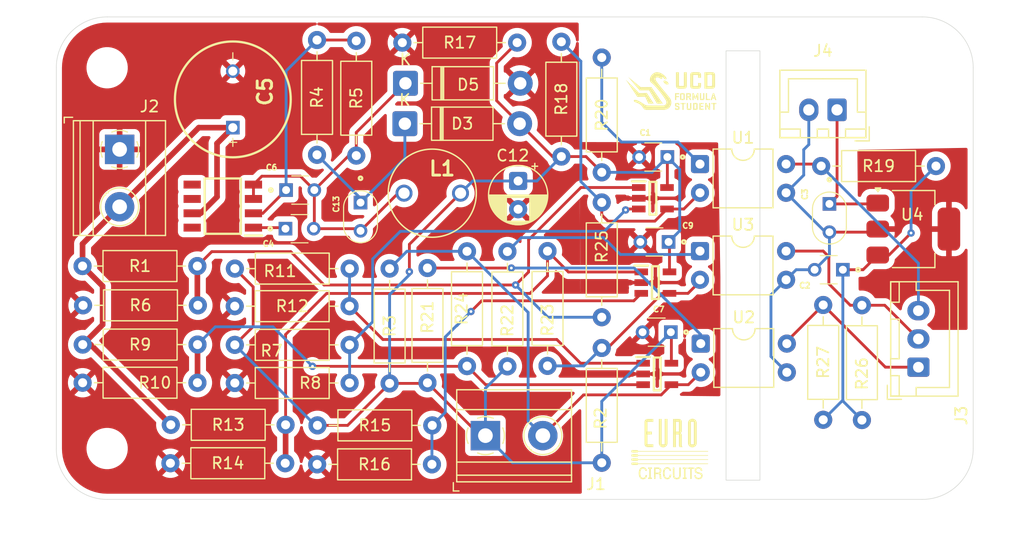
<source format=kicad_pcb>
(kicad_pcb (version 20241229) (generator "pcbnew") (generator_version "9.0")
  (layers (0 "F.Cu" signal) (2 "B.Cu" signal) (13 "F.Paste" user) (15 "B.Paste" user) (5 "F.SilkS" user "F.Silkscreen") (7 "B.SilkS" user "B.Silkscreen") (1 "F.Mask" user) (3 "B.Mask" user) (25 "Edge.Cuts" user))
  (net 0 "")
  (net 1 "5V")
  (net 2 "12.3V")
  (net 3 "GLV-")
  (net 4 "GLV+")
  (net 5 "Net-(D5-K)")
  (net 6 "Net-(IC1-VCC)")
  (net 7 "LED-")
  (net 8 "Net-(IC1-FB)")
  (net 9 "TS-")
  (net 10 "TS>60V (2)")
  (net 11 "TS>60V (1)")
  (net 12 "TS<60V")
  (net 13 "TS+")
  (net 17 "Net-(IC2-OUT)")
  (net 18 "Net-(D3-K)")
  (net 19 "300V_REF_1")
  (net 20 "60V_REF_1")
  (net 21 "60V_REF_2")
  (net 22 "300V_REF_2")
  (net 23 "Net-(R21-Pad2)")
  (net 24 "Net-(IC4-OUT)")
  (net 25 "60V_REF_3")
  (net 26 "300V_REF_3")
  (net 27 "Net-(R22-Pad2)")
  (net 28 "Net-(R20-Pad1)")
  (footprint "Resistor_THT:R_Axial_DIN0207_L6.3mm_D2.5mm_P10.16mm_Horizontal" (layer "F.Cu") (at 181.43 68.8 180)
    (property "Reference" "R6")
    (property "Value" "18k")
  )
  (footprint "TLV1701AIDBVT:SOT95P280X145-5N" (layer "F.Cu") (at 222.0875 74.875)
    (property "Reference" "IC3" (hide yes))
    (property "Value" "TLV1701AIDBVT" (hide yes))
  )
  (footprint "Resistor_THT:R_Axial_DIN0207_L6.3mm_D2.5mm_P10.16mm_Horizontal" (layer "F.Cu") (at 189.16 82.775 180)
    (property "Reference" "R14")
    (property "Value" "18k")
  )
  (footprint "Resistor_THT:R_Axial_DIN0207_L6.3mm_D2.5mm_P10.16mm_Horizontal" (layer "F.Cu") (at 192.015 79.425)
    (property "Reference" "R15")
    (property "Value" "56k")
  )
  (footprint "FA14_Capacitor:FA18X7R1H104KNU00" (layer "F.Cu") (at 222.9825 55.675 180)
    (property "Reference" "C1")
    (property "Value" "0.1uF" (hide yes))
  )
  (footprint "Resistor_THT:R_Axial_DIN0207_L6.3mm_D2.5mm_P10.16mm_Horizontal" (layer "F.Cu") (at 217.175 46.87 -90)
    (property "Reference" "R20")
    (property "Value" "2.2K")
  )
  (footprint "Connector_JST:JST_XH_B2B-XH-A_1x02_P2.50mm_Vertical" (layer "F.Cu") (at 238 51.5 180)
    (property "Reference" "J4")
    (property "Value" "Conn_01x02_Pin")
  )
  (footprint "FA14_Capacitor:FA14X7R1H224KNU00" (layer "F.Cu") (at 195.825 59.7075 -90)
    (property "Reference" "C13")
    (property "Value" "0.22uF" (hide yes))
  )
  (footprint "Resistor_THT:R_Axial_DIN0207_L6.3mm_D2.5mm_P10.16mm_Horizontal" (layer "F.Cu") (at 195.45 45.39 -90)
    (property "Reference" "R5")
    (property "Value" "4.7k")
  )
  (footprint "Resistor_THT:R_Axial_DIN0207_L6.3mm_D2.5mm_P10.16mm_Horizontal" (layer "F.Cu") (at 209.685 45.55 180)
    (property "Reference" "R17")
    (property "Value" "2.7k")
  )
  (footprint "Resistor_THT:R_Axial_DIN0207_L6.3mm_D2.5mm_P10.16mm_Horizontal" (layer "F.Cu") (at 217.175 82.735 90)
    (property "Reference" "R2")
    (property "Value" "100K")
  )
  (footprint "Diode_THT:D_DO-41_SOD81_P10.16mm_Horizontal" (layer "F.Cu") (at 199.75 52.725)
    (property "Reference" "D3")
    (property "Value" "STTH1R06")
  )
  (footprint "MP9488GS-Z:SOIC127P600X175-8N" (layer "F.Cu") (at 183.638 60.02 180)
    (property "Reference" "IC1" (hide yes))
    (property "Value" "MP9488GS-P" (hide yes))
  )
  (footprint "TLV1701AIDBVT:SOT95P280X145-5N" (layer "F.Cu") (at 221.7 59.325)
    (property "Reference" "IC2" (hide yes))
    (property "Value" "TLV1701AIDBVT" (hide yes))
  )
  (footprint "Resistor_THT:R_Axial_DIN0207_L6.3mm_D2.5mm_P10.16mm_Horizontal" (layer "F.Cu") (at 171.24 72.275)
    (property "Reference" "R9")
    (property "Value" "560k")
  )
  (footprint "MountingHole:MountingHole_3.2mm_M3" (layer "F.Cu") (at 173.399998 81.475002)
    (property "Reference" "REF**" (hide yes))
    (property "Value" "MountingHole_3.2mm_M3")
  )
  (footprint "Resistor_THT:R_Axial_DIN0207_L6.3mm_D2.5mm_P10.16mm_Horizontal" (layer "F.Cu") (at 191.975 55.479775 90)
    (property "Reference" "R4")
    (property "Value" "18k")
  )
  (footprint "Package_DIP:DIP-4_W7.62mm" (layer "F.Cu") (at 225.87 56.3)
    (property "Reference" "U1")
    (property "Value" "HCPL-817-000E")
  )
  (footprint "Resistor_THT:R_Axial_DIN0207_L6.3mm_D2.5mm_P10.16mm_Horizontal" (layer "F.Cu") (at 194.855 68.875 180)
    (property "Reference" "R12")
    (property "Value" "10k")
  )
  (footprint "TLV1701AIDBVT:SOT95P280X145-5N" (layer "F.Cu") (at 221.92 66.79)
    (property "Reference" "IC4" (hide yes))
    (property "Value" "TLV1701AIDBVT" (hide yes))
  )
  (footprint "FA14_Capacitor:FA18X7R1H104KNU00" (layer "F.Cu") (at 238.5125 65.65 180)
    (property "Reference" "C2")
    (property "Value" "0.1uF" (hide yes))
  )
  (footprint "Diode_THT:D_DO-41_SOD81_P10.16mm_Horizontal" (layer "F.Cu") (at 199.8 49.15)
    (property "Reference" "D5")
    (property "Value" "STTH1R06")
  )
  (footprint "FA14_Capacitor:FA18X7R1H104KNU00" (layer "F.Cu") (at 223.09 63.19 180)
    (property "Reference" "C9")
    (property "Value" "0.1uF" (hide yes))
  )
  (footprint "Resistor_THT:R_Axial_DIN0207_L6.3mm_D2.5mm_P10.16mm_Horizontal" (layer "F.Cu") (at 202.145 82.875 180)
    (property "Reference" "R16")
    (property "Value" "10k")
  )
  (footprint "Phoenix 1x2 Connector:Phoenix_1x2_1729128" (layer "F.Cu") (at 206.88 80.3325)
    (property "Reference" "J1")
    (property "Value" "Conn_01x02_Phoenix")
  )
  (footprint "Resistor_THT:R_Axial_DIN0207_L6.3mm_D2.5mm_P10.16mm_Horizontal" (layer "F.Cu") (at 201.75 75.66 90)
    (property "Reference" "R21")
    (property "Value" "2.2K")
  )
  (footprint "Resistor_THT:R_Axial_DIN0207_L6.3mm_D2.5mm_P10.16mm_Horizontal" (layer "F.Cu") (at 217.175 69.855 90)
    (property "Reference" "R25")
    (property "Value" "1.5M")
  )
  (footprint "Resistor_THT:R_Axial_DIN0207_L6.3mm_D2.5mm_P10.16mm_Horizontal" (layer "F.Cu") (at 208.825 74.2 90)
    (property "Reference" "R22")
    (property "Value" "2.2K")
  )
  (footprint "Resistor_THT:R_Axial_DIN0207_L6.3mm_D2.5mm_P10.16mm_Horizontal" (layer "F.Cu") (at 198.4 75.71 90)
    (property "Reference" "R3")
    (property "Value" "100K")
  )
  (footprint "Resistor_THT:R_Axial_DIN0207_L6.3mm_D2.5mm_P10.16mm_Horizontal" (layer "F.Cu") (at 179.035 79.375)
    (property "Reference" "R13")
    (property "Value" "560k")
  )
  (footprint "Resistor_THT:R_Axial_DIN0207_L6.3mm_D2.5mm_P10.16mm_Horizontal" (layer "F.Cu") (at 184.705 65.55)
    (property "Reference" "R11")
    (property "Value" "56k")
  )
  (footprint "FA14_Capacitor:FA18X7R1H104KNU00" (layer "F.Cu") (at 189.181725 62.0175)
    (property "Reference" "C4")
    (property "Value" "1uF" (hide yes))
  )
  (footprint "Resistor_THT:R_Axial_DIN0207_L6.3mm_D2.5mm_P10.16mm_Horizontal" (layer "F.Cu") (at 246.755 56.475 180)
    (property "Reference" "R19")
    (property "Value" "10K")
  )
  (footprint "FA14_Capacitor:FA14X7R1H224KNU00" (layer "F.Cu") (at 237.325 59.825 -90)
    (property "Reference" "C3")
    (property "Value" "0.22uF" (hide yes))
  )
  (footprint "Package_DIP:DIP-4_W7.62mm" (layer "F.Cu") (at 225.935 72.19)
    (property "Reference" "U2")
    (property "Value" "HCPL-817-000E")
  )
  (footprint "Capacitor_THT:CP_Radial_D5.0mm_P2.50mm" (layer "F.Cu") (at 209.775 57.794888 -90)
    (property "Reference" "C12")
    (property "Value" "10uF")
  )
  (footprint "Resistor_THT:R_Axial_DIN0207_L6.3mm_D2.5mm_P10.16mm_Horizontal" (layer "F.Cu") (at 213.6 55.635 90)
    (property "Reference" "R18")
    (property "Value" "100K")
  )
  (footprint "Package_TO_SOT_SMD:SOT-223-3_TabPin2" (layer "F.Cu") (at 244.75 62.05)
    (property "Reference" "U4")
    (property "Value" "LM7805_SOT223")
  )
  (footprint "MountingHole:MountingHole_3.2mm_M3" (layer "F.Cu") (at 245.55 81.475)
    (property "Reference" "REF**" (hide yes))
    (property "Value" "MountingHole_3.2mm_M3")
  )
  (footprint "FA14_Capacitor:FA18X7R1H104KNU00" (layer "F.Cu") (at 189.2375 58.6)
    (property "Reference" "C6")
    (property "Value" "470pF" (hide yes))
  )
  (footprint "Package_DIP:DIP-4_W7.62mm" (layer "F.Cu") (at 225.87 64)
    (property "Reference" "U3")
    (property "Value" "HCPL-817-000E")
  )
  (footprint "Resistor_THT:R_Axial_DIN0207_L6.3mm_D2.5mm_P10.16mm_Horizontal" (layer "F.Cu") (at 171.225 65.325)
    (property "Reference" "R1")
    (property "Value" "560k")
  )
  (footprint "MountingHole:MountingHole_3.2mm_M3" (layer "F.Cu") (at 245.550002 47.774998)
    (property "Reference" "REF**" (hide yes))
    (property "Value" "MountingHole_3.2mm_M3")
  )
  (footprint "Resistor_THT:R_Axial_DIN0207_L6.3mm_D2.5mm_P10.16mm_Horizontal" (layer "F.Cu") (at 240.2 78.955 90)
    (property "Reference" "R26")
    (property "Value" "10K")
  )
  (footprint "Connector_JST:JST_XH_B3B-XH-A_1x03_P2.50mm_Vertical" (layer "F.Cu") (at 245.2 74.275 90)
    (property "Reference" "J3")
    (property "Value" "Conn_01x03_Pin")
  )
  (footprint "FA14_Capacitor:FA18X7R1H104KNU00" (layer "F.Cu") (at 223.2875 71.175 180)
    (property "Reference" "C7")
    (property "Value" "0.1uF" (hide yes))
  )
  (footprint "Resistor_THT:R_Axial_DIN0207_L6.3mm_D2.5mm_P10.16mm_Horizontal" (layer "F.Cu") (at 184.7 72.3)
    (property "Reference" "R7")
    (property "Value" "56k")
  )
  (footprint "Resistor_THT:R_Axial_DIN0207_L6.3mm_D2.5mm_P10.16mm_Horizontal" (layer "F.Cu") (at 205.25 74.18 90)
    (property "Reference" "R24")
    (property "Value" "1.5M")
  )
  (footprint "Resistor_THT:R_Axial_DIN0207_L6.3mm_D2.5mm_P10.16mm_Horizontal" (layer "F.Cu") (at 236.775 78.93 90)
    (property "Reference" "R27")
    (property "Value" "10K")
  )
  (footprint "Inductor_7447720122:WE-TI_809589" (layer "F.Cu") (at 202.175 58.875 180)
    (property "Reference" "L1")
    (property "Value" "1.2mH" (hide yes))
  )
  (footprint "Phoenix 1x2 Connector:Phoenix_1x2_1729128" (layer "F.Cu") (at 174.504775 55 -90)
    (property "Reference" "J2")
    (property "Value" "Conn_01x02_Phoenix")
  )
  (footprint "400BXC10MEFC10X20:CAPPRD500W60D1025H2200" (layer "F.Cu") (at 184.525 53.075 90)
    (property "Reference" "C5")
    (property "Value" "10uF 400VDC" (hide yes))
  )
  (footprint "Resistor_THT:R_Axial_DIN0207_L6.3mm_D2.5mm_P10.16mm_Horizontal" (layer "F.Cu") (at 181.39 75.65 180)
    (property "Reference" "R10")
    (property "Value" "18k")
  )
  (footprint "Resistor_THT:R_Axial_DIN0207_L6.3mm_D2.5mm_P10.16mm_Horizontal" (layer "F.Cu") (at 194.86 75.675 180)
    (property "Reference" "R8")
    (property "Value" "10k")
  )
  (footprint "MountingHole:MountingHole_3.2mm_M3" (layer "F.Cu") (at 173.399998 47.774998)
    (property "Reference" "REF**" (hide yes))
    (property "Value" "MountingHole_3.2mm_M3")
  )
  (footprint "Resistor_THT:R_Axial_DIN0207_L6.3mm_D2.5mm_P10.16mm_Horizontal" (layer "F.Cu") (at 212.375 64 -90)
    (property "Reference" "R23")
    (property "Value" "1.5M")
  )
  (gr_poly (pts (xy 225.353547 50.132932) (xy 225.401728 50.245083) (xy 225.424678 50.298696) (xy 225.447785 50.35224) (xy 225.451226 50.360213) (xy 225.45279 50.364158) (xy 225.454055 50.367247) (xy 225.45462 50.368551) (xy 225.455165 50.369738) (xy 225.455706 50.37084) (xy 225.456261 50.37189) (xy 225.456848 50.372919) (xy 225.457485 50.37396) (xy 225.45819 50.375045) (xy 225.45898 50.376208) (xy 225.460888 50.378891) (xy 225.46335 50.382269) (xy 225.541448 50.201994) (xy 225.580023 50.111656) (xy 225.618131 50.021113) (xy 225.729256 50.021113) (xy 225.729256 50.636269) (xy 225.618131 50.636269) (xy 225.614162 50.298926) (xy 225.57447 50.387522) (xy 225.535779 50.476527) (xy 225.523935 50.504494) (xy 225.518947 50.516319) (xy 225.517618 50.51924) (xy 225.51657 50.521483) (xy 225.516123 50.522398) (xy 225.515712 50.523199) (xy 225.515324 50.523906) (xy 225.514948 50.524537) (xy 225.514572 50.525112) (xy 225.514186 50.525648) (xy 225.513776 50.526165) (xy 225.513332 50.526681) (xy 225.512292 50.527786) (xy 225.510975 50.529113) (xy 225.505455 50.529325) (xy 225.499932 50.529451) (xy 225.494407 50.529505) (xy 225.488883 50.529501) (xy 225.475357 50.529462) (xy 225.461117 50.529361) (xy 225.446831 50.529307) (xy 225.411756 50.529113) (xy 225.381065 50.459689) (xy 225.370663 50.436159) (xy 225.355558 50.401989) (xy 225.350994 50.391671) (xy 225.308568 50.294957) (xy 225.3046 50.636269) (xy 225.197444 50.636269) (xy 225.197444 50.021113) (xy 225.3046 50.021113)) (fill yes) (layer "F.SilkS"))
  (gr_poly (pts (xy 226.495225 50.529113) (xy 226.741287 50.529113) (xy 226.741287 50.636269) (xy 226.3841 50.636269) (xy 226.3841 50.021113) (xy 226.495225 50.021113)) (fill yes) (layer "F.SilkS"))
  (gr_poly (pts (xy 224.404636 50.019431) (xy 224.411365 50.019812) (xy 224.418036 50.02037) (xy 224.424641 50.021128) (xy 224.431174 50.022108) (xy 224.437625 50.023334) (xy 224.443988 50.024828) (xy 224.450254 50.026612) (xy 224.456416 50.028709) (xy 224.462465 50.031143) (xy 224.468395 50.033935) (xy 224.474197 50.037108) (xy 224.479863 50.040685) (xy 224.485386 50.044689) (xy 224.490758 50.049142) (xy 224.495319 50.054795) (xy 224.499416 50.060594) (xy 224.50307 50.066533) (xy 224.506306 50.072604) (xy 224.509146 50.0788) (xy 224.511613 50.085114) (xy 224.51373 50.091539) (xy 224.51552 50.098067) (xy 224.517007 50.10469) (xy 224.518213 50.111403) (xy 224.519161 50.118196) (xy 224.519874 50.125064) (xy 224.520376 50.131998) (xy 224.520689 50.138992) (xy 224.520836 50.146038) (xy 224.520841 50.153128) (xy 224.520926 50.165956) (xy 224.520957 50.186738) (xy 224.520896 50.20752) (xy 224.520942 50.23665) (xy 224.520857 50.297536) (xy 224.520816 50.336428) (xy 224.520914 50.375319) (xy 224.520912 50.435421) (xy 224.520951 50.464091) (xy 224.520944 50.484173) (xy 224.520841 50.504254) (xy 224.520939 50.516053) (xy 224.52078 50.522435) (xy 224.520447 50.528771) (xy 224.519928 50.535055) (xy 224.519207 50.541278) (xy 224.518271 50.547433) (xy 224.517106 50.553513) (xy 224.515698 50.559509) (xy 224.514033 50.565415) (xy 224.512096 50.571223) (xy 224.509874 50.576925) (xy 224.507353 50.582513) (xy 224.504518 50.58798) (xy 224.501356 50.593319) (xy 224.497853 50.598522) (xy 224.493994 50.60358) (xy 224.489766 50.608488) (xy 224.485116 50.612429) (xy 224.480382 50.616016) (xy 224.475561 50.619261) (xy 224.470653 50.62218) (xy 224.465657 50.624785) (xy 224.460572 50.627093) (xy 224.455397 50.629115) (xy 224.450131 50.630868) (xy 224.444773 50.632364) (xy 224.439323 50.633618) (xy 224.43378 50.634643) (xy 224.428142 50.635455) (xy 224.422408 50.636067) (xy 224.416578 50.636494) (xy 224.410652 50.636749) (xy 224.404627 50.636846) (xy 224.390976 50.636923) (xy 224.376331 50.636936) (xy 224.361161 50.636976) (xy 224.329406 50.637005) (xy 224.288936 50.637127) (xy 224.250075 50.637184) (xy 224.235502 50.637271) (xy 224.2278 50.637183) (xy 224.220329 50.636948) (xy 224.213072 50.636539) (xy 224.20601 50.635934) (xy 224.199125 50.635108) (xy 224.192399 50.634036) (xy 224.185813 50.632696) (xy 224.17935 50.631061) (xy 224.17299 50.629109) (xy 224.166716 50.626815) (xy 224.16051 50.624155) (xy 224.154353 50.621105) (xy 224.148226 50.617641) (xy 224.142113 50.613738) (xy 224.135993 50.609372) (xy 224.12985 50.604519) (xy 224.125729 50.599154) (xy 224.122085 50.593803) (xy 224.11889 50.588453) (xy 224.116114 50.583091) (xy 224.113727 50.577704) (xy 224.111702 50.572276) (xy 224.110008 50.566796) (xy 224.108617 50.56125) (xy 224.107499 50.555624) (xy 224.106626 50.549904) (xy 224.105967 50.544077) (xy 224.105495 50.538129) (xy 224.10518 50.532047) (xy 224.104992 50.525818) (xy 224.104884 50.512861) (xy 224.104803 50.499535) (xy 224.104704 50.455986) (xy 224.104624 50.425646) (xy 224.104567 50.362062) (xy 224.104362 50.288777) (xy 224.104222 50.218047) (xy 224.104174 50.204432) (xy 224.215535 50.204432) (xy 224.215581 50.222388) (xy 224.215546 50.247315) (xy 224.21561 50.299591) (xy 224.215641 50.333109) (xy 224.215567 50.366627) (xy 224.215569 50.418116) (xy 224.215539 50.442834) (xy 224.215544 50.460107) (xy 224.215621 50.477379) (xy 224.215549 50.48772) (xy 224.215621 50.492684) (xy 224.215775 50.497327) (xy 224.215903 50.499556) (xy 224.216077 50.501738) (xy 224.216304 50.503882) (xy 224.216595 50.506) (xy 224.216956 50.508102) (xy 224.217397 50.5102) (xy 224.217925 50.512303) (xy 224.21855 50.514423) (xy 224.21928 50.516571) (xy 224.220123 50.518756) (xy 224.221088 50.520991) (xy 224.222183 50.523284) (xy 224.223709 50.524545) (xy 224.22515 50.525664) (xy 224.226521 50.526651) (xy 224.22784 50.527513) (xy 224.229121 50.52826) (xy 224.230383 50.528899) (xy 224.231641 50.52944) (xy 224.232912 50.52989) (xy 224.234213 50.530257) (xy 224.235559 50.530551) (xy 224.236969 50.530779) (xy 224.238457 50.53095) (xy 224.240041 50.531072) (xy 224.241738 50.531154) (xy 224.243562 50.531204) (xy 224.245533 50.53123) (xy 224.255526 50.531421) (xy 224.266275 50.531361) (xy 224.27735 50.531436) (xy 224.28894 50.531448) (xy 224.300529 50.531401) (xy 224.309408 50.531392) (xy 224.318284 50.531439) (xy 224.336038 50.531632) (xy 224.358549 50.531609) (xy 224.369298 50.531768) (xy 224.379292 50.531618) (xy 224.388076 50.531606) (xy 224.390879 50.530924) (xy 224.392036 50.530615) (xy 224.393059 50.530309) (xy 224.393969 50.529989) (xy 224.394788 50.52964) (xy 224.39517 50.52945) (xy 224.395537 50.529247) (xy 224.395892 50.529029) (xy 224.396237 50.528795) (xy 224.396576 50.528542) (xy 224.39691 50.528269) (xy 224.397243 50.527973) (xy 224.397576 50.527653) (xy 224.398258 50.526933) (xy 224.398976 50.526093) (xy 224.399753 50.525117) (xy 224.400608 50.523991) (xy 224.402642 50.521228) (xy 224.403828 50.518243) (xy 224.404864 50.515304) (xy 224.405761 50.512402) (xy 224.406528 50.509529) (xy 224.407176 50.506675) (xy 224.407713 50.503833) (xy 224.40815 50.500994) (xy 224.408497 50.498149) (xy 224.408764 50.495291) (xy 224.40896 50.49241) (xy 224.409179 50.486547) (xy 224.409234 50.480492) (xy 224.409203 50.474179) (xy 224.409266 50.463592) (xy 224.409289 50.446309) (xy 224.409244 50.429026) (xy 224.409278 50.404962) (xy 224.409214 50.35456) (xy 224.409184 50.322271) (xy 224.409257 50.289982) (xy 224.409255 50.2403) (xy 224.409285 50.216489) (xy 224.40928 50.199847) (xy 224.409203 50.183204) (xy 224.409276 50.173281) (xy 224.409145 50.166769) (xy 224.409014 50.163669) (xy 224.408818 50.160659) (xy 224.408542 50.157731) (xy 224.408171 50.154875) (xy 224.407687 50.152083) (xy 224.407077 50.149345) (xy 224.406325 50.146651) (xy 224.405414 50.143993) (xy 224.40433 50.141361) (xy 224.403056 50.138746) (xy 224.401577 50.136138) (xy 224.399878 50.133529) (xy 224.397943 50.130909) (xy 224.395756 50.128269) (xy 224.393188 50.127307) (xy 224.392115 50.12692) (xy 224.391151 50.12659) (xy 224.390272 50.126314) (xy 224.389453 50.126089) (xy 224.388671 50.125911) (xy 224.387901 50.125776) (xy 224.387119 50.125681) (xy 224.386302 50.125622) (xy 224.385424 50.125595) (xy 224.384462 50.125598) (xy 224.383392 50.125626) (xy 224.38219 50.125676) (xy 224.379292 50.125828) (xy 224.369298 50.125716) (xy 224.358549 50.125913) (xy 224.347474 50.125912) (xy 224.335884 50.12598) (xy 224.324295 50.126118) (xy 224.315417 50.126213) (xy 224.306541 50.126259) (xy 224.288786 50.126254) (xy 224.266275 50.126409) (xy 224.255526 50.126411) (xy 224.245533 50.126603) (xy 224.236748 50.126704) (xy 224.234947 50.127106) (xy 224.233292 50.127547) (xy 224.231769 50.128032) (xy 224.230362 50.128565) (xy 224.229057 50.12915) (xy 224.227839 50.129791) (xy 224.226692 50.130492) (xy 224.225603 50.131257) (xy 224.224556 50.132091) (xy 224.223536 50.132997) (xy 224.222529 50.133979) (xy 224.22152 50.135041) (xy 224.220493 50.136188) (xy 224.219435 50.137423) (xy 224.217162 50.140176) (xy 224.216755 50.14466) (xy 224.216413 50.149087) (xy 224.216135 50.153477) (xy 224.215919 50.157847) (xy 224.215762 50.162217) (xy 224.215661 50.166607) (xy 224.215615 50.171035) (xy 224.215621 50.175521) (xy 224.215559 50.186476) (xy 224.215535 50.204432) (xy 224.104174 50.204432) (xy 224.104116 50.188061) (xy 224.104065 50.167062) (xy 224.104109 50.146062) (xy 224.103974 50.133632) (xy 224.104134 50.127244) (xy 224.10451 50.120977) (xy 224.105112 50.114828) (xy 224.105948 50.108797) (xy 224.107028 50.102881) (xy 224.108363 50.09708) (xy 224.109961 50.091389) (xy 224.111833 50.08581) (xy 224.113987 50.080338) (xy 224.116433 50.074973) (xy 224.119182 50.069714) (xy 224.122241 50.064557) (xy 224.125622 50.059501) (xy 224.129334 50.054546) (xy 224.133386 50.049688) (xy 224.137787 50.044926) (xy 224.144013 50.040315) (xy 224.150307 50.036305) (xy 224.156672 50.032856) (xy 224.16311 50.029924) (xy 224.169625 50.027467) (xy 224.176217 50.025444) (xy 224.18289 50.023811) (xy 224.189647 50.022528) (xy 224.19649 50.021552) (xy 224.203421 50.020841) (xy 224.210443 50.020353) (xy 224.217559 50.020045) (xy 224.23208 50.019804) (xy 224.247005 50.01978) (xy 224.262572 50.0197) (xy 224.295085 50.019642) (xy 224.315738 50.019572) (xy 224.336391 50.019398) (xy 224.356314 50.019303) (xy 224.376238 50.019284) (xy 224.391037 50.019111)) (fill yes) (layer "F.SilkS"))
  (gr_poly (pts (xy 226.960609 48.165904) (xy 226.973927 48.166414) (xy 226.98698 48.167373) (xy 226.999774 48.168812) (xy 227.012315 48.170758) (xy 227.024609 48.173241) (xy 227.036663 48.17629) (xy 227.048485 48.179932) (xy 227.060079 48.184198) (xy 227.071453 48.189116) (xy 227.082613 48.194715) (xy 227.093566 48.201024) (xy 227.104318 48.208071) (xy 227.114875 48.215887) (xy 227.125245 48.224498) (xy 227.135434 48.233936) (xy 227.14582 48.24524) (xy 227.155187 48.256798) (xy 227.163582 48.268607) (xy 227.171055 48.280667) (xy 227.177652 48.292975) (xy 227.183422 48.305531) (xy 227.188412 48.318332) (xy 227.192671 48.331378) (xy 227.196246 48.344668) (xy 227.199186 48.358199) (xy 227.201538 48.37197) (xy 227.203351 48.38598) (xy 227.204671 48.400227) (xy 227.205548 48.414711) (xy 227.206029 48.429429) (xy 227.206162 48.44438) (xy 227.206189 48.456643) (xy 227.206208 48.496954) (xy 227.206248 48.526009) (xy 227.206294 48.596524) (xy 227.206316 48.653899) (xy 227.206367 48.816936) (xy 227.206366 48.825795) (xy 227.206366 48.834664) (xy 227.206458 48.976894) (xy 227.206539 49.123294) (xy 227.206591 49.205342) (xy 227.206601 49.282546) (xy 227.206631 49.310771) (xy 227.206314 49.347409) (xy 227.20572 49.365079) (xy 227.20472 49.38235) (xy 227.203226 49.399247) (xy 227.20115 49.415795) (xy 227.198406 49.432021) (xy 227.194906 49.447949) (xy 227.190563 49.463604) (xy 227.18529 49.479011) (xy 227.179 49.494197) (xy 227.171605 49.509187) (xy 227.163018 49.524005) (xy 227.153152 49.538677) (xy 227.141919 49.553228) (xy 227.129233 49.567683) (xy 227.1212 49.575062) (xy 227.112932 49.58197) (xy 227.104436 49.588409) (xy 227.095718 49.594375) (xy 227.086787 49.599869) (xy 227.077649 49.604888) (xy 227.068311 49.609431) (xy 227.058781 49.613497) (xy 227.049066 49.617084) (xy 227.039173 49.620191) (xy 227.029109 49.622818) (xy 227.018882 49.624961) (xy 227.008498 49.626621) (xy 226.997965 49.627796) (xy 226.987291 49.628484) (xy 226.976481 49.628684) (xy 226.96722 49.628694) (xy 226.936449 49.628657) (xy 226.91403 49.628659) (xy 226.853991 49.628609) (xy 226.797654 49.628582) (xy 226.632891 49.628455) (xy 226.261068 49.628207) (xy 226.261068 48.409801) (xy 226.523006 48.409801) (xy 226.523006 49.386113) (xy 226.590649 49.39269) (xy 226.643838 49.397242) (xy 226.666465 49.398714) (xy 226.687223 49.399629) (xy 226.706693 49.399966) (xy 226.725456 49.399711) (xy 226.744094 49.398844) (xy 226.763188 49.39735) (xy 226.783319 49.395209) (xy 226.805068 49.392405) (xy 226.855749 49.384737) (xy 226.919881 49.374207) (xy 226.923294 49.370372) (xy 226.926305 49.366663) (xy 226.928939 49.363051) (xy 226.931222 49.359507) (xy 226.933179 49.356001) (xy 226.934834 49.352504) (xy 226.936213 49.348986) (xy 226.93734 49.345419) (xy 226.938241 49.341773) (xy 226.938941 49.338018) (xy 226.939464 49.334127) (xy 226.939836 49.330068) (xy 226.940081 49.325813) (xy 226.940225 49.321333) (xy 226.940309 49.31158) (xy 226.940353 49.300511) (xy 226.940427 49.263566) (xy 226.940506 49.237169) (xy 226.94065 49.165287) (xy 226.940719 49.120408) (xy 226.940873 48.996169) (xy 226.940896 48.963922) (xy 226.940902 48.955826) (xy 226.941164 48.82599) (xy 226.941379 48.692712) (xy 226.941524 48.617872) (xy 226.941608 48.582672) (xy 226.941593 48.547472) (xy 226.94161 48.534546) (xy 226.94167 48.521621) (xy 226.941711 48.503985) (xy 226.94166 48.48635) (xy 226.941792 48.476001) (xy 226.941707 48.472106) (xy 226.941532 48.46841) (xy 226.941256 48.464891) (xy 226.940869 48.461527) (xy 226.940361 48.458299) (xy 226.939721 48.455184) (xy 226.93894 48.452163) (xy 226.938007 48.449213) (xy 226.936912 48.446314) (xy 226.935644 48.443445) (xy 226.934195 48.440584) (xy 226.932552 48.437711) (xy 226.930706 48.434805) (xy 226.928648 48.431844) (xy 226.926366 48.428808) (xy 226.92385 48.425676) (xy 226.914362 48.41773) (xy 226.904489 48.4107) (xy 226.894249 48.404542) (xy 226.883663 48.399213) (xy 226.872747 48.394669) (xy 226.861523 48.390866) (xy 226.850008 48.387762) (xy 226.838221 48.385313) (xy 226.826181 48.383475) (xy 226.813908 48.382204) (xy 226.788735 48.381192) (xy 226.762854 48.381928) (xy 226.736416 48.384065) (xy 226.709572 48.387254) (xy 226.682473 48.391147) (xy 226.628117 48.399654) (xy 226.601162 48.403571) (xy 226.574558 48.4068) (xy 226.548455 48.408992) (xy 226.523006 48.409801) (xy 226.261068 48.409801) (xy 226.261068 48.167707) (xy 226.632891 48.166715) (xy 226.750134 48.166277) (xy 226.819722 48.166192) (xy 226.86608 48.166031) (xy 226.895716 48.165922) (xy 226.925352 48.165912) (xy 226.936185 48.165885) (xy 226.947018 48.165814)) (fill yes) (layer "F.SilkS"))
  (gr_poly (pts (xy 224.006931 48.275532) (xy 224.007525 48.616976) (xy 224.007642 48.670002) (xy 224.007665 48.680665) (xy 224.007903 48.851655) (xy 224.008226 49.027071) (xy 224.008372 49.135335) (xy 224.008533 49.209549) (xy 224.008596 49.230966) (xy 224.008588 49.252383) (xy 224.008607 49.275598) (xy 224.008727 49.298813) (xy 224.008634 49.312501) (xy 224.008799 49.321218) (xy 224.008962 49.325298) (xy 224.009209 49.329218) (xy 224.009562 49.332994) (xy 224.010041 49.336645) (xy 224.01067 49.340189) (xy 224.01147 49.343644) (xy 224.012463 49.347028) (xy 224.013672 49.350359) (xy 224.015117 49.353655) (xy 224.01682 49.356933) (xy 224.018805 49.360213) (xy 224.021092 49.363512) (xy 224.023704 49.366848) (xy 224.026662 49.370238) (xy 224.030507 49.372351) (xy 224.034292 49.374238) (xy 224.038031 49.375911) (xy 224.041735 49.377382) (xy 224.045418 49.378664) (xy 224.049091 49.379768) (xy 224.052769 49.380706) (xy 224.056463 49.381491) (xy 224.060186 49.382134) (xy 224.06395 49.382647) (xy 224.067769 49.383044) (xy 224.071656 49.383334) (xy 224.075621 49.383532) (xy 224.07968 49.383648) (xy 224.088124 49.383685) (xy 224.097971 49.383748) (xy 224.113973 49.383772) (xy 224.129974 49.383726) (xy 224.152345 49.38376) (xy 224.199142 49.383697) (xy 224.229067 49.383666) (xy 224.258993 49.383739) (xy 224.305161 49.383738) (xy 224.327224 49.383767) (xy 224.342666 49.383762) (xy 224.358107 49.383685) (xy 224.367231 49.383758) (xy 224.371764 49.383649) (xy 224.376183 49.383423) (xy 224.380493 49.383066) (xy 224.384698 49.382567) (xy 224.388805 49.381912) (xy 224.392819 49.381088) (xy 224.396745 49.380084) (xy 224.400588 49.378886) (xy 224.404354 49.377482) (xy 224.408047 49.375859) (xy 224.411674 49.374004) (xy 224.41524 49.371905) (xy 224.418749 49.369549) (xy 224.422208 49.366924) (xy 224.425621 49.364015) (xy 224.428994 49.360812) (xy 224.430782 49.35776) (xy 224.432364 49.354716) (xy 224.433753 49.351678) (xy 224.434962 49.348637) (xy 224.436003 49.345589) (xy 224.436889 49.342528) (xy 224.437632 49.339449) (xy 224.438245 49.336345) (xy 224.438741 49.33321) (xy 224.439131 49.33004) (xy 224.439428 49.326829) (xy 224.439646 49.32357) (xy 224.439889 49.316888) (xy 224.439963 49.309948) (xy 224.440029 49.297554) (xy 224.44004 49.284018) (xy 224.4401 49.269577) (xy 224.440208 49.229937) (xy 224.440346 49.187174) (xy 224.440567 49.113099) (xy 224.440886 49.005998) (xy 224.441407 48.832233) (xy 224.441903 48.663437) (xy 224.441936 48.652928) (xy 224.4421 48.600731) (xy 224.443381 48.167707) (xy 224.705318 48.167707) (xy 224.705927 48.639421) (xy 224.705972 48.69517) (xy 224.705982 48.70638) (xy 224.706237 48.885844) (xy 224.706438 49.070127) (xy 224.706603 49.183747) (xy 224.70667 49.261767) (xy 224.706738 49.306712) (xy 224.706718 49.34159) (xy 224.705841 49.375797) (xy 224.704831 49.392615) (xy 224.703308 49.409223) (xy 224.70117 49.425608) (xy 224.698319 49.441756) (xy 224.694655 49.457653) (xy 224.690078 49.473286) (xy 224.684488 49.488639) (xy 224.677785 49.5037) (xy 224.669869 49.518454) (xy 224.660642 49.532888) (xy 224.650002 49.546987) (xy 224.63785 49.560738) (xy 224.627687 49.569995) (xy 224.617372 49.578471) (xy 224.606894 49.586194) (xy 224.596244 49.593188) (xy 224.585412 49.599477) (xy 224.574387 49.605088) (xy 224.56316 49.610046) (xy 224.551721 49.614376) (xy 224.54006 49.618102) (xy 224.528166 49.621251) (xy 224.516031 49.623847) (xy 224.503643 49.625916) (xy 224.490993 49.627483) (xy 224.478071 49.628573) (xy 224.464868 49.629211) (xy 224.451372 49.629423) (xy 224.434774 49.629523) (xy 224.389948 49.629665) (xy 224.361843 49.629733) (xy 224.263504 49.629896) (xy 224.172317 49.630195) (xy 224.093655 49.630397) (xy 224.070249 49.630431) (xy 224.046843 49.630548) (xy 224.013543 49.630551) (xy 223.997391 49.630245) (xy 223.981552 49.629614) (xy 223.966012 49.628568) (xy 223.950757 49.627015) (xy 223.935775 49.624866) (xy 223.92105 49.622031) (xy 223.90657 49.618418) (xy 223.892319 49.613939) (xy 223.878285 49.608502) (xy 223.864454 49.602017) (xy 223.850811 49.594394) (xy 223.837343 49.585542) (xy 223.824036 49.575372) (xy 223.810877 49.563792) (xy 223.804014 49.556159) (xy 223.797606 49.548417) (xy 223.791636 49.540569) (xy 223.78609 49.532618) (xy 223.780952 49.524566) (xy 223.776206 49.516417) (xy 223.771837 49.508173) (xy 223.76783 49.499837) (xy 223.76084 49.4829) (xy 223.75511 49.465628) (xy 223.750518 49.448044) (xy 223.74694 49.430168) (xy 223.744253 49.412025) (xy 223.742332 49.393635) (xy 223.741055 49.375021) (xy 223.740297 49.356205) (xy 223.739846 49.318057) (xy 223.739991 49.279368) (xy 223.740008 49.234506) (xy 223.740073 49.156989) (xy 223.740168 49.044916) (xy 223.740314 48.863037) (xy 223.740476 48.686474) (xy 223.740482 48.67546) (xy 223.740513 48.620754) (xy 223.740912 48.167707) (xy 224.006819 48.167707)) (fill yes) (layer "F.SilkS"))
  (gr_poly (pts (xy 224.01436 78.854879) (xy 224.027548 78.855875) (xy 224.04054 78.857517) (xy 224.053319 78.859786) (xy 224.065871 78.862669) (xy 224.078178 78.866148) (xy 224.090225 78.870208) (xy 224.101996 78.874832) (xy 224.113475 78.880005) (xy 224.124645 78.88571) (xy 224.135491 78.891932) (xy 224.145997 78.898655) (xy 224.156147 78.905862) (xy 224.165924 78.913537) (xy 224.175312 78.921665) (xy 224.184297 78.930229) (xy 224.192861 78.939214) (xy 224.200988 78.948603) (xy 224.208663 78.95838) (xy 224.21587 78.96853) (xy 224.222592 78.979036) (xy 224.228814 78.989882) (xy 224.234519 79.001053) (xy 224.239692 79.012532) (xy 224.244316 79.024303) (xy 224.248375 79.03635) (xy 224.251854 79.048657) (xy 224.254737 79.061208) (xy 224.257006 79.073988) (xy 224.258647 79.08698) (xy 224.259644 79.100167) (xy 224.259979 79.113535) (xy 224.259979 79.904481) (xy 224.259827 79.915423) (xy 224.259375 79.925946) (xy 224.25863 79.936061) (xy 224.257602 79.945781) (xy 224.256296 79.955116) (xy 224.254722 79.964079) (xy 224.252886 79.972679) (xy 224.250797 79.98093) (xy 224.248461 79.988843) (xy 224.245887 79.996429) (xy 224.243082 80.0037) (xy 224.240055 80.010667) (xy 224.236812 80.017341) (xy 224.233361 80.023735) (xy 224.229711 80.02986) (xy 224.225868 80.035727) (xy 224.22184 80.041349) (xy 224.217636 80.046735) (xy 224.213262 80.051899) (xy 224.208727 80.056851) (xy 224.204037 80.061603) (xy 224.199202 80.066167) (xy 224.189122 80.074775) (xy 224.17855 80.082768) (xy 224.167546 80.090237) (xy 224.156172 80.097276) (xy 224.144489 80.103976) (xy 224.156172 80.108916) (xy 224.167546 80.11462) (xy 224.17855 80.121195) (xy 224.189122 80.128749) (xy 224.199202 80.13739) (xy 224.208727 80.147225) (xy 224.217636 80.158362) (xy 224.225868 80.170909) (xy 224.233361 80.184974) (xy 224.240055 80.200663) (xy 224.245887 80.218086) (xy 224.250797 80.237349) (xy 224.254722 80.258559) (xy 224.257602 80.281826) (xy 224.259375 80.307256) (xy 224.259979 80.334957) (xy 224.259979 81.167919) (xy 224.260302 81.18084) (xy 224.26125 81.193394) (xy 224.262793 81.20562) (xy 224.2649 81.21756) (xy 224.26754 81.229254) (xy 224.270682 81.240744) (xy 224.274296 81.252071) (xy 224.278351 81.263274) (xy 224.282816 81.274396) (xy 224.287661 81.285477) (xy 224.292854 81.296558) (xy 224.298366 81.307679) (xy 224.310219 81.330208) (xy 224.322976 81.353392) (xy 224.056991 81.353392) (xy 224.046548 81.332934) (xy 224.036432 81.311123) (xy 224.031599 81.2998) (xy 224.026971 81.288246) (xy 224.022589 81.276497) (xy 224.018494 81.264589) (xy 224.014727 81.252559) (xy 224.011329 81.240441) (xy 224.008342 81.228272) (xy 224.005805 81.216088) (xy 224.003761 81.203925) (xy 224.00225 81.191818) (xy 224.001313 81.179804) (xy 224.000992 81.167919) (xy 224.000992 80.233463) (xy 223.742018 80.233463) (xy 223.742018 81.353392) (xy 223.48303 81.353392) (xy 223.48303 79.974489) (xy 223.742018 79.974489) (xy 224.001005 79.974489) (xy 224.001005 79.113535) (xy 223.742018 79.113535) (xy 223.742018 79.974489) (xy 223.48303 79.974489) (xy 223.48303 78.854543) (xy 224.000992 78.854543)) (fill yes) (layer "F.SilkS"))
  (gr_poly (pts (xy 222.744189 48.90205) (xy 222.758346 48.903214) (xy 222.772559 48.905366) (xy 222.786748 48.908391) (xy 222.800833 48.912174) (xy 222.814735 48.916599) (xy 222.828374 48.921553) (xy 222.841669 48.926919) (xy 222.854542 48.932582) (xy 222.866913 48.938428) (xy 222.878701 48.944342) (xy 222.890579 48.950939) (xy 222.902136 48.957809) (xy 222.913413 48.964957) (xy 222.92445 48.972391) (xy 222.935287 48.980117) (xy 222.945965 48.988142) (xy 222.956525 48.996472) (xy 222.967006 49.005113) (xy 222.975347 49.011779) (xy 222.984446 49.019471) (xy 222.993459 49.027652) (xy 223.002329 49.036293) (xy 223.011004 49.045364) (xy 223.019427 49.054833) (xy 223.027544 49.064672) (xy 223.035301 49.07485) (xy 223.042643 49.085336) (xy 223.049515 49.096101) (xy 223.055862 49.107114) (xy 223.061631 49.118346) (xy 223.066765 49.129765) (xy 223.07121 49.141341) (xy 223.074912 49.153045) (xy 223.076467 49.158936) (xy 223.077816 49.164847) (xy 223.078952 49.170774) (xy 223.079867 49.176715) (xy 223.08001 49.181416) (xy 223.080048 49.185922) (xy 223.079967 49.190255) (xy 223.079755 49.194432) (xy 223.079399 49.198471) (xy 223.078885 49.202393) (xy 223.078201 49.206216) (xy 223.077334 49.209958) (xy 223.076271 49.213639) (xy 223.075 49.217278) (xy 223.073506 49.220892) (xy 223.071777 49.224502) (xy 223.069801 49.228126) (xy 223.067564 49.231782) (xy 223.065053 49.235491) (xy 223.062256 49.239269) (xy 223.057699 49.243425) (xy 223.053064 49.247108) (xy 223.048349 49.250347) (xy 223.043552 49.253171) (xy 223.03867 49.255606) (xy 223.033701 49.257682) (xy 223.028643 49.259425) (xy 223.023493 49.260865) (xy 223.018249 49.262028) (xy 223.012908 49.262944) (xy 223.007469 49.263639) (xy 223.001928 49.264143) (xy 222.996283 49.264482) (xy 222.990533 49.264685) (xy 222.978704 49.264795) (xy 222.959811 49.263575) (xy 222.941185 49.26097) (xy 222.922841 49.25707) (xy 222.904794 49.25196) (xy 222.887059 49.245729) (xy 222.869653 49.238463) (xy 222.852589 49.23025) (xy 222.835884 49.221178) (xy 222.819552 49.211334) (xy 222.803609 49.200804) (xy 222.788071 49.189678) (xy 222.772952 49.178042) (xy 222.758267 49.165983) (xy 222.744033 49.153589) (xy 222.730264 49.140947) (xy 222.716975 49.128144) (xy 222.708076 49.119401) (xy 222.701602 49.112381) (xy 222.695262 49.105053) (xy 222.689092 49.097437) (xy 222.683125 49.089551) (xy 222.677397 49.081414) (xy 222.671942 49.073045) (xy 222.666796 49.064464) (xy 222.661992 49.05569) (xy 222.657566 49.04674) (xy 222.653552 49.037636) (xy 222.649986 49.028394) (xy 222.646902 49.019035) (xy 222.644334 49.009578) (xy 222.642318 49.000041) (xy 222.640889 48.990444) (xy 222.64008 48.980805) (xy 222.641051 48.972238) (xy 222.641655 48.968097) (xy 222.64236 48.964047) (xy 222.643183 48.96009) (xy 222.644141 48.956222) (xy 222.645251 48.952444) (xy 222.646531 48.948754) (xy 222.647996 48.945151) (xy 222.649664 48.941633) (xy 222.651553 48.938201) (xy 222.653678 48.934851) (xy 222.656057 48.931584) (xy 222.658706 48.928398) (xy 222.661643 48.925293) (xy 222.664885 48.922266) (xy 222.670887 48.918457) (xy 222.677032 48.915083) (xy 222.683311 48.912128) (xy 222.689714 48.909579) (xy 222.69623 48.907421) (xy 222.70285 48.905639) (xy 222.709564 48.90422) (xy 222.716361 48.903148) (xy 222.723232 48.902409) (xy 222.730167 48.90199)) (fill yes) (layer "F.SilkS"))
  (gr_poly (pts (xy 226.181694 50.993457) (xy 225.927693 50.993457) (xy 225.927693 51.140301) (xy 226.157881 51.140301) (xy 226.157881 51.247457) (xy 225.927693 51.247457) (xy 225.927693 51.398269) (xy 226.181694 51.398269) (xy 226.181694 51.501457) (xy 225.816568 51.501457) (xy 225.816568 50.890269) (xy 226.181694 50.890269)) (fill yes) (layer "F.SilkS"))
  (gr_poly (pts (xy 221.621607 83.272018) (xy 221.515086 83.272018) (xy 221.515086 84.044521) (xy 221.621607 84.044521) (xy 221.621607 84.167883) (xy 221.273455 84.167883) (xy 221.273455 84.044521) (xy 221.379977 84.044521) (xy 221.379977 83.272018) (xy 221.273455 83.272018) (xy 221.273455 83.148669) (xy 221.621607 83.148669)) (fill yes) (layer "F.SilkS"))
  (gr_poly (pts (xy 219.328395 48.853697) (xy 219.336904 48.861163) (xy 219.345275 48.868751) (xy 219.353531 48.87645) (xy 219.361695 48.88425) (xy 219.369789 48.892138) (xy 219.38586 48.908141) (xy 219.397213 48.919512) (xy 219.421503 48.943874) (xy 219.459996 48.982463) (xy 219.54866 49.07135) (xy 219.629949 49.152831) (xy 219.668128 49.191122) (xy 219.691977 49.215023) (xy 219.70812 49.231239) (xy 219.718762 49.241812) (xy 219.724114 49.247046) (xy 219.729503 49.252234) (xy 219.734942 49.257368) (xy 219.740444 49.262441) (xy 219.74602 49.267444) (xy 219.751685 49.27237) (xy 219.76023 49.279887) (xy 219.768621 49.287566) (xy 219.776884 49.295381) (xy 219.785045 49.303303) (xy 219.801168 49.319358) (xy 219.817198 49.335512) (xy 219.831838 49.350169) (xy 219.86319 49.381592) (xy 219.912837 49.431335) (xy 220.027174 49.545896) (xy 220.132027 49.65094) (xy 220.181308 49.700333) (xy 220.212038 49.731116) (xy 220.226206 49.745327) (xy 220.245667 49.764819) (xy 220.25174 49.770891) (xy 220.25578 49.774852) (xy 220.25985 49.778756) (xy 220.263954 49.782605) (xy 220.268098 49.786402) (xy 220.272285 49.79015) (xy 220.276521 49.793853) (xy 220.28081 49.797512) (xy 220.285157 49.801132) (xy 220.288032 49.803657) (xy 220.29081 49.806233) (xy 220.293498 49.808859) (xy 220.296106 49.811534) (xy 220.298639 49.814255) (xy 220.301106 49.81702) (xy 220.303514 49.819828) (xy 220.305871 49.822676) (xy 220.310464 49.828486) (xy 220.314943 49.834436) (xy 220.323811 49.846693) (xy 220.344509 49.874534) (xy 220.35536 49.888446) (xy 220.366576 49.902209) (xy 220.378179 49.915715) (xy 220.390194 49.928858) (xy 220.402641 49.941531) (xy 220.415546 49.953626) (xy 220.42893 49.965036) (xy 220.442817 49.975654) (xy 220.457229 49.985372) (xy 220.472189 49.994084) (xy 220.479882 49.998029) (xy 220.487721 50.001682) (xy 220.495708 50.00503) (xy 220.503847 50.008059) (xy 220.51214 50.010756) (xy 220.52059 50.013107) (xy 220.5292 50.0151) (xy 220.537973 50.01672) (xy 220.55256 50.018446) (xy 220.567158 50.019789) (xy 220.581769 50.020788) (xy 220.596392 50.021486) (xy 220.611029 50.021921) (xy 220.625679 50.022135) (xy 220.655023 50.022059) (xy 220.666098 50.021946) (xy 220.700112 50.021226) (xy 220.734095 50.020014) (xy 220.768062 50.018398) (xy 220.802028 50.016463) (xy 220.848232 50.013927) (xy 220.894455 50.011863) (xy 220.940695 50.010181) (xy 220.986947 50.008792) (xy 221.003106 50.008233) (xy 221.019245 50.007511) (xy 221.035377 50.006635) (xy 221.051513 50.005613) (xy 221.084185 50.003532) (xy 221.109045 50.002177) (xy 221.12755 50.001671) (xy 221.134874 50.001775) (xy 221.141154 50.002139) (xy 221.146573 50.002778) (xy 221.151312 50.003707) (xy 221.155552 50.004942) (xy 221.159477 50.006498) (xy 221.163268 50.008391) (xy 221.167106 50.010637) (xy 221.175653 50.01625) (xy 221.178659 50.019525) (xy 221.181501 50.022847) (xy 221.184188 50.02622) (xy 221.18673 50.029643) (xy 221.189136 50.033119) (xy 221.191414 50.036649) (xy 221.193574 50.040234) (xy 221.195624 50.043877) (xy 221.197574 50.047578) (xy 221.199433 50.05134) (xy 221.20121 50.055163) (xy 221.202913 50.05905) (xy 221.204552 50.063002) (xy 221.206136 50.06702) (xy 221.209175 50.075261) (xy 221.210244 50.077896) (xy 221.211372 50.080467) (xy 221.212555 50.082981) (xy 221.213791 50.085444) (xy 221.215076 50.087861) (xy 221.216408 50.090239) (xy 221.219202 50.094901) (xy 221.22215 50.099479) (xy 221.225231 50.10402) (xy 221.231701 50.113185) (xy 221.240386 50.126111) (xy 221.249033 50.138935) (xy 221.264408 50.161948) (xy 221.279626 50.185052) (xy 221.294616 50.208303) (xy 221.309306 50.231758) (xy 221.325669 50.257827) (xy 221.342335 50.283702) (xy 221.376055 50.335204) (xy 221.409768 50.386982) (xy 221.416121 50.396761) (xy 221.428747 50.416196) (xy 221.460866 50.465613) (xy 221.473764 50.485457) (xy 221.480213 50.495379) (xy 221.660798 50.773202) (xy 221.673629 50.792939) (xy 221.706912 50.844179) (xy 221.713842 50.854853) (xy 221.726818 50.874852) (xy 221.732833 50.884115) (xy 221.738661 50.893097) (xy 221.741821 50.897877) (xy 221.745002 50.902644) (xy 221.751423 50.912138) (xy 221.758041 50.921849) (xy 221.76408 50.930605) (xy 221.765521 50.933027) (xy 221.766103 50.934037) (xy 221.766603 50.934943) (xy 221.767026 50.935768) (xy 221.767378 50.936533) (xy 221.767667 50.937262) (xy 221.767898 50.937975) (xy 221.768078 50.938697) (xy 221.768214 50.939448) (xy 221.76831 50.940251) (xy 221.768375 50.941129) (xy 221.768415 50.942104) (xy 221.768435 50.943198) (xy 221.768444 50.945832) (xy 221.300131 50.945832) (xy 221.269823 50.884634) (xy 221.254954 50.853917) (xy 221.240352 50.823049) (xy 221.236552 50.814929) (xy 221.205747 50.748383) (xy 221.175371 50.68164) (xy 221.145876 50.617244) (xy 221.115884 50.553078) (xy 221.082205 50.480618) (xy 221.049092 50.407896) (xy 221.045438 50.399818) (xy 221.035677 50.378204) (xy 221.033256 50.372998) (xy 221.030771 50.367822) (xy 221.028209 50.362683) (xy 221.026895 50.360131) (xy 221.025556 50.357593) (xy 221.024487 50.355235) (xy 221.024055 50.354235) (xy 221.023684 50.353317) (xy 221.023371 50.352454) (xy 221.023109 50.351618) (xy 221.022895 50.350781) (xy 221.022723 50.349915) (xy 221.02259 50.348993) (xy 221.022489 50.347986) (xy 221.022417 50.346866) (xy 221.022369 50.345607) (xy 221.02234 50.34418) (xy 221.022325 50.342557) (xy 221.022319 50.338613) (xy 221.011581 50.338957) (xy 220.881736 50.342518) (xy 220.751865 50.344988) (xy 220.689058 50.346148) (xy 220.657661 50.346933) (xy 220.626264 50.347895) (xy 220.598871 50.348735) (xy 220.571479 50.349402) (xy 220.544084 50.349889) (xy 220.516679 50.350189) (xy 220.502188 50.350353) (xy 220.48771 50.350626) (xy 220.473236 50.351038) (xy 220.458756 50.351621) (xy 220.42099 50.353273) (xy 220.392217 50.354225) (xy 220.380666 50.354371) (xy 220.370721 50.354261) (xy 220.362166 50.353868) (xy 220.354787 50.353164) (xy 220.34837 50.352122) (xy 220.342699 50.350716) (xy 220.337561 50.348918) (xy 220.332742 50.346702) (xy 220.328026 50.344039) (xy 220.3232 50.340902) (xy 220.312356 50.333102) (xy 220.306723 50.327688) (xy 220.301338 50.322074) (xy 220.296187 50.316272) (xy 220.291256 50.310297) (xy 220.286529 50.304163) (xy 220.281993 50.297884) (xy 220.277633 50.291474) (xy 220.273435 50.284947) (xy 220.269384 50.278318) (xy 220.265465 50.271599) (xy 220.25797 50.257953) (xy 220.250832 50.244121) (xy 220.243937 50.230215) (xy 220.240158 50.222897) (xy 220.236156 50.215744) (xy 220.231959 50.208729) (xy 220.227593 50.201827) (xy 220.223085 50.195013) (xy 220.218461 50.18826) (xy 220.208973 50.17484) (xy 220.202942 50.165933) (xy 220.196937 50.157007) (xy 220.191014 50.148228) (xy 220.184912 50.139183) (xy 220.171446 50.119228) (xy 220.00698 49.875386) (xy 219.956213 49.800103) (xy 219.948983 49.789383) (xy 219.838966 49.626341) (xy 219.727185 49.460653) (xy 219.623334 49.306738) (xy 219.51946 49.152787) (xy 219.497859 49.120758) (xy 219.490694 49.110134) (xy 219.476369 49.088894) (xy 219.432064 49.023181) (xy 219.402651 48.979562) (xy 219.388809 48.959027) (xy 219.369613 48.93056) (xy 219.363671 48.921733) (xy 219.353997 48.907547) (xy 219.344189 48.893463) (xy 219.334231 48.879484) (xy 219.32411 48.865611) (xy 219.322663 48.863165) (xy 219.322077 48.862129) (xy 219.321575 48.861181) (xy 219.32115 48.860292) (xy 219.320796 48.859434) (xy 219.320643 48.859008) (xy 219.320506 48.858579) (xy 219.320383 48.858144) (xy 219.320273 48.857699) (xy 219.320177 48.85724) (xy 219.320092 48.856765) (xy 219.319956 48.85575) (xy 219.319859 48.854625) (xy 219.319794 48.853361) (xy 219.319754 48.851932) (xy 219.319734 48.850308) (xy 219.319725 48.846363)) (fill yes) (layer "F.SilkS"))
  (gr_poly (pts (xy 220.84028 83.121133) (xy 220.856815 83.122222) (xy 220.873069 83.124027) (xy 220.889032 83.126542) (xy 220.904693 83.12976) (xy 220.920041 83.133673) (xy 220.935064 83.138273) (xy 220.949752 83.143555) (xy 220.964094 83.149509) (xy 220.978078 83.15613) (xy 220.991693 83.163409) (xy 221.00493 83.171341) (xy 221.017775 83.179916) (xy 221.03022 83.189128) (xy 221.042251 83.198971) (xy 221.053859 83.209435) (xy 221.065033 83.220515) (xy 221.075761 83.232203) (xy 221.086032 83.244492) (xy 221.095836 83.257375) (xy 221.105161 83.270843) (xy 221.113997 83.284891) (xy 221.122331 83.29951) (xy 221.130154 83.314693) (xy 221.137455 83.330434) (xy 221.144221 83.346725) (xy 221.150443 83.363559) (xy 221.156109 83.380927) (xy 221.161208 83.398824) (xy 221.165729 83.417242) (xy 221.169661 83.436174) (xy 221.172993 83.455612) (xy 221.033484 83.455612) (xy 221.030452 83.442855) (xy 221.027141 83.430471) (xy 221.023557 83.418461) (xy 221.019704 83.406828) (xy 221.015587 83.395573) (xy 221.011212 83.384699) (xy 221.006584 83.374208) (xy 221.001707 83.364102) (xy 220.996587 83.354384) (xy 220.991229 83.345054) (xy 220.985638 83.336117) (xy 220.97982 83.327572) (xy 220.973778 83.319424) (xy 220.96752 83.311674) (xy 220.961048 83.304324) (xy 220.954369 83.297376) (xy 220.947488 83.290833) (xy 220.94041 83.284696) (xy 220.93314 83.278968) (xy 220.925683 83.273651) (xy 220.918044 83.268747) (xy 220.910228 83.264258) (xy 220.902241 83.260186) (xy 220.894087 83.256534) (xy 220.885772 83.253303) (xy 220.8773 83.250496) (xy 220.868678 83.248115) (xy 220.859909 83.246163) (xy 220.850999 83.24464) (xy 220.841954 83.24355) (xy 220.832778 83.242894) (xy 220.823476 83.242675) (xy 220.810523 83.2431) (xy 220.79783 83.244374) (xy 220.785407 83.246491) (xy 220.773262 83.249449) (xy 220.761407 83.253244) (xy 220.749851 83.257872) (xy 220.738604 83.263329) (xy 220.727676 83.269612) (xy 220.717077 83.276717) (xy 220.706818 83.284639) (xy 220.696907 83.293376) (xy 220.687355 83.302923) (xy 220.669368 83.324433) (xy 220.652936 83.34914) (xy 220.638139 83.377014) (xy 220.625056 83.408024) (xy 220.613768 83.442141) (xy 220.604353 83.479334) (xy 220.596892 83.519574) (xy 220.591464 83.56283) (xy 220.588148 83.609072) (xy 220.587026 83.65827) (xy 220.587312 83.683232) (xy 220.588165 83.707451) (xy 220.589572 83.730924) (xy 220.591524 83.753648) (xy 220.594009 83.775618) (xy 220.597017 83.796832) (xy 220.600537 83.817287) (xy 220.604559 83.836979) (xy 220.609071 83.855906) (xy 220.614063 83.874064) (xy 220.619523 83.891449) (xy 220.625442 83.908058) (xy 220.631809 83.923889) (xy 220.638612 83.938939) (xy 220.645841 83.953202) (xy 220.653485 83.966678) (xy 220.661534 83.979362) (xy 220.669976 83.99125) (xy 220.678801 84.002341) (xy 220.687998 84.012631) (xy 220.697557 84.022115) (xy 220.707466 84.030792) (xy 220.717716 84.038658) (xy 220.728294 84.04571) (xy 220.739191 84.051944) (xy 220.750395 84.057358) (xy 220.761896 84.061947) (xy 220.773683 84.065709) (xy 220.785745 84.068641) (xy 220.798072 84.070739) (xy 220.810652 84.072001) (xy 220.823476 84.072422) (xy 220.844634 84.071664) (xy 220.865115 84.069334) (xy 220.88486 84.065347) (xy 220.903812 84.059617) (xy 220.912972 84.056072) (xy 220.921911 84.052059) (xy 220.930624 84.047568) (xy 220.939102 84.042588) (xy 220.947337 84.037109) (xy 220.955324 84.031119) (xy 220.963054 84.024609) (xy 220.97052 84.017567) (xy 220.977715 84.009983) (xy 220.984632 84.001846) (xy 220.991263 83.993146) (xy 220.997602 83.983872) (xy 221.00364 83.974013) (xy 221.009371 83.963558) (xy 221.014787 83.952498) (xy 221.019882 83.940821) (xy 221.024647 83.928516) (xy 221.029076 83.915574) (xy 221.033161 83.901983) (xy 221.036895 83.887732) (xy 221.040271 83.872812) (xy 221.043282 83.857211) (xy 221.048177 83.823925) (xy 221.189146 83.823925) (xy 221.186335 83.847734) (xy 221.182864 83.870698) (xy 221.178742 83.892824) (xy 221.17398 83.914117) (xy 221.168589 83.934583) (xy 221.162579 83.954228) (xy 221.155961 83.973058) (xy 221.148745 83.991078) (xy 221.140941 84.008295) (xy 221.132561 84.024713) (xy 221.123614 84.04034) (xy 221.114111 84.05518) (xy 221.104063 84.069239) (xy 221.09348 84.082524) (xy 221.082373 84.09504) (xy 221.070751 84.106793) (xy 221.058627 84.117788) (xy 221.046009 84.128033) (xy 221.032909 84.137531) (xy 221.019336 84.14629) (xy 221.005303 84.154314) (xy 220.990818 84.16161) (xy 220.975893 84.168184) (xy 220.960538 84.174041) (xy 220.944763 84.179188) (xy 220.928579 84.183629) (xy 220.911997 84.187371) (xy 220.895027 84.19042) (xy 220.877679 84.192781) (xy 220.859965 84.194461) (xy 220.841893 84.195464) (xy 220.823476 84.195797) (xy 220.802235 84.19523) (xy 220.781481 84.193536) (xy 220.761224 84.190722) (xy 220.741478 84.186796) (xy 220.722254 84.181766) (xy 220.703566 84.175641) (xy 220.685425 84.168429) (xy 220.667845 84.160137) (xy 220.650836 84.150773) (xy 220.634412 84.140346) (xy 220.618586 84.128864) (xy 220.603368 84.116335) (xy 220.588773 84.102767) (xy 220.574811 84.088168) (xy 220.561496 84.072546) (xy 220.54884 84.055909) (xy 220.536855 84.038265) (xy 220.525554 84.019622) (xy 220.514949 83.999988) (xy 220.505052 83.979372) (xy 220.487432 83.935224) (xy 220.472794 83.887243) (xy 220.461237 83.835492) (xy 220.452859 83.780037) (xy 220.44776 83.720941) (xy 220.446039 83.65827) (xy 220.446471 83.626364) (xy 220.44776 83.595361) (xy 220.449894 83.565267) (xy 220.452859 83.53609) (xy 220.456645 83.507836) (xy 220.461237 83.480514) (xy 220.466624 83.45413) (xy 220.472794 83.428692) (xy 220.479734 83.404207) (xy 220.487432 83.380682) (xy 220.495875 83.358124) (xy 220.505052 83.336542) (xy 220.514949 83.315941) (xy 220.525554 83.296329) (xy 220.536855 83.277714) (xy 220.54884 83.260103) (xy 220.561496 83.243503) (xy 220.574811 83.227921) (xy 220.588773 83.213365) (xy 220.603368 83.199842) (xy 220.618586 83.187358) (xy 220.634412 83.175922) (xy 220.650836 83.165541) (xy 220.667845 83.156222) (xy 220.685425 83.147972) (xy 220.703566 83.140798) (xy 220.722254 83.134708) (xy 220.741478 83.129709) (xy 220.761224 83.125809) (xy 220.781481 83.123013) (xy 220.802235 83.121331) (xy 220.823476 83.120768)) (fill yes) (layer "F.SilkS"))
  (gr_poly (pts (xy 225.738964 48.166016) (xy 225.751681 48.166951) (xy 225.764036 48.168449) (xy 225.776049 48.170512) (xy 225.787739 48.173138) (xy 225.799127 48.17633) (xy 225.810233 48.180087) (xy 225.821077 48.18441) (xy 225.831679 48.189299) (xy 225.84206 48.194755) (xy 225.85224 48.200778) (xy 225.862239 48.20737) (xy 225.872077 48.214529) (xy 225.881774 48.222258) (xy 225.891351 48.230556) (xy 225.900827 48.239424) (xy 225.910687 48.250202) (xy 225.9195 48.261281) (xy 225.927321 48.272647) (xy 225.934206 48.28429) (xy 225.940211 48.296197) (xy 225.945392 48.308358) (xy 225.949805 48.32076) (xy 225.953505 48.333392) (xy 225.95655 48.346242) (xy 225.958994 48.359299) (xy 225.960894 48.372551) (xy 225.962306 48.385987) (xy 225.963285 48.399595) (xy 225.963888 48.413363) (xy 225.96417 48.42728) (xy 225.964187 48.441334) (xy 225.964153 48.46065) (xy 225.963957 48.51111) (xy 225.963779 48.571857) (xy 225.963412 48.663801) (xy 225.701475 48.663801) (xy 225.699935 48.527139) (xy 225.699537 48.501408) (xy 225.699461 48.487952) (xy 225.699222 48.475019) (xy 225.699088 48.463829) (xy 225.698531 48.46066) (xy 225.697849 48.457645) (xy 225.697045 48.454771) (xy 225.696119 48.452025) (xy 225.695071 48.449396) (xy 225.693901 48.446872) (xy 225.692612 48.44444) (xy 225.691202 48.442087) (xy 225.689673 48.439803) (xy 225.688025 48.437574) (xy 225.686259 48.435388) (xy 225.684376 48.433234) (xy 225.682375 48.431098) (xy 225.680258 48.428969) (xy 225.678026 48.426835) (xy 225.675678 48.424684) (xy 225.67241 48.422534) (xy 225.669167 48.420668) (xy 225.665942 48.419067) (xy 225.662725 48.41771) (xy 225.659507 48.416577) (xy 225.656279 48.415648) (xy 225.653033 48.414902) (xy 225.64976 48.41432) (xy 225.646452 48.413881) (xy 225.643098 48.413566) (xy 225.639691 48.413353) (xy 225.636222 48.413224) (xy 225.629061 48.413132) (xy 225.621545 48.41313) (xy 225.611567 48.41307) (xy 225.578862 48.412963) (xy 225.556127 48.412895) (xy 225.508435 48.412816) (xy 225.447381 48.412586) (xy 225.400406 48.412485) (xy 225.389153 48.412452) (xy 225.3779 48.412389) (xy 225.362142 48.412337) (xy 225.346383 48.412355) (xy 225.337028 48.412244) (xy 225.332658 48.412344) (xy 225.328462 48.412578) (xy 225.324424 48.412955) (xy 225.32053 48.413479) (xy 225.316764 48.414157) (xy 225.313112 48.414996) (xy 225.309559 48.416002) (xy 225.306089 48.417181) (xy 225.302688 48.418539) (xy 225.299341 48.420084) (xy 225.296032 48.421821) (xy 225.292748 48.423757) (xy 225.289472 48.425897) (xy 225.28619 48.42825) (xy 225.282886 48.430819) (xy 225.279547 48.433613) (xy 225.278306 48.435147) (xy 225.277156 48.436692) (xy 225.276094 48.43825) (xy 225.275118 48.43982) (xy 225.274223 48.441402) (xy 225.273406 48.442996) (xy 225.272663 48.444602) (xy 225.271992 48.44622) (xy 225.270849 48.449492) (xy 225.26995 48.452811) (xy 225.269267 48.456176) (xy 225.268773 48.459587) (xy 225.268441 48.463044) (xy 225.268242 48.466545) (xy 225.268149 48.470092) (xy 225.268136 48.473683) (xy 225.268324 48.488478) (xy 225.268288 48.499459) (xy 225.268241 48.536038) (xy 225.268182 48.562203) (xy 225.268087 48.633395) (xy 225.268041 48.677849) (xy 225.267933 48.816868) (xy 225.267928 48.832869) (xy 225.267925 48.840886) (xy 225.267747 48.969489) (xy 225.267599 49.10153) (xy 225.267501 49.175664) (xy 225.267462 49.24539) (xy 225.267408 49.270992) (xy 225.267381 49.288458) (xy 225.267423 49.305924) (xy 225.267326 49.316171) (xy 225.267504 49.323259) (xy 225.267694 49.326623) (xy 225.267965 49.329886) (xy 225.268324 49.333062) (xy 225.268782 49.336165) (xy 225.269347 49.339209) (xy 225.270029 49.342208) (xy 225.270836 49.345176) (xy 225.271779 49.348127) (xy 225.272866 49.351075) (xy 225.274107 49.354035) (xy 225.27551 49.35702) (xy 225.277085 49.360045) (xy 225.278841 49.363123) (xy 225.280787 49.366269) (xy 225.284809 49.369094) (xy 225.288806 49.371575) (xy 225.292788 49.373737) (xy 225.296768 49.375601) (xy 225.300757 49.377188) (xy 225.304765 49.378522) (xy 225.308804 49.379625) (xy 225.312886 49.380518) (xy 225.317021 49.381224) (xy 225.32122 49.381764) (xy 225.325496 49.382162) (xy 225.329859 49.382439) (xy 225.338891 49.38272) (xy 225.348407 49.382784) (xy 225.358113 49.382844) (xy 225.389866 49.382951) (xy 225.411992 49.383019) (xy 225.458393 49.383098) (xy 225.517696 49.383328) (xy 225.563416 49.383429) (xy 225.574343 49.383462) (xy 225.58527 49.383525) (xy 225.600597 49.383577) (xy 225.615926 49.383559) (xy 225.62495 49.38367) (xy 225.628881 49.383589) (xy 225.6327 49.38341) (xy 225.636421 49.383131) (xy 225.640055 49.382752) (xy 225.643617 49.382272) (xy 225.647118 49.381692) (xy 225.650572 49.38101) (xy 225.653991 49.380227) (xy 225.657388 49.379341) (xy 225.660777 49.378352) (xy 225.664168 49.377261) (xy 225.667577 49.376065) (xy 225.671014 49.374766) (xy 225.674494 49.373362) (xy 225.681631 49.370238) (xy 225.68346 49.368019) (xy 225.685164 49.365787) (xy 225.686747 49.363544) (xy 225.688213 49.361288) (xy 225.689568 49.359019) (xy 225.690815 49.356737) (xy 225.693004 49.352129) (xy 225.694816 49.347462) (xy 225.696285 49.342732) (xy 225.697448 49.337934) (xy 225.698339 49.333066) (xy 225.698994 49.328123) (xy 225.699448 49.323102) (xy 225.699736 49.317999) (xy 225.699894 49.312811) (xy 225.699958 49.302162) (xy 225.699924 49.291127) (xy 225.700112 49.277972) (xy 225.700342 49.253784) (xy 225.700482 49.229596) (xy 225.701475 49.120207) (xy 225.963412 49.120207) (xy 225.964187 49.224325) (xy 225.964352 49.256249) (xy 225.96461 49.288173) (xy 225.964814 49.313958) (xy 225.964918 49.339743) (xy 225.964983 49.349501) (xy 225.965091 49.359258) (xy 225.96506 49.374258) (xy 225.96456 49.388927) (xy 225.963559 49.403278) (xy 225.962027 49.417323) (xy 225.959931 49.431074) (xy 225.957242 49.444544) (xy 225.953928 49.457746) (xy 225.949957 49.470692) (xy 225.945299 49.483394) (xy 225.939923 49.495865) (xy 225.933798 49.508117) (xy 225.926892 49.520164) (xy 225.919175 49.532016) (xy 225.910615 49.543688) (xy 225.901181 49.55519) (xy 225.890843 49.566536) (xy 225.884176 49.572549) (xy 225.877452 49.578176) (xy 225.870671 49.583432) (xy 225.863833 49.588328) (xy 225.856938 49.592877) (xy 225.849986 49.597092) (xy 225.835909 49.604569) (xy 225.821601 49.61086) (xy 225.807061 49.616066) (xy 225.792288 49.620287) (xy 225.777281 49.623625) (xy 225.762039 49.626179) (xy 225.746561 49.628052) (xy 225.730845 49.629344) (xy 225.714891 49.630155) (xy 225.682264 49.630739) (xy 225.648671 49.630611) (xy 225.625124 49.630554) (xy 225.601576 49.630564) (xy 225.522598 49.630358) (xy 225.477122 49.630216) (xy 225.431645 49.630204) (xy 225.343612 49.630109) (xy 225.306377 49.630072) (xy 225.284427 49.630034) (xy 225.262477 49.629917) (xy 225.250704 49.62989) (xy 225.238932 49.629909) (xy 225.225834 49.629526) (xy 225.213174 49.628625) (xy 225.200924 49.627195) (xy 225.189058 49.62523) (xy 225.177546 49.62272) (xy 225.166362 49.619657) (xy 225.155478 49.616033) (xy 225.144867 49.611839) (xy 225.1345 49.607067) (xy 225.124351 49.601709) (xy 225.114392 49.595755) (xy 225.104594 49.589198) (xy 225.094931 49.58203) (xy 225.085376 49.574241) (xy 225.075899 49.565824) (xy 225.066475 49.556769) (xy 225.058661 49.549235) (xy 225.050926 49.540632) (xy 225.043837 49.531611) (xy 225.037375 49.522208) (xy 225.03152 49.512454) (xy 225.026253 49.502384) (xy 225.021553 49.49203) (xy 225.017402 49.481428) (xy 225.013779 49.470609) (xy 225.010665 49.459609) (xy 225.00804 49.448459) (xy 225.005885 49.437194) (xy 225.004179 49.425848) (xy 225.002904 49.414453) (xy 225.002039 49.403044) (xy 225.001565 49.391654) (xy 225.001463 49.380316) (xy 225.001407 49.367231) (xy 225.001388 49.345736) (xy 225.001434 49.324241) (xy 225.001371 49.29325) (xy 225.001364 49.218061) (xy 225.001381 49.156911) (xy 225.001376 49.148094) (xy 225.001365 49.130357) (xy 225.001434 48.964338) (xy 225.001423 48.822128) (xy 225.00137 48.656672) (xy 225.001381 48.639003) (xy 225.001387 48.630223) (xy 225.001352 48.569202) (xy 225.00141 48.486955) (xy 225.001395 48.456834) (xy 225.001394 48.436216) (xy 225.001463 48.415598) (xy 225.001382 48.403669) (xy 225.00178 48.391377) (xy 225.002759 48.379304) (xy 225.004306 48.367446) (xy 225.006409 48.355799) (xy 225.009055 48.34436) (xy 225.012233 48.333125) (xy 225.015928 48.322091) (xy 225.02013 48.311253) (xy 225.024824 48.300609) (xy 225.03 48.290155) (xy 225.035643 48.279886) (xy 225.041742 48.2698) (xy 225.048284 48.259893) (xy 225.055257 48.25016) (xy 225.062647 48.2406) (xy 225.070443 48.231207) (xy 225.080735 48.222608) (xy 225.090985 48.214711) (xy 225.101228 48.207496) (xy 225.111498 48.200943) (xy 225.121827 48.195033) (xy 225.132251 48.189743) (xy 225.142801 48.185055) (xy 225.153513 48.180947) (xy 225.164418 48.177399) (xy 225.175552 48.174392) (xy 225.186948 48.171905) (xy 225.198638 48.169917) (xy 225.210657 48.168408) (xy 225.223039 48.167358) (xy 225.235816 48.166747) (xy 225.249023 48.166554) (xy 225.265776 48.166473) (xy 225.311068 48.166379) (xy 225.339446 48.166336) (xy 225.438685 48.166236) (xy 225.530798 48.166032) (xy 225.610187 48.165891) (xy 225.633826 48.165871) (xy 225.657465 48.165786) (xy 225.679737 48.165725) (xy 225.702009 48.165766) (xy 225.713936 48.165735) (xy 225.725863 48.165644)) (fill yes) (layer "F.SilkS"))
  (gr_poly (pts (xy 225.214914 78.834062) (xy 225.234562 78.83557) (xy 225.253934 78.838055) (xy 225.273005 78.841489) (xy 225.291751 78.845849) (xy 225.310146 78.85111) (xy 225.328166 78.857246) (xy 225.345785 78.864232) (xy 225.362979 78.872043) (xy 225.379722 78.880655) (xy 225.395989 78.890043) (xy 225.411756 78.900181) (xy 225.426998 78.911044) (xy 225.441689 78.922607) (xy 225.455805 78.934847) (xy 225.46932 78.947736) (xy 225.48221 78.961251) (xy 225.494449 78.975366) (xy 225.506013 78.990057) (xy 225.516876 79.005299) (xy 225.527014 79.021065) (xy 225.536402 79.037333) (xy 225.545014 79.054075) (xy 225.552825 79.071269) (xy 225.559812 79.088887) (xy 225.565947 79.106906) (xy 225.571208 79.125301) (xy 225.575568 79.144046) (xy 225.579002 79.163117) (xy 225.581487 79.182488) (xy 225.582996 79.202134) (xy 225.583504 79.222031) (xy 225.583504 80.985925) (xy 225.582996 81.005822) (xy 225.581487 81.025468) (xy 225.579002 81.044839) (xy 225.575568 81.063909) (xy 225.571208 81.082654) (xy 225.565947 81.101048) (xy 225.559812 81.119067) (xy 225.552825 81.136686) (xy 225.545014 81.153879) (xy 225.536402 81.170621) (xy 225.527014 81.186888) (xy 225.516876 81.202655) (xy 225.506013 81.217896) (xy 225.494449 81.232587) (xy 225.48221 81.246702) (xy 225.46932 81.260217) (xy 225.455805 81.273106) (xy 225.441689 81.285345) (xy 225.426998 81.296909) (xy 225.411756 81.307772) (xy 225.395989 81.31791) (xy 225.379722 81.327297) (xy 225.362979 81.335909) (xy 225.345785 81.343721) (xy 225.328166 81.350707) (xy 225.310146 81.356843) (xy 225.291751 81.362103) (xy 225.273005 81.366463) (xy 225.253934 81.369898) (xy 225.234562 81.372382) (xy 225.214914 81.373891) (xy 225.195017 81.374399) (xy 225.17512 81.373891) (xy 225.155474 81.372382) (xy 225.136103 81.369898) (xy 225.117032 81.366463) (xy 225.098288 81.362103) (xy 225.079893 81.356843) (xy 225.061874 81.350707) (xy 225.044256 81.343721) (xy 225.027063 81.335909) (xy 225.010321 81.327297) (xy 224.994053 81.31791) (xy 224.978287 81.307772) (xy 224.963046 81.296909) (xy 224.948355 81.285345) (xy 224.93424 81.273106) (xy 224.920725 81.260217) (xy 224.907835 81.246702) (xy 224.895596 81.232587) (xy 224.884033 81.217896) (xy 224.87317 81.202655) (xy 224.863032 81.186888) (xy 224.853644 81.170621) (xy 224.845032 81.153879) (xy 224.837221 81.136686) (xy 224.830235 81.119067) (xy 224.824099 81.101048) (xy 224.822203 81.094417) (xy 225.06553 81.094417) (xy 225.324504 81.094417) (xy 225.324504 79.113535) (xy 225.06553 79.113535) (xy 225.06553 81.094417) (xy 224.822203 81.094417) (xy 224.818839 81.082654) (xy 224.814479 81.063909) (xy 224.811044 81.044839) (xy 224.80856 81.025468) (xy 224.807051 81.005822) (xy 224.806542 80.985925) (xy 224.806542 79.222031) (xy 224.807051 79.202134) (xy 224.80856 79.182488) (xy 224.811044 79.163117) (xy 224.814479 79.144046) (xy 224.818839 79.125301) (xy 224.824099 79.106906) (xy 224.830235 79.088887) (xy 224.837221 79.071269) (xy 224.845032 79.054075) (xy 224.853644 79.037333) (xy 224.863032 79.021065) (xy 224.87317 79.005299) (xy 224.884033 78.990057) (xy 224.895596 78.975366) (xy 224.907835 78.961251) (xy 224.920725 78.947736) (xy 224.93424 78.934847) (xy 224.948355 78.922607) (xy 224.963046 78.911044) (xy 224.978287 78.900181) (xy 224.994053 78.890043) (xy 225.010321 78.880655) (xy 225.027063 78.872043) (xy 225.044256 78.864232) (xy 225.061874 78.857246) (xy 225.079893 78.85111) (xy 225.098288 78.845849) (xy 225.117032 78.841489) (xy 225.136103 78.838055) (xy 225.155474 78.83557) (xy 225.17512 78.834062) (xy 225.195017 78.833553)) (fill yes) (layer "F.SilkS"))
  (gr_poly (pts (xy 224.961423 50.019915) (xy 224.971073 50.020342) (xy 224.979465 50.021031) (xy 224.986789 50.022032) (xy 224.993235 50.023392) (xy 224.998993 50.02516) (xy 225.004252 50.027385) (xy 225.009201 50.030115) (xy 225.014031 50.033399) (xy 225.018931 50.037286) (xy 225.024091 50.041824) (xy 225.03595 50.053049) (xy 225.038483 50.056088) (xy 225.040853 50.059161) (xy 225.043067 50.062269) (xy 225.045129 50.065411) (xy 225.048819 50.071793) (xy 225.051968 50.0783) (xy 225.054618 50.084929) (xy 225.056812 50.091672) (xy 225.058594 50.098525) (xy 225.060006 50.105482) (xy 225.061092 50.112537) (xy 225.061894 50.119685) (xy 225.062457 50.12692) (xy 225.062822 50.134236) (xy 225.063133 50.149091) (xy 225.063173 50.164205) (xy 225.063213 50.175529) (xy 225.063241 50.199124) (xy 225.063295 50.217019) (xy 225.063397 50.234914) (xy 225.063421 50.257967) (xy 225.063507 50.268619) (xy 225.063186 50.283376) (xy 225.062788 50.290592) (xy 225.062196 50.2977) (xy 225.061387 50.304698) (xy 225.060333 50.311586) (xy 225.059009 50.318364) (xy 225.057391 50.325032) (xy 225.055452 50.331588) (xy 225.053166 50.338033) (xy 225.050509 50.344365) (xy 225.047455 50.350586) (xy 225.043978 50.356693) (xy 225.040053 50.362687) (xy 225.035654 50.368566) (xy 225.030756 50.374332) (xy 225.028414 50.376119) (xy 225.026054 50.37785) (xy 225.021281 50.381153) (xy 225.016435 50.384273) (xy 225.011516 50.387237) (xy 225.006521 50.390077) (xy 225.001449 50.392822) (xy 224.996299 50.395501) (xy 224.991069 50.398144) (xy 225.00868 50.435103) (xy 225.014366 50.447028) (xy 225.033419 50.486625) (xy 225.052646 50.526137) (xy 225.061926 50.545138) (xy 225.075843 50.573562) (xy 225.08897 50.60038) (xy 225.093023 50.608586) (xy 225.09605 50.614824) (xy 225.098324 50.619619) (xy 225.099213 50.621577) (xy 225.099954 50.623296) (xy 225.100561 50.624817) (xy 225.101047 50.62618) (xy 225.101425 50.627425) (xy 225.10171 50.628594) (xy 225.101914 50.629727) (xy 225.10205 50.630865) (xy 225.102133 50.632047) (xy 225.102176 50.633315) (xy 225.102193 50.636269) (xy 224.979162 50.636269) (xy 224.961412 50.600761) (xy 224.936979 50.552042) (xy 224.918389 50.514729) (xy 224.900065 50.477302) (xy 224.881971 50.439762) (xy 224.864068 50.402113) (xy 224.756912 50.398144) (xy 224.756912 50.636269) (xy 224.645787 50.636269) (xy 224.645787 50.128269) (xy 224.756912 50.128269) (xy 224.756912 50.294957) (xy 224.832561 50.295611) (xy 224.858304 50.295855) (xy 224.87679 50.296022) (xy 224.895276 50.29612) (xy 224.906928 50.296306) (xy 224.91776 50.296309) (xy 224.927294 50.296389) (xy 224.929174 50.296032) (xy 224.930905 50.295641) (xy 224.932499 50.29521) (xy 224.933973 50.294732) (xy 224.93534 50.294201) (xy 224.936614 50.29361) (xy 224.93781 50.292954) (xy 224.938942 50.292225) (xy 224.940025 50.291419) (xy 224.941072 50.290528) (xy 224.942098 50.289545) (xy 224.943117 50.288466) (xy 224.944144 50.287283) (xy 224.945192 50.285991) (xy 224.946277 50.284582) (xy 224.947412 50.283051) (xy 224.947823 50.278976) (xy 224.948171 50.274965) (xy 224.948456 50.270998) (xy 224.948679 50.267051) (xy 224.948844 50.263105) (xy 224.94895 50.259137) (xy 224.948999 50.255127) (xy 224.948994 50.251053) (xy 224.949028 50.241579) (xy 224.949018 50.231671) (xy 224.948964 50.221764) (xy 224.94895 50.206596) (xy 224.94904 50.191428) (xy 224.948994 50.172174) (xy 224.949066 50.163003) (xy 224.949074 50.15777) (xy 224.949051 50.1556) (xy 224.948998 50.153669) (xy 224.948905 50.151934) (xy 224.948762 50.150353) (xy 224.948559 50.148881) (xy 224.948288 50.147476) (xy 224.947938 50.146093) (xy 224.9475 50.14469) (xy 224.946963 50.143223) (xy 224.946319 50.141649) (xy 224.945557 50.139924) (xy 224.944669 50.138006) (xy 224.942472 50.133415) (xy 224.940855 50.132263) (xy 224.939316 50.131253) (xy 224.93784 50.130378) (xy 224.936413 50.129626) (xy 224.93502 50.12899) (xy 224.933646 50.12846) (xy 224.932278 50.128025) (xy 224.930899 50.127678) (xy 224.929496 50.127409) (xy 224.928054 50.127208) (xy 224.926558 50.127066) (xy 224.924993 50.126974) (xy 224.923346 50.126923) (xy 224.921601 50.126902) (xy 224.91776 50.126918) (xy 224.906928 50.12692) (xy 224.895276 50.127107) (xy 224.883314 50.127158) (xy 224.864389 50.12731) (xy 224.845465 50.127525) (xy 224.819815 50.127688) (xy 224.756912 50.128269) (xy 224.645787 50.128269) (xy 224.645787 50.021113) (xy 224.806025 50.020369) (xy 224.856416 50.02004) (xy 224.886514 50.019977) (xy 224.896483 50.019933) (xy 224.906452 50.019856) (xy 224.937591 50.019653)) (fill yes) (layer "F.SilkS"))
  (gr_poly (pts (xy 220.303906 81.611848) (xy 220.312881 81.612853) (xy 220.321544 81.614487) (xy 220.329849 81.616717) (xy 220.337751 81.619509) (xy 220.345204 81.62283) (xy 220.352164 81.626647) (xy 220.358584 81.630926) (xy 220.364419 81.635635) (xy 220.367102 81.63814) (xy 220.369623 81.640739) (xy 220.371975 81.643429) (xy 220.374152 81.646206) (xy 220.376148 81.649065) (xy 220.377959 81.652002) (xy 220.379578 81.655013) (xy 220.380999 81.658094) (xy 220.382217 81.66124) (xy 220.383227 81.664448) (xy 220.384022 81.667713) (xy 220.384597 81.671031) (xy 220.384946 81.674398) (xy 220.385064 81.67781) (xy 220.385064 81.690934) (xy 226.586248 81.690934) (xy 226.586248 81.752595) (xy 220.385064 81.752595) (xy 220.385064 81.765824) (xy 220.384946 81.769235) (xy 220.384597 81.772601) (xy 220.384022 81.775918) (xy 220.383227 81.779182) (xy 220.382217 81.782389) (xy 220.380999 81.785535) (xy 220.379578 81.788615) (xy 220.377959 81.791625) (xy 220.376148 81.794561) (xy 220.374152 81.79742) (xy 220.371975 81.800196) (xy 220.369623 81.802885) (xy 220.367102 81.805484) (xy 220.364419 81.807989) (xy 220.361577 81.810394) (xy 220.358584 81.812697) (xy 220.355444 81.814892) (xy 220.352164 81.816976) (xy 220.348749 81.818944) (xy 220.345204 81.820792) (xy 220.341537 81.822517) (xy 220.337751 81.824113) (xy 220.333853 81.825577) (xy 220.329849 81.826905) (xy 220.325744 81.828092) (xy 220.321544 81.829135) (xy 220.317254 81.830028) (xy 220.312881 81.830768) (xy 220.30843 81.831351) (xy 220.303906 81.831773) (xy 220.299316 81.832029) (xy 220.294665 81.832115) (xy 219.889341 81.832115) (xy 219.880099 81.831773) (xy 219.871125 81.830768) (xy 219.862463 81.829135) (xy 219.854159 81.826905) (xy 219.846259 81.824113) (xy 219.838807 81.820792) (xy 219.831849 81.816976) (xy 219.825431 81.812697) (xy 219.819597 81.807989) (xy 219.816914 81.805484) (xy 219.814394 81.802885) (xy 219.812043 81.800196) (xy 219.809867 81.79742) (xy 219.807871 81.794561) (xy 219.806061 81.791625) (xy 219.804443 81.788615) (xy 219.803022 81.785535) (xy 219.801804 81.782389) (xy 219.800795 81.779182) (xy 219.8 81.775918) (xy 219.799426 81.772601) (xy 219.799077 81.769235) (xy 219.798959 81.765824) (xy 219.798959 81.67781) (xy 219.799077 81.674398) (xy 219.799426 81.671031) (xy 219.8 81.667713) (xy 219.800795 81.664448) (xy 219.801804 81.66124) (xy 219.803022 81.658094) (xy 219.804443 81.655013) (xy 219.806061 81.652002) (xy 219.807871 81.649065) (xy 219.809867 81.646206) (xy 219.812043 81.643429) (xy 219.814394 81.640739) (xy 219.816914 81.63814) (xy 219.819597 81.635635) (xy 219.822438 81.633229) (xy 219.825431 81.630926) (xy 219.828569 81.628731) (xy 219.831849 81.626647) (xy 219.835263 81.624678) (xy 219.838807 81.62283) (xy 219.842474 81.621105) (xy 219.846259 81.619509) (xy 219.850156 81.618044) (xy 219.854159 81.616717) (xy 219.858264 81.615529) (xy 219.862463 81.614487) (xy 219.866752 81.613593) (xy 219.871125 81.612853) (xy 219.875576 81.61227) (xy 219.880099 81.611848) (xy 219.884689 81.611592) (xy 219.889341 81.611506) (xy 220.294665 81.611506)) (fill yes) (layer "F.SilkS"))
  (gr_poly (pts (xy 225.743889 83.122571) (xy 225.763721 83.123611) (xy 225.782997 83.125336) (xy 225.801713 83.127743) (xy 225.81986 83.130824) (xy 225.837433 83.134576) (xy 225.854426 83.138993) (xy 225.870831 83.14407) (xy 225.886642 83.1498) (xy 225.901853 83.156179) (xy 225.916458 83.163201) (xy 225.930449 83.170861) (xy 225.943821 83.179154) (xy 225.956567 83.188074) (xy 225.96868 83.197615) (xy 225.980154 83.207773) (xy 225.990984 83.218542) (xy 226.001161 83.229917) (xy 226.01068 83.241892) (xy 226.019534 83.254462) (xy 226.027717 83.267622) (xy 226.035222 83.281366) (xy 226.042043 83.295688) (xy 226.048174 83.310584) (xy 226.053607 83.326048) (xy 226.058337 83.342075) (xy 226.062357 83.358659) (xy 226.06566 83.375795) (xy 226.068241 83.393478) (xy 226.070092 83.411702) (xy 226.071208 83.430461) (xy 226.071581 83.449751) (xy 226.071581 83.452675) (xy 225.937927 83.452675) (xy 225.93677 83.440055) (xy 225.93523 83.427807) (xy 225.933309 83.415933) (xy 225.931011 83.404434) (xy 225.92834 83.393314) (xy 225.925299 83.382572) (xy 225.921892 83.372213) (xy 225.918122 83.362236) (xy 225.913992 83.352645) (xy 225.909507 83.34344) (xy 225.90467 83.334625) (xy 225.899483 83.3262) (xy 225.893952 83.318168) (xy 225.888078 83.310531) (xy 225.881866 83.30329) (xy 225.87532 83.296447) (xy 225.868442 83.290004) (xy 225.861236 83.283964) (xy 225.853707 83.278327) (xy 225.845856 83.273096) (xy 225.837688 83.268273) (xy 225.829206 83.263859) (xy 225.820414 83.259857) (xy 225.811315 83.256268) (xy 225.801913 83.253095) (xy 225.792211 83.250338) (xy 225.782213 83.248) (xy 225.771922 83.246083) (xy 225.761342 83.244589) (xy 225.750476 83.24352) (xy 225.739328 83.242877) (xy 225.727901 83.242662) (xy 225.717017 83.24285) (xy 225.706397 83.243411) (xy 225.696046 83.244339) (xy 225.685969 83.245627) (xy 225.676172 83.247271) (xy 225.66666 83.249263) (xy 225.657438 83.251599) (xy 225.648511 83.254272) (xy 225.639886 83.257276) (xy 225.631567 83.260605) (xy 225.62356 83.264254) (xy 225.615871 83.268217) (xy 225.608504 83.272487) (xy 225.601465 83.277059) (xy 225.594759 83.281926) (xy 225.588393 83.287084) (xy 225.58237 83.292525) (xy 225.576697 83.298245) (xy 225.571379 83.304236) (xy 225.566421 83.310494) (xy 225.561829 83.317012) (xy 225.557608 83.323785) (xy 225.553763 83.330806) (xy 225.550301 83.33807) (xy 225.547225 83.34557) (xy 225.544542 83.353301) (xy 225.542257 83.361257) (xy 225.540376 83.369432) (xy 225.538903 83.37782) (xy 225.537844 83.386415) (xy 225.537205 83.395212) (xy 225.536991 83.404203) (xy 225.537793 83.425628) (xy 225.540241 83.444858) (xy 225.542102 83.453706) (xy 225.544397 83.462074) (xy 225.547135 83.469983) (xy 225.550324 83.477457) (xy 225.55397 83.484517) (xy 225.558083 83.491187) (xy 225.56267 83.497489) (xy 225.567738 83.503446) (xy 225.573296 83.50908) (xy 225.579351 83.514414) (xy 225.585911 83.51947) (xy 225.592983 83.524271) (xy 225.608698 83.533199) (xy 225.626558 83.541378) (xy 225.646624 83.548989) (xy 225.66896 83.556213) (xy 225.693628 83.56323) (xy 225.72069 83.570221) (xy 225.782246 83.584848) (xy 225.818966 83.593678) (xy 225.853644 83.602696) (xy 225.886235 83.612123) (xy 225.916694 83.62218) (xy 225.944977 83.63309) (xy 225.958287 83.638933) (xy 225.971036 83.645073) (xy 225.983219 83.651536) (xy 225.994829 83.658351) (xy 226.00586 83.665545) (xy 226.016308 83.673146) (xy 226.026167 83.681181) (xy 226.03543 83.689679) (xy 226.044093 83.698666) (xy 226.052149 83.708171) (xy 226.059593 83.718222) (xy 226.066419 83.728845) (xy 226.072622 83.74007) (xy 226.078196 83.751922) (xy 226.083136 83.764431) (xy 226.087435 83.777623) (xy 226.091088 83.791527) (xy 226.09409 83.80617) (xy 226.096435 83.82158) (xy 226.098116 83.837785) (xy 226.099129 83.854811) (xy 226.099468 83.872688) (xy 226.099065 83.890799) (xy 226.097863 83.908503) (xy 226.095871 83.92579) (xy 226.093098 83.942648) (xy 226.089554 83.959066) (xy 226.085247 83.975033) (xy 226.080189 83.990538) (xy 226.074388 84.00557) (xy 226.067853 84.020119) (xy 226.060593 84.034172) (xy 226.05262 84.047719) (xy 226.04394 84.060749) (xy 226.034565 84.073252) (xy 226.024503 84.085215) (xy 226.013764 84.096628) (xy 226.002358 84.107479) (xy 225.990293 84.117759) (xy 225.977579 84.127455) (xy 225.964226 84.136557) (xy 225.950243 84.145054) (xy 225.935639 84.152934) (xy 225.920424 84.160187) (xy 225.904607 84.166801) (xy 225.888197 84.172766) (xy 225.871205 84.178071) (xy 225.853639 84.182704) (xy 225.835509 84.186655) (xy 225.816824 84.189912) (xy 225.797594 84.192464) (xy 225.777827 84.194301) (xy 225.757534 84.195412) (xy 225.736725 84.195784) (xy 225.715798 84.195402) (xy 225.695427 84.194259) (xy 225.675617 84.192361) (xy 225.656373 84.189712) (xy 225.6377 84.186317) (xy 225.619604 84.182183) (xy 225.602089 84.177313) (xy 225.58516 84.171713) (xy 225.568823 84.165388) (xy 225.553083 84.158343) (xy 225.537944 84.150584) (xy 225.523413 84.142114) (xy 225.509493 84.132941) (xy 225.496191 84.123068) (xy 225.483511 84.1125) (xy 225.471459 84.101243) (xy 225.460038 84.089303) (xy 225.449256 84.076683) (xy 225.439116 84.063389) (xy 225.429624 84.049427) (xy 225.420785 84.0348) (xy 225.412603 84.019516) (xy 225.405085 84.003577) (xy 225.398236 83.986991) (xy 225.392059 83.969761) (xy 225.386561 83.951893) (xy 225.381747 83.933393) (xy 225.377621 83.914264) (xy 225.374189 83.894512) (xy 225.371456 83.874143) (xy 225.369427 83.853161) (xy 225.368107 83.831572) (xy 225.501748 83.831572) (xy 225.502027 83.845442) (xy 225.502856 83.858962) (xy 225.504228 83.872126) (xy 225.506134 83.884928) (xy 225.508566 83.897362) (xy 225.511516 83.909423) (xy 225.514976 83.921104) (xy 225.518936 83.932399) (xy 225.523389 83.943303) (xy 225.528326 83.953809) (xy 225.533739 83.963912) (xy 225.53962 83.973606) (xy 225.54596 83.982884) (xy 225.552751 83.991742) (xy 225.559985 84.000172) (xy 225.567653 84.008169) (xy 225.575747 84.015728) (xy 225.584258 84.022842) (xy 225.593179 84.029505) (xy 225.602501 84.035712) (xy 225.612215 84.041456) (xy 225.622313 84.046731) (xy 225.632788 84.051533) (xy 225.64363 84.055854) (xy 225.654831 84.059688) (xy 225.666383 84.063031) (xy 225.678278 84.065876) (xy 225.690507 84.068217) (xy 225.703062 84.070047) (xy 225.715934 84.071363) (xy 225.729116 84.072156) (xy 225.742598 84.072422) (xy 225.754734 84.072216) (xy 225.766628 84.071602) (xy 225.778271 84.070585) (xy 225.789654 84.069169) (xy 225.800767 84.06736) (xy 225.8116 84.065162) (xy 225.822145 84.06258) (xy 225.832391 84.059619) (xy 225.84233 84.056283) (xy 225.851952 84.052578) (xy 225.861248 84.048508) (xy 225.870207 84.044079) (xy 225.878822 84.039295) (xy 225.887081 84.03416) (xy 225.894977 84.028681) (xy 225.902499 84.02286) (xy 225.909638 84.016705) (xy 225.916385 84.010218) (xy 225.92273 84.003406) (xy 225.928664 83.996272) (xy 225.934178 83.988822) (xy 225.939261 83.981061) (xy 225.943905 83.972993) (xy 225.9481 83.964624) (xy 225.951837 83.955957) (xy 225.955106 83.946999) (xy 225.957898 83.937753) (xy 225.960203 83.928225) (xy 225.962013 83.918419) (xy 225.963317 83.908341) (xy 225.964107 83.897995) (xy 225.964372 83.887386) (xy 225.964076 83.875488) (xy 225.963189 83.864283) (xy 225.961717 83.853739) (xy 225.959664 83.843827) (xy 225.957032 83.834514) (xy 225.953827 83.82577) (xy 225.950052 83.817566) (xy 225.945712 83.80987) (xy 225.94081 83.802651) (xy 225.93535 83.795879) (xy 225.929337 83.789524) (xy 225.922775 83.783554) (xy 225.915667 83.777939) (xy 225.908018 83.772648) (xy 225.891112 83.762917) (xy 225.87209 83.754116) (xy 225.850982 83.745998) (xy 225.827823 83.73832) (xy 225.802644 83.730835) (xy 225.682379 83.697931) (xy 225.649913 83.688569) (xy 225.619183 83.679083) (xy 225.590239 83.669279) (xy 225.56313 83.658963) (xy 225.537905 83.647942) (xy 225.514615 83.636022) (xy 225.50371 83.629664) (xy 225.493307 83.623009) (xy 225.483413 83.616032) (xy 225.474033 83.60871) (xy 225.465174 83.601017) (xy 225.456841 83.592931) (xy 225.449041 83.584426) (xy 225.441781 83.575478) (xy 225.435066 83.566064) (xy 225.428902 83.556158) (xy 225.423296 83.545738) (xy 225.418254 83.534778) (xy 225.413782 83.523254) (xy 225.409886 83.511143) (xy 225.406572 83.498419) (xy 225.403848 83.48506) (xy 225.401717 83.47104) (xy 225.400188 83.456335) (xy 225.399266 83.440922) (xy 225.398957 83.424775) (xy 225.399342 83.408014) (xy 225.400489 83.391608) (xy 225.402383 83.37557) (xy 225.405012 83.35991) (xy 225.408363 83.344641) (xy 225.412422 83.329774) (xy 225.417177 83.31532) (xy 225.422614 83.301292) (xy 225.428719 83.2877) (xy 225.435481 83.274557) (xy 225.442885 83.261873) (xy 225.450919 83.249661) (xy 225.459569 83.237932) (xy 225.468823 83.226697) (xy 225.478666 83.215969) (xy 225.489086 83.205758) (xy 225.50007 83.196076) (xy 225.511604 83.186935) (xy 225.523676 83.178347) (xy 225.536271 83.170322) (xy 225.549378 83.162873) (xy 225.562983 83.156011) (xy 225.577072 83.149747) (xy 225.591632 83.144094) (xy 225.606651 83.139063) (xy 225.622115 83.134665) (xy 225.638011 83.130911) (xy 225.654326 83.127815) (xy 225.671046 83.125386) (xy 225.688158 83.123637) (xy 225.70565 83.122579) (xy 225.723508 83.122224)) (fill yes) (layer "F.SilkS"))
  (gr_poly (pts (xy 222.091831 48.168353) (xy 222.109409 48.169273) (xy 222.126934 48.17065) (xy 222.144368 48.172467) (xy 222.161673 48.174706) (xy 222.178809 48.177352) (xy 222.195737 48.180386) (xy 222.21242 48.183791) (xy 222.228819 48.187551) (xy 222.239211 48.19) (xy 222.275048 48.199522) (xy 222.310368 48.210553) (xy 222.345159 48.223024) (xy 222.379413 48.236868) (xy 222.413118 48.252015) (xy 222.446265 48.268399) (xy 222.478843 48.285951) (xy 222.510842 48.304602) (xy 222.542252 48.324284) (xy 222.573062 48.34493) (xy 222.603263 48.36647) (xy 222.632843 48.388837) (xy 222.661792 48.411962) (xy 222.690101 48.435778) (xy 222.717759 48.460216) (xy 222.744756 48.485207) (xy 222.750756 48.490862) (xy 222.774789 48.514358) (xy 222.787255 48.527173) (xy 222.799823 48.540626) (xy 222.812343 48.55466) (xy 222.824667 48.56922) (xy 222.836648 48.58425) (xy 222.848135 48.599695) (xy 222.85898 48.615499) (xy 222.869036 48.631606) (xy 222.878152 48.647961) (xy 222.886181 48.664508) (xy 222.889742 48.672836) (xy 222.892975 48.681191) (xy 222.895861 48.689566) (xy 222.898383 48.697955) (xy 222.900522 48.70635) (xy 222.902258 48.714744) (xy 222.903575 48.72313) (xy 222.904452 48.731502) (xy 222.904746 48.744912) (xy 222.905196 48.758291) (xy 222.904779 48.761106) (xy 222.904305 48.763718) (xy 222.903766 48.766149) (xy 222.903154 48.76842) (xy 222.902464 48.770552) (xy 222.901687 48.772565) (xy 222.900817 48.774481) (xy 222.899847 48.776321) (xy 222.89877 48.778105) (xy 222.897578 48.779855) (xy 222.896265 48.781591) (xy 222.894824 48.783334) (xy 222.893246 48.785106) (xy 222.891527 48.786927) (xy 222.889657 48.788818) (xy 222.887631 48.790801) (xy 222.884604 48.792388) (xy 222.881508 48.793828) (xy 222.875122 48.796291) (xy 222.868507 48.798225) (xy 222.861699 48.799667) (xy 222.85473 48.800655) (xy 222.847635 48.801224) (xy 222.840448 48.801413) (xy 222.833203 48.801257) (xy 222.825935 48.800794) (xy 222.818676 48.80006) (xy 222.811462 48.799093) (xy 222.804327 48.797929) (xy 222.790427 48.795157) (xy 222.77725 48.792041) (xy 222.769966 48.789738) (xy 222.762917 48.787267) (xy 222.756095 48.78463) (xy 222.749492 48.781828) (xy 222.736914 48.775743) (xy 222.725122 48.769027) (xy 222.714055 48.7617) (xy 222.703651 48.753777) (xy 222.693851 48.745278) (xy 222.684592 48.736219) (xy 222.675814 48.726618) (xy 222.667457 48.716491) (xy 222.659458 48.705858) (xy 222.651758 48.694735) (xy 222.644294 48.683139) (xy 222.637007 48.671089) (xy 222.629835 48.658601) (xy 222.622717 48.645693) (xy 222.618478 48.637531) (xy 222.616578 48.63407) (xy 222.614651 48.630751) (xy 222.612684 48.627569) (xy 222.610666 48.624519) (xy 222.608585 48.621596) (xy 222.606427 48.618794) (xy 222.604183 48.616109) (xy 222.601839 48.613536) (xy 222.599383 48.611068) (xy 222.596805 48.608702) (xy 222.59409 48.606431) (xy 222.591229 48.604251) (xy 222.588208 48.602156) (xy 222.585015 48.600141) (xy 222.58164 48.598202) (xy 222.578069 48.596332) (xy 222.573152 48.596225) (xy 222.571346 48.596224) (xy 222.569704 48.596267) (xy 222.568023 48.596366) (xy 222.566098 48.596528) (xy 222.560705 48.597076) (xy 222.551434 48.597743) (xy 222.549195 48.598411) (xy 222.547114 48.599111) (xy 222.545176 48.59985) (xy 222.543369 48.600635) (xy 222.541676 48.601473) (xy 222.540084 48.602371) (xy 222.538577 48.603336) (xy 222.537142 48.604374) (xy 222.535763 48.605494) (xy 222.534427 48.606701) (xy 222.533118 48.608002) (xy 222.531822 48.609406) (xy 222.530524 48.610918) (xy 222.52921 48.612546) (xy 222.527865 48.614296) (xy 222.526475 48.616176) (xy 222.52613 48.62002) (xy 222.525896 48.623061) (xy 222.525824 48.624368) (xy 222.525784 48.625581) (xy 222.525778 48.626734) (xy 222.525806 48.627862) (xy 222.525871 48.629001) (xy 222.525974 48.630186) (xy 222.526116 48.631452) (xy 222.526299 48.632835) (xy 222.526793 48.636091) (xy 222.527467 48.640236) (xy 222.528955 48.65408) (xy 222.530444 48.667769) (xy 222.530985 48.678178) (xy 222.531201 48.688417) (xy 222.531148 48.693478) (xy 222.530966 48.698503) (xy 222.530639 48.703493) (xy 222.530151 48.708449) (xy 222.529486 48.713375) (xy 222.528628 48.718272) (xy 222.527561 48.723141) (xy 222.52627 48.727985) (xy 222.524738 48.732806) (xy 222.522949 48.737604) (xy 222.520887 48.742383) (xy 222.518537 48.747144) (xy 222.515864 48.749745) (xy 222.513253 48.752132) (xy 222.510686 48.754313) (xy 222.508143 48.756298) (xy 222.505606 48.758095) (xy 222.503056 48.759713) (xy 222.500474 48.76116) (xy 222.49784 48.762446) (xy 222.495136 48.76358) (xy 222.492343 48.76457) (xy 222.489442 48.765424) (xy 222.486413 48.766153) (xy 222.483239 48.766764) (xy 222.479899 48.767266) (xy 222.476375 48.767669) (xy 222.472649 48.76798) (xy 222.465217 48.767619) (xy 222.45793 48.76684) (xy 222.450775 48.765673) (xy 222.443744 48.764145) (xy 222.436826 48.762285) (xy 222.430011 48.760121) (xy 222.423287 48.757683) (xy 222.416646 48.754998) (xy 222.410077 48.752094) (xy 222.40357 48.749) (xy 222.390699 48.742358) (xy 222.377951 48.735297) (xy 222.365244 48.728045) (xy 222.351113 48.720142) (xy 222.333817 48.710329) (xy 222.316647 48.700338) (xy 222.2996 48.690137) (xy 222.282676 48.679691) (xy 222.264913 48.668908) (xy 222.256245 48.663914) (xy 222.247667 48.659197) (xy 222.23914 48.65477) (xy 222.230625 48.650642) (xy 222.222083 48.646823) (xy 222.213475 48.643324) (xy 222.204762 48.640154) (xy 222.195904 48.637326) (xy 222.186863 48.634848) (xy 222.177599 48.632731) (xy 222.168074 48.630986) (xy 222.158248 48.629622) (xy 222.148082 48.628651) (xy 222.137537 48.628082) (xy 222.126972 48.62757) (xy 222.105811 48.626835) (xy 222.084598 48.62676) (xy 222.07403 48.627102) (xy 222.063521 48.627767) (xy 222.053094 48.628808) (xy 222.042773 48.630278) (xy 222.032582 48.632229) (xy 222.022545 48.634714) (xy 222.012685 48.637787) (xy 222.003026 48.641499) (xy 221.993592 48.645904) (xy 221.984408 48.651054) (xy 221.975496 48.657002) (xy 221.966881 48.663801) (xy 221.961559 48.671201) (xy 221.956881 48.678618) (xy 221.952811 48.686064) (xy 221.949315 48.69355) (xy 221.946355 48.701088) (xy 221.943898 48.70869) (xy 221.941907 48.716368) (xy 221.940346 48.724133) (xy 221.939181 48.731997) (xy 221.938375 48.739972) (xy 221.937893 48.748069) (xy 221.9377 48.756301) (xy 221.937759 48.764678) (xy 221.938036 48.773212) (xy 221.9391 48.790801) (xy 221.94186 48.806705) (xy 221.945426 48.822385) (xy 221.949747 48.837842) (xy 221.95477 48.85308) (xy 221.960445 48.8681) (xy 221.966721 48.882904) (xy 221.973546 48.897495) (xy 221.980868 48.911876) (xy 221.988637 48.926047) (xy 221.996801 48.940012) (xy 222.005309 48.953774) (xy 222.014109 48.967333) (xy 222.03238 48.993856) (xy 222.051205 49.019599) (xy 222.061649 49.033701) (xy 222.072022 49.047855) (xy 222.093479 49.07698) (xy 222.11513 49.105951) (xy 222.13696 49.134789) (xy 222.158951 49.163512) (xy 222.178062 49.188497) (xy 222.209716 49.229814) (xy 222.241548 49.270992) (xy 222.305682 49.352983) (xy 222.31615 49.366317) (xy 222.32658 49.379679) (xy 222.343378 49.401019) (xy 222.36035 49.422205) (xy 222.377478 49.443266) (xy 222.394744 49.46423) (xy 222.405497 49.477331) (xy 222.416154 49.490501) (xy 222.426715 49.503748) (xy 222.437178 49.517082) (xy 222.45275 49.536817) (xy 222.468525 49.55638) (xy 222.500446 49.595217) (xy 222.521084 49.620345) (xy 222.541606 49.64557) (xy 222.554473 49.66143) (xy 222.560546 49.668916) (xy 222.58118 49.694229) (xy 222.601881 49.719488) (xy 222.608096 49.727067) (xy 222.646919 49.774134) (xy 222.666474 49.797546) (xy 222.686168 49.820844) (xy 222.695941 49.832503) (xy 222.705579 49.844262) (xy 222.715116 49.856102) (xy 222.724587 49.868006) (xy 222.73182 49.876854) (xy 222.739139 49.885626) (xy 222.753934 49.903043) (xy 222.765163 49.916368) (xy 222.77621 49.929817) (xy 222.787096 49.943398) (xy 222.797838 49.957117) (xy 222.804508 49.965623) (xy 222.811257 49.974051) (xy 222.818078 49.982409) (xy 222.824967 49.990707) (xy 222.838925 50.007159) (xy 222.853085 50.023479) (xy 222.866942 50.039543) (xy 222.880597 50.055763) (xy 222.894093 50.072117) (xy 222.907475 50.088582) (xy 222.921592 50.105884) (xy 222.935793 50.12311) (xy 222.950097 50.140249) (xy 222.964526 50.157291) (xy 222.975745 50.170622) (xy 222.986789 50.184075) (xy 222.997678 50.197655) (xy 223.00843 50.211365) (xy 223.014719 50.21939) (xy 223.021072 50.22735) (xy 223.033956 50.2431) (xy 223.047057 50.258671) (xy 223.060348 50.27412) (xy 223.066166 50.280924) (xy 223.071913 50.287777) (xy 223.083226 50.301611) (xy 223.094351 50.315598) (xy 223.105356 50.32971) (xy 223.11017 50.335831) (xy 223.115033 50.3419) (xy 223.124898 50.353908) (xy 223.134928 50.365779) (xy 223.145104 50.377557) (xy 223.169231 50.406585) (xy 223.191798 50.436119) (xy 223.212781 50.466173) (xy 223.23216 50.496759) (xy 223.24991 50.527891) (xy 223.266011 50.559582) (xy 223.280439 50.591845) (xy 223.293171 50.624693) (xy 223.304187 50.65814) (xy 223.313463 50.692199) (xy 223.320977 50.726884) (xy 223.326706 50.762206) (xy 223.330628 50.798181) (xy 223.332721 50.83482) (xy 223.332962 50.872137) (xy 223.331329 50.910146) (xy 223.327848 50.940446) (xy 223.322954 50.970576) (xy 223.316668 51.000467) (xy 223.30901 51.030053) (xy 223.300001 51.059267) (xy 223.289663 51.088044) (xy 223.278014 51.116316) (xy 223.265077 51.144016) (xy 223.250871 51.171077) (xy 223.235419 51.197434) (xy 223.218739 51.223019) (xy 223.200853 51.247765) (xy 223.181782 51.271607) (xy 223.161546 51.294476) (xy 223.140167 51.316307) (xy 223.117664 51.337033) (xy 223.100621 51.350619) (xy 223.083262 51.363668) (xy 223.065591 51.376172) (xy 223.047613 51.388127) (xy 223.029333 51.399526) (xy 223.010756 51.410364) (xy 222.991887 51.420635) (xy 222.972731 51.430332) (xy 222.953293 51.43945) (xy 222.933578 51.447984) (xy 222.91359 51.455927) (xy 222.893336 51.463273) (xy 222.872819 51.470016) (xy 222.852045 51.476152) (xy 222.831018 51.481673) (xy 222.809744 51.486574) (xy 222.801298 51.488391) (xy 222.781018 51.492118) (xy 222.76079 51.495193) (xy 222.740582 51.49766) (xy 222.720364 51.499567) (xy 222.700105 51.50096) (xy 222.679773 51.501886) (xy 222.659338 51.502389) (xy 222.638769 51.502518) (xy 222.618186 51.502573) (xy 222.562172 51.502611) (xy 222.501553 51.502691) (xy 222.383025 51.502783) (xy 222.286668 51.502828) (xy 222.013173 51.502929) (xy 221.998306 51.502928) (xy 221.983422 51.502927) (xy 221.744401 51.503111) (xy 221.498681 51.503273) (xy 221.360843 51.503378) (xy 221.243554 51.503413) (xy 221.183757 51.503456) (xy 221.156353 51.503496) (xy 221.128949 51.503438) (xy 221.119071 51.50344) (xy 221.109194 51.503484) (xy 221.094655 51.503295) (xy 221.080661 51.502535) (xy 221.067169 51.501192) (xy 221.054141 51.499257) (xy 221.041534 51.496719) (xy 221.02931 51.493568) (xy 221.017426 51.489794) (xy 221.005843 51.485385) (xy 220.99452 51.480333) (xy 220.983417 51.474625) (xy 220.972492 51.468253) (xy 220.961705 51.461205) (xy 220.951017 51.453471) (xy 220.940385 51.445041) (xy 220.92977 51.435904) (xy 220.919131 51.426051) (xy 220.910791 51.418609) (xy 220.902538 51.410683) (xy 220.894526 51.402489) (xy 220.886738 51.394052) (xy 220.879152 51.385398) (xy 220.871752 51.376551) (xy 220.864517 51.367537) (xy 220.850468 51.349108) (xy 220.836852 51.330313) (xy 220.82352 51.311354) (xy 220.797092 51.27375) (xy 220.780466 51.250911) (xy 220.763549 51.228328) (xy 220.746287 51.206008) (xy 220.737512 51.194948) (xy 220.728631 51.183957) (xy 220.723203 51.177273) (xy 220.704697 51.155143) (xy 220.685666 51.133454) (xy 220.666066 51.112289) (xy 220.645853 51.091734) (xy 220.635502 51.08171) (xy 220.624982 51.07187) (xy 220.614285 51.062224) (xy 220.603408 51.052783) (xy 220.592344 51.043556) (xy 220.581087 51.034555) (xy 220.569633 51.025789) (xy 220.557975 51.017269) (xy 220.550099 51.011592) (xy 220.536209 51.001887) (xy 220.522188 50.992506) (xy 220.508036 50.983439) (xy 220.493753 50.974678) (xy 220.479337 50.966213) (xy 220.464789 50.958038) (xy 220.435293 50.942519) (xy 220.405261 50.928051) (xy 220.37469 50.914566) (xy 220.343575 50.901995) (xy 220.311912 50.890269) (xy 220.230539 50.861155) (xy 220.168851 50.838309) (xy 220.144326 50.828626) (xy 220.123447 50.819777) (xy 220.105788 50.811517) (xy 220.090925 50.803602) (xy 220.078432 50.795787) (xy 220.067883 50.787828) (xy 220.058854 50.77948) (xy 220.05092 50.770498) (xy 220.043654 50.760639) (xy 220.036633 50.749657) (xy 220.02162 50.723349) (xy 220.019798 50.718842) (xy 220.018189 50.714347) (xy 220.016797 50.709863) (xy 220.015623 50.705388) (xy 220.014672 50.700918) (xy 220.013946 50.696451) (xy 220.013448 50.691985) (xy 220.01318 50.687517) (xy 220.013147 50.683044) (xy 220.013351 50.678565) (xy 220.013794 50.674076) (xy 220.01448 50.669575) (xy 220.015413 50.665059) (xy 220.016593 50.660527) (xy 220.018026 50.655974) (xy 220.019713 50.6514) (xy 220.021461 50.648511) (xy 220.023246 50.645787) (xy 220.025077 50.643217) (xy 220.026961 50.640794) (xy 220.028905 50.638508) (xy 220.030915 50.63635) (xy 220.033 50.634311) (xy 220.035166 50.632381) (xy 220.03742 50.630552) (xy 220.039771 50.628814) (xy 220.042224 50.627158) (xy 220.044787 50.625575) (xy 220.047468 50.624056) (xy 220.050273 50.622591) (xy 220.053209 50.621172) (xy 220.056285 50.61979) (xy 220.07013 50.616769) (xy 220.084119 50.61453) (xy 220.098238 50.613039) (xy 220.112474 50.612265) (xy 220.126812 50.612173) (xy 220.14124 50.612732) (xy 220.170308 50.615668) (xy 220.199569 50.62081) (xy 220.228914 50.627896) (xy 220.258235 50.636661) (xy 220.287422 50.646844) (xy 220.316366 50.65818) (xy 220.344958 50.670408) (xy 220.400651 50.696485) (xy 220.503018 50.747762) (xy 220.526549 50.759299) (xy 220.576639 50.784528) (xy 220.625881 50.810666) (xy 220.674347 50.837764) (xy 220.722109 50.865871) (xy 220.769238 50.89504) (xy 220.815807 50.925322) (xy 220.861887 50.956767) (xy 220.907551 50.989426) (xy 220.931424 51.006193) (xy 220.955031 51.021577) (xy 220.978457 51.035619) (xy 221.001789 51.04836) (xy 221.025111 51.059841) (xy 221.048511 51.070102) (xy 221.072074 51.079184) (xy 221.095886 51.087129) (xy 221.120032 51.093975) (xy 221.144599 51.099765) (xy 221.169673 51.104539) (xy 221.195339 51.108338) (xy 221.221683 51.111202) (xy 221.248791 51.113172) (xy 221.27675 51.11429) (xy 221.305644 51.114595) (xy 221.3596 51.114658) (xy 221.465021 51.114667) (xy 221.550753 51.114644) (xy 221.563117 51.114651) (xy 221.587992 51.114667) (xy 221.820746 51.114574) (xy 222.020137 51.114589) (xy 222.252144 51.114659) (xy 222.276916 51.114644) (xy 222.289224 51.114636) (xy 222.374791 51.114683) (xy 222.479154 51.114631) (xy 222.532324 51.114625) (xy 222.556721 51.114643) (xy 222.581119 51.114562) (xy 222.589883 51.114556) (xy 222.598646 51.114592) (xy 222.618154 51.114309) (xy 222.627902 51.113847) (xy 222.637634 51.113155) (xy 222.647339 51.112221) (xy 222.65701 51.111032) (xy 222.666636 51.109578) (xy 222.676208 51.107845) (xy 222.685717 51.105822) (xy 222.695153 51.103496) (xy 222.704507 51.100856) (xy 222.713769 51.097888) (xy 222.722931 51.094581) (xy 222.731982 51.090923) (xy 222.740914 51.086902) (xy 222.749717 51.082506) (xy 222.757576 51.078458) (xy 222.769246 51.071695) (xy 222.780387 51.064379) (xy 222.791001 51.056531) (xy 222.801093 51.048172) (xy 222.810666 51.039327) (xy 222.819723 51.030016) (xy 222.828269 51.020263) (xy 222.836306 51.010089) (xy 222.843839 50.999517) (xy 222.850871 50.988568) (xy 222.857405 50.977267) (xy 222.863446 50.965633) (xy 222.868997 50.953691) (xy 222.874061 50.941462) (xy 222.878643 50.928969) (xy 222.882745 50.916233) (xy 222.887038 50.898534) (xy 222.89022 50.88085) (xy 222.892326 50.863198) (xy 222.893396 50.845592) (xy 222.893467 50.828048) (xy 222.892575 50.810584) (xy 222.890759 50.793214) (xy 222.888056 50.775955) (xy 222.884503 50.758822) (xy 222.880139 50.741832) (xy 222.875 50.725) (xy 222.869123 50.708342) (xy 222.862548 50.691874) (xy 222.85531 50.675613) (xy 222.847448 50.659574) (xy 222.838998 50.643773) (xy 222.831499 50.630869) (xy 222.823849 50.61806) (xy 222.816088 50.605318) (xy 222.808256 50.592613) (xy 222.803359 50.584598) (xy 222.781312 50.549316) (xy 222.758735 50.514375) (xy 222.712758 50.445025) (xy 222.706664 50.435878) (xy 222.679462 50.395189) (xy 222.652026 50.354656) (xy 222.624162 50.314419) (xy 222.61001 50.294455) (xy 222.59568 50.274617) (xy 222.582502 50.256463) (xy 222.576127 50.247683) (xy 222.563292 50.2298) (xy 222.550535 50.211861) (xy 222.533624 50.188322) (xy 222.516547 50.164905) (xy 222.482135 50.118258) (xy 222.46051 50.088799) (xy 222.442435 50.064261) (xy 222.424191 50.039872) (xy 222.405709 50.015665) (xy 222.386917 49.991673) (xy 222.378996 49.981645) (xy 222.371123 49.971581) (xy 222.355459 49.951386) (xy 222.338583 49.929713) (xy 222.321574 49.908155) (xy 222.30442 49.886714) (xy 222.287105 49.86539) (xy 222.276811 49.852699) (xy 222.26661 49.839942) (xy 222.256487 49.827121) (xy 222.24643 49.814242) (xy 222.238767 49.804518) (xy 222.231011 49.794879) (xy 222.215264 49.775812) (xy 222.199269 49.756951) (xy 222.183106 49.738204) (xy 222.168838 49.721564) (xy 222.154653 49.704853) (xy 222.149171 49.698388) (xy 222.140769 49.688363) (xy 222.132443 49.678281) (xy 222.124177 49.668148) (xy 222.115957 49.657973) (xy 222.109394 49.650025) (xy 222.102729 49.642182) (xy 222.095975 49.634429) (xy 222.089143 49.626749) (xy 222.075295 49.611548) (xy 222.061278 49.596457) (xy 222.053113 49.587586) (xy 222.045054 49.578628) (xy 222.037076 49.569597) (xy 222.029156 49.560506) (xy 222.009468 49.538203) (xy 221.98954 49.516107) (xy 221.949307 49.472265) (xy 221.937332 49.459228) (xy 221.922461 49.443158) (xy 221.907462 49.42722) (xy 221.877135 49.395675) (xy 221.846458 49.364468) (xy 221.815538 49.333471) (xy 221.782706 49.300615) (xy 221.761529 49.279453) (xy 221.751768 49.269668) (xy 221.739143 49.257267) (xy 221.732772 49.251153) (xy 221.726352 49.245099) (xy 221.719876 49.239105) (xy 221.713335 49.233174) (xy 221.706723 49.227307) (xy 221.700031 49.221505) (xy 221.695678 49.217694) (xy 221.691368 49.213837) (xy 221.682847 49.206015) (xy 221.666 49.190156) (xy 221.658599 49.183292) (xy 221.651151 49.176508) (xy 221.643651 49.169803) (xy 221.636093 49.163174) (xy 221.628471 49.156617) (xy 221.62078 49.15013) (xy 221.613014 49.14371) (xy 221.605167 49.137353) (xy 221.589939 49.124802) (xy 221.574868 49.112063) (xy 221.544983 49.086281) (xy 221.541523 49.083335) (xy 221.538045 49.08041) (xy 221.534551 49.077505) (xy 221.531041 49.074619) (xy 221.520023 49.064875) (xy 221.509791 49.054528) (xy 221.500319 49.04362) (xy 221.491584 49.032193) (xy 221.483558 49.02029) (xy 221.476219 49.007955) (xy 221.469541 48.995229) (xy 221.463498 48.982156) (xy 221.458067 48.968777) (xy 221.453222 48.955136) (xy 221.448938 48.941276) (xy 221.445191 48.927239) (xy 221.441955 48.913068) (xy 221.439206 48.898805) (xy 221.436919 48.884493) (xy 221.435069 48.870176) (xy 221.433584 48.838196) (xy 221.434034 48.806402) (xy 221.436347 48.77484) (xy 221.440451 48.743553) (xy 221.446276 48.712588) (xy 221.453752 48.681988) (xy 221.462806 48.651799) (xy 221.473369 48.622066) (xy 221.485369 48.592833) (xy 221.498735 48.564146) (xy 221.513396 48.53605) (xy 221.529282 48.508588) (xy 221.546321 48.481807) (xy 221.564442 48.455751) (xy 221.583574 48.430466) (xy 221.603648 48.405995) (xy 221.620692 48.387058) (xy 221.638293 48.368577) (xy 221.656444 48.350599) (xy 221.675137 48.333168) (xy 221.694364 48.316331) (xy 221.714119 48.300135) (xy 221.734395 48.284626) (xy 221.755183 48.26985) (xy 221.776478 48.255854) (xy 221.798271 48.242683) (xy 221.820556 48.230383) (xy 221.843325 48.219002) (xy 221.866572 48.208585) (xy 221.890287 48.199178) (xy 221.914466 48.190829) (xy 221.9391 48.183582) (xy 221.953967 48.179505) (xy 221.970571 48.176151) (xy 221.987432 48.173392) (xy 222.004511 48.171209) (xy 222.02177 48.169587) (xy 222.039171 48.168507) (xy 222.056673 48.167953) (xy 222.07424 48.167907)) (fill yes) (layer "F.SilkS"))
  (gr_poly (pts (xy 227.164455 50.159275) (xy 227.167902 50.169604) (xy 227.211854 50.301843) (xy 227.255182 50.434287) (xy 227.270502 50.481293) (xy 227.286122 50.528199) (xy 227.289296 50.537622) (xy 227.304073 50.581151) (xy 227.30916 50.596194) (xy 227.31363 50.609278) (xy 227.314662 50.612978) (xy 227.315437 50.615953) (xy 227.31574 50.617267) (xy 227.315993 50.618518) (xy 227.316199 50.619745) (xy 227.316365 50.620989) (xy 227.316494 50.622289) (xy 227.316591 50.623684) (xy 227.31666 50.625214) (xy 227.316707 50.626918) (xy 227.31675 50.631008) (xy 227.316756 50.636269) (xy 227.205631 50.636269) (xy 227.161975 50.505301) (xy 226.963537 50.501332) (xy 226.9556 50.537051) (xy 226.953743 50.543371) (xy 226.951839 50.549677) (xy 226.949885 50.555969) (xy 226.947879 50.562243) (xy 226.944033 50.574181) (xy 226.939228 50.588893) (xy 226.92385 50.636269) (xy 226.812724 50.636269) (xy 226.815382 50.617977) (xy 226.816358 50.611886) (xy 226.817244 50.607117) (xy 226.81815 50.603136) (xy 226.819187 50.599405) (xy 226.820464 50.59539) (xy 226.822091 50.590555) (xy 226.825406 50.580652) (xy 226.829018 50.570103) (xy 226.83281 50.558828) (xy 226.840945 50.534761) (xy 226.862799 50.469876) (xy 226.867287 50.456535) (xy 226.885328 50.402113) (xy 226.999256 50.402113) (xy 227.130224 50.402113) (xy 227.122454 50.370946) (xy 227.116963 50.349679) (xy 227.111143 50.328522) (xy 227.102381 50.297685) (xy 227.099246 50.28728) (xy 227.089545 50.255269) (xy 227.082879 50.233193) (xy 227.066724 50.179863) (xy 227.062755 50.179863) (xy 227.039453 50.255682) (xy 227.031531 50.281433) (xy 227.020123 50.318614) (xy 227.016564 50.330095) (xy 227.013195 50.341161) (xy 227.010257 50.350722) (xy 227.008652 50.357092) (xy 227.00715 50.363486) (xy 227.004381 50.376331) (xy 226.999256 50.402113) (xy 226.885328 50.402113) (xy 226.887431 50.39577) (xy 226.907231 50.334893) (xy 226.941843 50.229146) (xy 226.976932 50.123557) (xy 226.979533 50.115764) (xy 227.011162 50.021113) (xy 227.118319 50.021113)) (fill yes) (layer "F.SilkS"))
  (gr_poly (pts (xy 219.534253 48.606286) (xy 219.538258 48.608382) (xy 219.542116 48.610576) (xy 219.545859 48.612884) (xy 219.549517 48.615323) (xy 219.553122 48.617912) (xy 219.556706 48.620665) (xy 219.560299 48.623602) (xy 219.568504 48.630441) (xy 219.577198 48.637756) (xy 219.593292 48.6511) (xy 219.609463 48.664333) (xy 219.625749 48.677423) (xy 219.642186 48.690342) (xy 219.65744 48.702383) (xy 219.672518 48.714612) (xy 219.687457 48.727013) (xy 219.70229 48.739568) (xy 219.713903 48.749362) (xy 219.725606 48.759029) (xy 219.737395 48.768593) (xy 219.749265 48.778073) (xy 219.769933 48.794679) (xy 219.790518 48.811389) (xy 219.798714 48.818051) (xy 219.840003 48.851681) (xy 219.877725 48.882222) (xy 219.896697 48.897349) (xy 219.915782 48.912344) (xy 219.931092 48.924452) (xy 219.946232 48.936745) (xy 219.961234 48.949205) (xy 219.976133 48.961817) (xy 219.987746 48.971611) (xy 219.99945 48.981279) (xy 220.011239 48.990843) (xy 220.023108 49.000323) (xy 220.043777 49.016929) (xy 220.064362 49.033639) (xy 220.072575 49.040318) (xy 220.089279 49.053907) (xy 220.12935 49.086473) (xy 220.145225 49.099371) (xy 220.153162 49.10582) (xy 220.502424 49.389596) (xy 220.518183 49.402397) (xy 220.559649 49.436126) (xy 220.568362 49.443218) (xy 220.584857 49.456659) (xy 220.592391 49.462791) (xy 220.598976 49.468157) (xy 220.6056 49.473426) (xy 220.611595 49.479643) (xy 220.614471 49.48118) (xy 220.617337 49.482487) (xy 220.6202 49.483581) (xy 220.623063 49.484478) (xy 220.625931 49.485198) (xy 220.62881 49.485756) (xy 220.631703 49.486172) (xy 220.634615 49.486462) (xy 220.637551 49.486645) (xy 220.640517 49.486737) (xy 220.646551 49.486721) (xy 220.659171 49.48638) (xy 220.67088 49.48629) (xy 220.690356 49.48607) (xy 220.709832 49.485788) (xy 220.737721 49.485524) (xy 220.797854 49.4849) (xy 220.845441 49.484482) (xy 220.89303 49.484218) (xy 220.909256 49.484141) (xy 220.94211 49.48399) (xy 221.026572 49.483566) (xy 221.035133 49.483518) (xy 221.103676 49.482962) (xy 221.172217 49.482162) (xy 221.242677 49.48149) (xy 221.313139 49.481249) (xy 221.352664 49.481078) (xy 221.372424 49.480863) (xy 221.392186 49.480537) (xy 221.4108 49.480244) (xy 221.429408 49.480082) (xy 221.448018 49.480044) (xy 221.466633 49.480118) (xy 221.473442 49.480091) (xy 221.480251 49.480012) (xy 221.487059 49.479879) (xy 221.493865 49.479692) (xy 221.515888 49.479072) (xy 221.532712 49.478842) (xy 221.539502 49.478937) (xy 221.545383 49.479206) (xy 221.550487 49.479673) (xy 221.554945 49.480365) (xy 221.558886 49.481307) (xy 221.562442 49.482525) (xy 221.565742 49.484042) (xy 221.568918 49.485886) (xy 221.5721 49.488082) (xy 221.575418 49.490654) (xy 221.582986 49.497031) (xy 221.586063 49.500595) (xy 221.589049 49.504205) (xy 221.59195 49.507858) (xy 221.594769 49.511554) (xy 221.597512 49.515292) (xy 221.600185 49.519071) (xy 221.605337 49.526747) (xy 221.610266 49.534575) (xy 221.615012 49.542545) (xy 221.619616 49.550651) (xy 221.624116 49.558884) (xy 221.627152 49.564202) (xy 221.630306 49.569427) (xy 221.633562 49.574575) (xy 221.636907 49.579661) (xy 221.640324 49.584699) (xy 221.6438 49.589706) (xy 221.650869 49.599681) (xy 221.661381 49.615014) (xy 221.683111 49.646451) (xy 221.704944 49.677816) (xy 221.734346 49.720155) (xy 221.763591 49.762602) (xy 221.787785 49.797641) (xy 221.8121 49.832598) (xy 221.841502 49.874936) (xy 221.870747 49.917383) (xy 221.894942 49.952422) (xy 221.919256 49.987379) (xy 221.948659 50.029717) (xy 221.977904 50.072164) (xy 222.002098 50.107204) (xy 222.026412 50.14216) (xy 222.055815 50.184498) (xy 222.08506 50.226945) (xy 222.109254 50.261985) (xy 222.133569 50.296941) (xy 222.173905 50.355121) (xy 222.214025 50.41345) (xy 222.253259 50.470381) (xy 222.292701 50.527168) (xy 222.317931 50.563543) (xy 222.343029 50.600008) (xy 222.367223 50.635048) (xy 222.391537 50.670004) (xy 222.42094 50.712342) (xy 222.450185 50.754789) (xy 222.47438 50.789828) (xy 222.498694 50.824785) (xy 222.522864 50.859535) (xy 222.53748 50.88051) (xy 222.555992 50.907136) (xy 222.561457 50.914942) (xy 222.564046 50.918728) (xy 222.566489 50.922424) (xy 222.568786 50.926085) (xy 222.570936 50.929769) (xy 222.571956 50.931636) (xy 222.572939 50.933529) (xy 222.573886 50.935456) (xy 222.574796 50.937423) (xy 222.575669 50.939437) (xy 222.576506 50.941505) (xy 222.577306 50.943635) (xy 222.578069 50.945832) (xy 222.478197 50.947777) (xy 222.378315 50.949122) (xy 222.331934 50.949722) (xy 222.285557 50.950622) (xy 222.245116 50.951399) (xy 222.204669 50.951806) (xy 222.18327 50.952033) (xy 222.172575 50.952246) (xy 222.161877 50.952546) (xy 222.133267 50.95341) (xy 222.111503 50.953869) (xy 222.095314 50.953775) (xy 222.088915 50.953474) (xy 222.083433 50.952977) (xy 222.078711 50.952267) (xy 222.074591 50.951325) (xy 222.070912 50.950132) (xy 222.067517 50.948669) (xy 222.064248 50.946918) (xy 222.060945 50.944859) (xy 222.053605 50.939745) (xy 222.051143 50.936989) (xy 222.048808 50.934195) (xy 222.046593 50.931361) (xy 222.044492 50.928487) (xy 222.042498 50.925571) (xy 222.040603 50.922613) (xy 222.0388 50.91961) (xy 222.037084 50.916563) (xy 222.035447 50.91347) (xy 222.033882 50.910329) (xy 222.032381 50.907141) (xy 222.03094 50.903902) (xy 222.028203 50.897273) (xy 222.025617 50.890434) (xy 222.024639 50.888022) (xy 222.023613 50.885648) (xy 222.022541 50.883308) (xy 222.021427 50.881) (xy 222.019085 50.876461) (xy 222.016611 50.872005) (xy 222.014031 50.867602) (xy 222.011369 50.863226) (xy 222.005902 50.854442) (xy 221.994027 50.834039) (xy 221.972261 50.796725) (xy 221.967824 50.789135) (xy 221.943277 50.747668) (xy 221.918468 50.706356) (xy 221.897843 50.671969) (xy 221.877336 50.63751) (xy 221.872619 50.629547) (xy 221.853418 50.597126) (xy 221.819553 50.540434) (xy 221.785311 50.483969) (xy 221.767523 50.45455) (xy 221.749979 50.424997) (xy 221.732648 50.39532) (xy 221.715495 50.365525) (xy 221.700797 50.340214) (xy 221.68588 50.315041) (xy 221.67079 50.289973) (xy 221.655572 50.264972) (xy 221.63687 50.234128) (xy 221.61836 50.203176) (xy 221.581798 50.140993) (xy 221.559017 50.102207) (xy 221.535969 50.063582) (xy 221.520323 50.037453) (xy 221.50477 50.011269) (xy 221.500333 50.003774) (xy 221.491308 49.988527) (xy 221.446439 49.91328) (xy 221.401063 49.838338) (xy 221.393164 49.825389) (xy 221.386305 49.814171) (xy 221.384049 49.8104) (xy 221.382277 49.807391) (xy 221.380836 49.804841) (xy 221.379573 49.802449) (xy 221.378336 49.799914) (xy 221.376971 49.796934) (xy 221.375325 49.793208) (xy 221.373244 49.788432) (xy 221.371918 49.785951) (xy 221.370852 49.784015) (xy 221.370382 49.783202) (xy 221.369935 49.782466) (xy 221.369497 49.781788) (xy 221.369054 49.781149) (xy 221.368591 49.780527) (xy 221.368095 49.779905) (xy 221.367552 49.779262) (xy 221.366947 49.778579) (xy 221.365496 49.777013) (xy 221.363631 49.775051) (xy 221.3591 49.774091) (xy 221.354853 49.773313) (xy 221.350793 49.772706) (xy 221.346828 49.772258) (xy 221.342863 49.77196) (xy 221.338803 49.7718) (xy 221.334553 49.771768) (xy 221.33002 49.771853) (xy 221.319644 49.771825) (xy 221.311022 49.771861) (xy 221.302402 49.771952) (xy 221.28516 49.772225) (xy 221.260459 49.772308) (xy 221.233842 49.772455) (xy 221.207225 49.772713) (xy 221.165123 49.773041) (xy 221.123019 49.77317) (xy 221.010841 49.773633) (xy 220.898665 49.774423) (xy 220.824997 49.77491) (xy 220.751329 49.775127) (xy 220.709493 49.775318) (xy 220.667659 49.775771) (xy 220.641595 49.77594) (xy 220.615529 49.775934) (xy 220.603465 49.776018) (xy 220.591402 49.776219) (xy 220.571304 49.776603) (xy 220.555947 49.776698) (xy 220.549747 49.776583) (xy 220.544373 49.776331) (xy 220.539706 49.775921) (xy 220.535627 49.775332) (xy 220.532016 49.774541) (xy 220.528753 49.773528) (xy 220.525719 49.772271) (xy 220.522794 49.770748) (xy 220.519859 49.768939) (xy 220.516794 49.766821) (xy 220.509796 49.761574) (xy 220.506482 49.757461) (xy 220.503329 49.753341) (xy 220.500315 49.749196) (xy 220.497417 49.745006) (xy 220.494614 49.740753) (xy 220.491881 49.736418) (xy 220.489196 49.731981) (xy 220.486537 49.727426) (xy 220.483337 49.72353) (xy 220.480091 49.71967) (xy 220.476794 49.715855) (xy 220.475124 49.713967) (xy 220.473437 49.712093) (xy 220.467476 49.705248) (xy 220.461485 49.698404) (xy 220.448152 49.683087) (xy 220.441478 49.675421) (xy 220.42615 49.65767) (xy 220.410883 49.639865) (xy 220.404979 49.632969) (xy 220.393208 49.619213) (xy 220.363506 49.584551) (xy 220.3516 49.57066) (xy 220.345647 49.563715) (xy 220.280162 49.487316) (xy 220.274206 49.480368) (xy 220.262329 49.466506) (xy 220.232119 49.431335) (xy 220.218483 49.415447) (xy 220.204928 49.3995) (xy 220.191493 49.383452) (xy 220.178215 49.367262) (xy 220.172901 49.360785) (xy 220.167529 49.354373) (xy 220.162103 49.348016) (xy 220.156627 49.341708) (xy 220.145543 49.3292) (xy 220.134311 49.316784) (xy 220.129702 49.311536) (xy 220.125155 49.30624) (xy 220.116203 49.295537) (xy 220.107376 49.284729) (xy 220.098592 49.273872) (xy 220.092036 49.266078) (xy 220.085381 49.258395) (xy 220.078634 49.250792) (xy 220.071803 49.243238) (xy 220.066015 49.23681) (xy 220.060307 49.230327) (xy 220.054669 49.223793) (xy 220.049091 49.217214) (xy 220.038069 49.203936) (xy 220.027155 49.190528) (xy 220.020599 49.182735) (xy 220.013944 49.175051) (xy 220.007197 49.167448) (xy 220.000366 49.159894) (xy 219.994577 49.153466) (xy 219.988869 49.146983) (xy 219.983232 49.140449) (xy 219.977653 49.13387) (xy 219.966631 49.120592) (xy 219.955717 49.107184) (xy 219.949161 49.099391) (xy 219.942506 49.091708) (xy 219.935759 49.084104) (xy 219.928928 49.076551) (xy 219.920017 49.066622) (xy 219.91127 49.056588) (xy 219.90267 49.046427) (xy 219.894202 49.036119) (xy 219.886398 49.026573) (xy 219.87852 49.017095) (xy 219.862581 48.998299) (xy 219.830291 48.961046) (xy 219.814962 48.943295) (xy 219.799696 48.92549) (xy 219.793792 48.918594) (xy 219.78202 48.904838) (xy 219.752319 48.870176) (xy 219.740412 48.856285) (xy 219.734459 48.84934) (xy 219.668975 48.772941) (xy 219.663019 48.765993) (xy 219.651142 48.752132) (xy 219.620931 48.71696) (xy 219.60488 48.698225) (xy 219.588944 48.679404) (xy 219.573146 48.660467) (xy 219.557509 48.641383) (xy 219.552618 48.635413) (xy 219.547694 48.629473) (xy 219.54274 48.623559) (xy 219.537758 48.617664) (xy 219.53522 48.614545) (xy 219.533313 48.612153) (xy 219.532567 48.61118) (xy 219.531946 48.61033) (xy 219.531437 48.609583) (xy 219.53103 48.60892) (xy 219.530713 48.608321) (xy 219.530474 48.607766) (xy 219.530303 48.607236) (xy 219.530189 48.606711) (xy 219.530119 48.606172) (xy 219.530084 48.605598) (xy 219.530069 48.604269)) (fill yes) (layer "F.SilkS"))
  (gr_poly (pts (xy 223.603627 83.787518) (xy 223.604422 83.822181) (xy 223.605419 83.838662) (xy 223.60682 83.854576) (xy 223.608625 83.869925) (xy 223.610839 83.884708) (xy 223.613463 83.898926) (xy 223.616499 83.91258) (xy 223.619951 83.925671) (xy 223.623821 83.938198) (xy 223.62811 83.950163) (xy 223.632822 83.961565) (xy 223.637959 83.972407) (xy 223.643523 83.982687) (xy 223.649516 83.992406) (xy 223.655942 84.001566) (xy 223.662803 84.010167) (xy 223.6701 84.018208) (xy 223.677837 84.025692) (xy 223.686015 84.032618) (xy 223.694638 84.038986) (xy 223.703707 84.044798) (xy 223.713226 84.050054) (xy 223.723196 84.054754) (xy 223.73362 84.058899) (xy 223.7445 84.06249) (xy 223.755839 84.065527) (xy 223.76764 84.068011) (xy 223.779904 84.069941) (xy 223.792633 84.07132) (xy 223.805832 84.072146) (xy 223.819501 84.072422) (xy 223.832909 84.072142) (xy 223.845871 84.071303) (xy 223.858387 84.069906) (xy 223.870461 84.06795) (xy 223.882092 84.065436) (xy 223.893282 84.062363) (xy 223.904033 84.058733) (xy 223.914345 84.054546) (xy 223.924221 84.049801) (xy 223.933662 84.0445) (xy 223.942668 84.038641) (xy 223.951242 84.032227) (xy 223.959384 84.025256) (xy 223.967096 84.01773) (xy 223.97438 84.009648) (xy 223.981236 84.001011) (xy 223.987666 83.991818) (xy 223.993672 83.982071) (xy 223.999254 83.97177) (xy 224.004414 83.960914) (xy 224.009154 83.949505) (xy 224.013475 83.937542) (xy 224.020863 83.911955) (xy 224.026592 83.884158) (xy 224.03067 83.854151) (xy 224.033109 83.821937) (xy 224.033919 83.787518) (xy 224.033919 83.148669) (xy 224.170497 83.148669) (xy 224.170497 83.780176) (xy 224.169185 83.831308) (xy 224.167541 83.855578) (xy 224.165234 83.878986) (xy 224.162261 83.901537) (xy 224.15862 83.923232) (xy 224.154307 83.944074) (xy 224.149319 83.964066) (xy 224.143653 83.983211) (xy 224.137307 84.00151) (xy 224.130278 84.018968) (xy 224.122561 84.035586) (xy 224.114156 84.051368) (xy 224.105058 84.066315) (xy 224.095264 84.080432) (xy 224.084772 84.093719) (xy 224.073579 84.10618) (xy 224.061681 84.117818) (xy 224.049076 84.128636) (xy 224.035761 84.138635) (xy 224.021733 84.147819) (xy 224.006988 84.15619) (xy 223.991525 84.163752) (xy 223.975339 84.170506) (xy 223.958428 84.176455) (xy 223.940789 84.181603) (xy 223.922419 84.185951) (xy 223.903315 84.189503) (xy 223.883475 84.192261) (xy 223.862894 84.194227) (xy 223.841571 84.195405) (xy 223.819501 84.195797) (xy 223.776113 84.194211) (xy 223.755534 84.192226) (xy 223.735694 84.189443) (xy 223.716592 84.185861) (xy 223.698223 84.181478) (xy 223.680585 84.176292) (xy 223.663674 84.170301) (xy 223.647489 84.163504) (xy 223.632025 84.155897) (xy 223.617281 84.147481) (xy 223.603252 84.138251) (xy 223.589937 84.128208) (xy 223.577332 84.117348) (xy 223.565434 84.105671) (xy 223.55424 84.093173) (xy 223.543747 84.079854) (xy 223.533953 84.065711) (xy 223.524854 84.050743) (xy 223.516447 84.034947) (xy 223.50873 84.018322) (xy 223.5017 84.000866) (xy 223.495353 83.982576) (xy 223.489687 83.963452) (xy 223.484698 83.943491) (xy 223.480384 83.922691) (xy 223.473769 83.878569) (xy 223.469817 83.831069) (xy 223.468505 83.780176) (xy 223.468505 83.148669) (xy 223.603627 83.148669)) (fill yes) (layer "F.SilkS"))
  (gr_poly (pts (xy 220.303906 82.710279) (xy 220.312881 82.711284) (xy 220.321544 82.712918) (xy 220.329849 82.715148) (xy 220.337751 82.71794) (xy 220.345204 82.721261) (xy 220.352164 82.725078) (xy 220.358584 82.729357) (xy 220.364419 82.734066) (xy 220.367102 82.736571) (xy 220.369623 82.73917) (xy 220.371975 82.74186) (xy 220.374152 82.744637) (xy 220.376148 82.747496) (xy 220.377959 82.750433) (xy 220.379578 82.753444) (xy 220.380999 82.756525) (xy 220.382217 82.759671) (xy 220.383227 82.762879) (xy 220.384022 82.766144) (xy 220.384597 82.769462) (xy 220.384946 82.772829) (xy 220.385064 82.776241) (xy 220.385064 82.789365) (xy 226.586248 82.789365) (xy 226.586248 82.851026) (xy 220.385064 82.851026) (xy 220.385064 82.864242) (xy 220.384946 82.867654) (xy 220.384597 82.871021) (xy 220.384022 82.874339) (xy 220.383227 82.877604) (xy 220.382217 82.880812) (xy 220.380999 82.883959) (xy 220.379578 82.887039) (xy 220.377959 82.89005) (xy 220.376148 82.892987) (xy 220.374152 82.895846) (xy 220.371975 82.898623) (xy 220.369623 82.901313) (xy 220.367102 82.903913) (xy 220.364419 82.906417) (xy 220.361577 82.908823) (xy 220.358584 82.911126) (xy 220.355444 82.913321) (xy 220.352164 82.915405) (xy 220.348749 82.917374) (xy 220.345204 82.919222) (xy 220.341537 82.920947) (xy 220.337751 82.922544) (xy 220.333853 82.924008) (xy 220.329849 82.925336) (xy 220.325744 82.926523) (xy 220.321544 82.927565) (xy 220.317254 82.928459) (xy 220.312881 82.929199) (xy 220.30843 82.929782) (xy 220.303906 82.930204) (xy 220.299316 82.93046) (xy 220.294665 82.930546) (xy 219.889341 82.930546) (xy 219.880099 82.930204) (xy 219.871125 82.929199) (xy 219.862463 82.927565) (xy 219.854159 82.925336) (xy 219.846259 82.922544) (xy 219.838807 82.919222) (xy 219.831849 82.915405) (xy 219.825431 82.911126) (xy 219.819597 82.906417) (xy 219.816914 82.903913) (xy 219.814394 82.901313) (xy 219.812043 82.898623) (xy 219.809867 82.895846) (xy 219.807871 82.892987) (xy 219.806061 82.89005) (xy 219.804443 82.887039) (xy 219.803022 82.883959) (xy 219.801804 82.880812) (xy 219.800795 82.877604) (xy 219.8 82.874339) (xy 219.799426 82.871021) (xy 219.799077 82.867654) (xy 219.798959 82.864242) (xy 219.798959 82.776241) (xy 219.799077 82.772829) (xy 219.799426 82.769462) (xy 219.8 82.766144) (xy 219.800795 82.762879) (xy 219.801804 82.759671) (xy 219.803022 82.756525) (xy 219.804443 82.753444) (xy 219.806061 82.750433) (xy 219.807871 82.747496) (xy 219.809867 82.744637) (xy 219.812043 82.74186) (xy 219.814394 82.73917) (xy 219.816914 82.736571) (xy 219.819597 82.734066) (xy 219.822438 82.73166) (xy 219.825431 82.729357) (xy 219.828569 82.727162) (xy 219.831849 82.725078) (xy 219.835263 82.723109) (xy 219.838807 82.721261) (xy 219.842474 82.719536) (xy 219.846259 82.71794) (xy 219.850156 82.716475) (xy 219.854159 82.715148) (xy 219.858264 82.71396) (xy 219.862463 82.712918) (xy 219.866752 82.712024) (xy 219.871125 82.711284) (xy 219.875576 82.710701) (xy 219.880099 82.710279) (xy 219.884689 82.710023) (xy 219.889341 82.709937) (xy 220.294665 82.709937)) (fill yes) (layer "F.SilkS"))
  (gr_poly (pts (xy 225.538834 50.888171) (xy 225.546332 50.888436) (xy 225.55366 50.888899) (xy 225.560834 50.8896) (xy 225.567871 50.890578) (xy 225.574787 50.891872) (xy 225.5816 50.89352) (xy 225.588327 50.895563) (xy 225.594984 50.89804) (xy 225.601587 50.90099) (xy 225.608154 50.904451) (xy 225.614701 50.908463) (xy 225.621246 50.913066) (xy 225.627805 50.918299) (xy 225.634006 50.925988) (xy 225.640455 50.933678) (xy 225.642322 50.936571) (xy 225.644045 50.939434) (xy 225.645626 50.942278) (xy 225.64707 50.945112) (xy 225.648379 50.947944) (xy 225.649558 50.950784) (xy 225.650609 50.953641) (xy 225.651536 50.956525) (xy 225.652343 50.959444) (xy 225.653034 50.962409) (xy 225.65361 50.965427) (xy 225.654077 50.96851) (xy 225.654437 50.971664) (xy 225.654693 50.974901) (xy 225.65485 50.97823) (xy 225.654911 50.981658) (xy 225.655014 50.993543) (xy 225.655003 51.006445) (xy 225.655084 51.020141) (xy 225.655183 51.064972) (xy 225.655263 51.096158) (xy 225.655321 51.161544) (xy 225.655525 51.23696) (xy 225.655665 51.30968) (xy 225.655771 51.340539) (xy 225.655821 51.36214) (xy 225.655778 51.38374) (xy 225.655913 51.39657) (xy 225.655798 51.40209) (xy 225.655541 51.407387) (xy 225.655132 51.412481) (xy 225.654561 51.417397) (xy 225.653817 51.422155) (xy 225.65289 51.426778) (xy 225.651771 51.431289) (xy 225.650448 51.43571) (xy 225.648912 51.440064) (xy 225.647152 51.444372) (xy 225.645158 51.448658) (xy 225.64292 51.452943) (xy 225.640428 51.457251) (xy 225.637672 51.461602) (xy 225.63464 51.466021) (xy 225.631324 51.470528) (xy 225.624828 51.4769) (xy 225.618425 51.483427) (xy 225.614368 51.486311) (xy 225.61033 51.488913) (xy 225.606301 51.491247) (xy 225.60227 51.493325) (xy 225.598226 51.495159) (xy 225.594158 51.496761) (xy 225.590055 51.498145) (xy 225.585906 51.499322) (xy 225.581701 51.500305) (xy 225.577427 51.501107) (xy 225.573075 51.50174) (xy 225.568633 51.502217) (xy 225.564091 51.502549) (xy 225.559436 51.502751) (xy 225.554659 51.502833) (xy 225.549748 51.502809) (xy 225.540082 51.502813) (xy 225.52473 51.502748) (xy 225.509378 51.502619) (xy 225.490312 51.502583) (xy 225.419941 51.502201) (xy 225.260944 51.501457) (xy 225.260944 51.398269) (xy 225.372068 51.398269) (xy 225.530819 51.398269) (xy 225.535047 51.394202) (xy 225.53676 51.392496) (xy 225.538231 51.390956) (xy 225.539482 51.38954) (xy 225.540031 51.388866) (xy 225.540531 51.388207) (xy 225.540986 51.38756) (xy 225.541398 51.386918) (xy 225.54177 51.386276) (xy 225.542103 51.38563) (xy 225.542401 51.384975) (xy 225.542665 51.384305) (xy 225.542899 51.383615) (xy 225.543104 51.382901) (xy 225.543284 51.382157) (xy 225.543441 51.381377) (xy 225.543693 51.379694) (xy 225.543882 51.37781) (xy 225.544027 51.375684) (xy 225.544263 51.370547) (xy 225.544383 51.360835) (xy 225.544328 51.350226) (xy 225.544411 51.339018) (xy 225.544464 51.320646) (xy 225.544445 51.302275) (xy 225.544508 51.276785) (xy 225.544495 51.223338) (xy 225.54451 51.189045) (xy 225.544646 51.154753) (xy 225.544706 51.128432) (xy 225.544694 51.102111) (xy 225.544712 51.089464) (xy 225.544767 51.076818) (xy 225.544789 51.059159) (xy 225.544716 51.0415) (xy 225.544832 51.030891) (xy 225.544714 51.021179) (xy 225.544711 51.012745) (xy 225.544386 51.011016) (xy 225.544077 51.009488) (xy 225.543759 51.008134) (xy 225.543588 51.007513) (xy 225.543405 51.006925) (xy 225.543206 51.006366) (xy 225.542989 51.005833) (xy 225.542749 51.005322) (xy 225.542485 51.00483) (xy 225.542192 51.004352) (xy 225.541867 51.003887) (xy 225.541507 51.003429) (xy 225.541108 51.002976) (xy 225.540668 51.002524) (xy 225.540184 51.002069) (xy 225.53965 51.001608) (xy 225.539066 51.001138) (xy 225.538427 51.000654) (xy 225.53773 51.000154) (xy 225.536148 50.999089) (xy 225.534296 50.997915) (xy 225.532146 50.996604) (xy 225.52685 50.993457) (xy 225.372068 50.993457) (xy 225.372068 51.398269) (xy 225.260944 51.398269) (xy 225.260944 50.890269) (xy 225.417213 50.889029) (xy 225.466348 50.888482) (xy 225.495707 50.888375) (xy 225.505428 50.888301) (xy 225.515148 50.888174) (xy 225.531149 50.888065)) (fill yes) (layer "F.SilkS"))
  (gr_poly (pts (xy 222.481516 81.094404) (xy 222.740491 81.094404) (xy 222.740491 78.854551) (xy 222.999478 78.854551) (xy 222.999478 80.985912) (xy 222.998969 81.005811) (xy 222.99746 81.025459) (xy 222.994976 81.044832) (xy 222.991542 81.063904) (xy 222.987182 81.08265) (xy 222.981921 81.101045) (xy 222.975785 81.119065) (xy 222.968799 81.136684) (xy 222.960988 81.153877) (xy 222.952376 81.17062) (xy 222.942989 81.186887) (xy 222.932851 81.202653) (xy 222.921988 81.217894) (xy 222.910425 81.232585) (xy 222.898186 81.246699) (xy 222.885297 81.260214) (xy 222.871782 81.273102) (xy 222.857667 81.285341) (xy 222.842977 81.296904) (xy 222.827736 81.307766) (xy 222.81197 81.317903) (xy 222.795704 81.327289) (xy 222.778962 81.335901) (xy 222.76177 81.343711) (xy 222.744152 81.350697) (xy 222.726134 81.356832) (xy 222.70774 81.362092) (xy 222.688996 81.366451) (xy 222.669927 81.369885) (xy 222.650557 81.372369) (xy 222.630912 81.373878) (xy 222.611017 81.374386) (xy 222.591118 81.373878) (xy 222.571469 81.372369) (xy 222.552096 81.369885) (xy 222.533024 81.366451) (xy 222.514277 81.362092) (xy 222.495881 81.356832) (xy 222.477861 81.350697) (xy 222.460241 81.343711) (xy 222.443046 81.335901) (xy 222.426303 81.327289) (xy 222.410035 81.317903) (xy 222.394267 81.307766) (xy 222.379025 81.296904) (xy 222.364333 81.285341) (xy 222.350217 81.273102) (xy 222.336702 81.260214) (xy 222.323812 81.246699) (xy 222.311572 81.232585) (xy 222.300008 81.217894) (xy 222.289144 81.202653) (xy 222.279006 81.186887) (xy 222.269619 81.17062) (xy 222.261007 81.153877) (xy 222.253195 81.136684) (xy 222.246208 81.119065) (xy 222.240073 81.101045) (xy 222.234812 81.08265) (xy 222.230452 81.063904) (xy 222.227017 81.044832) (xy 222.224533 81.025459) (xy 222.223024 81.005811) (xy 222.222516 80.985912) (xy 222.222516 78.854551) (xy 222.481516 78.854551)) (fill yes) (layer "F.SilkS"))
  (gr_poly (pts (xy 226.451322 50.913767) (xy 226.456465 50.92161) (xy 226.460407 50.927776) (xy 226.463586 50.93296) (xy 226.466437 50.937857) (xy 226.4729 50.949568) (xy 226.479941 50.962385) (xy 226.487287 50.975845) (xy 226.503131 51.004572) (xy 226.507162 51.011861) (xy 226.517021 51.02944) (xy 226.527022 51.046935) (xy 226.547314 51.081762) (xy 226.562743 51.10818) (xy 226.578036 51.134672) (xy 226.593198 51.161239) (xy 226.608235 51.187883) (xy 226.619532 51.20782) (xy 226.630942 51.22768) (xy 226.653975 51.267301) (xy 226.657944 50.890269) (xy 226.7651 50.890269) (xy 226.7651 51.501457) (xy 226.657944 51.501457) (xy 226.650381 51.493057) (xy 226.644641 51.486575) (xy 226.642353 51.483909) (xy 226.6404 51.48155) (xy 226.638742 51.479439) (xy 226.637337 51.477521) (xy 226.636146 51.475736) (xy 226.635127 51.474027) (xy 226.634242 51.472338) (xy 226.633449 51.470609) (xy 226.632708 51.468785) (xy 226.631979 51.466806) (xy 226.630395 51.462157) (xy 226.62868 51.457792) (xy 226.626883 51.453481) (xy 226.623064 51.445002) (xy 226.61898 51.436682) (xy 226.614677 51.428486) (xy 226.610196 51.420378) (xy 226.605583 51.412321) (xy 226.596131 51.396217) (xy 226.590878 51.387168) (xy 226.585672 51.378092) (xy 226.575328 51.3599) (xy 226.537361 51.293699) (xy 226.499193 51.227613) (xy 226.439662 51.124426) (xy 226.435693 51.501457) (xy 226.328537 51.501457) (xy 226.328537 50.890269) (xy 226.435693 50.890269)) (fill yes) (layer "F.SilkS"))
  (gr_poly (pts (xy 227.316756 50.993457) (xy 227.158006 50.993457) (xy 227.158006 51.501457) (xy 227.042912 51.501457) (xy 227.042912 50.993457) (xy 226.880193 50.993457) (xy 226.880193 50.890269) (xy 227.316756 50.890269)) (fill yes) (layer "F.SilkS"))
  (gr_poly (pts (xy 224.030631 50.128269) (xy 223.772662 50.128269) (xy 223.772662 50.275113) (xy 224.006819 50.275113) (xy 224.006819 50.378301) (xy 223.772662 50.378301) (xy 223.772662 50.636269) (xy 223.657569 50.636269) (xy 223.657569 50.021113) (xy 224.030631 50.021113)) (fill yes) (layer "F.SilkS"))
  (gr_poly (pts (xy 224.808807 50.934892) (xy 224.809853 51.080595) (xy 224.81048 51.168964) (xy 224.811033 51.245975) (xy 224.81132 51.286762) (xy 224.81166 51.332263) (xy 224.811729 51.345965) (xy 224.811847 51.358461) (xy 224.811925 51.369337) (xy 224.811998 51.372573) (xy 224.812044 51.373925) (xy 224.812106 51.375142) (xy 224.812189 51.376253) (xy 224.812301 51.37729) (xy 224.812448 51.378284) (xy 224.812637 51.379264) (xy 224.812874 51.380262) (xy 224.813166 51.381309) (xy 224.81352 51.382435) (xy 224.813941 51.383671) (xy 224.815016 51.386597) (xy 224.816444 51.390332) (xy 224.818982 51.391488) (xy 224.82156 51.392451) (xy 224.824174 51.393235) (xy 224.82682 51.393858) (xy 224.829495 51.394336) (xy 224.832196 51.394684) (xy 224.83492 51.394921) (xy 224.837662 51.395061) (xy 224.84042 51.395122) (xy 224.84319 51.395119) (xy 224.848754 51.394989) (xy 224.854327 51.394802) (xy 224.859883 51.394688) (xy 224.870527 51.394671) (xy 224.904252 51.394549) (xy 224.927088 51.394494) (xy 224.983131 51.3943) (xy 224.983776 51.391998) (xy 224.98436 51.389721) (xy 224.984887 51.387463) (xy 224.985358 51.385222) (xy 224.985777 51.382992) (xy 224.986146 51.38077) (xy 224.986748 51.376329) (xy 224.987184 51.371864) (xy 224.987478 51.367342) (xy 224.987652 51.362727) (xy 224.987728 51.357984) (xy 224.987845 51.345472) (xy 224.987915 51.331812) (xy 224.988034 51.317377) (xy 224.988304 51.278243) (xy 224.988605 51.237326) (xy 224.989153 51.159866) (xy 224.989787 51.071671) (xy 224.991069 50.890269) (xy 225.102193 50.890269) (xy 225.10281 51.093333) (xy 225.103092 51.187626) (xy 225.103314 51.269844) (xy 225.103452 51.313348) (xy 225.103537 51.337674) (xy 225.103545 51.361999) (xy 225.103675 51.376454) (xy 225.103557 51.384092) (xy 225.103246 51.391565) (xy 225.102719 51.398881) (xy 225.101956 51.406042) (xy 225.100935 51.413054) (xy 225.099634 51.41992) (xy 225.098031 51.426646) (xy 225.096105 51.433236) (xy 225.093835 51.439695) (xy 225.091198 51.446027) (xy 225.088173 51.452237) (xy 225.084739 51.45833) (xy 225.080873 51.464309) (xy 225.076555 51.470179) (xy 225.071763 51.475946) (xy 225.066475 51.481613) (xy 225.060716 51.485498) (xy 225.054945 51.488911) (xy 225.049153 51.491882) (xy 225.043333 51.494442) (xy 225.037476 51.496619) (xy 225.031574 51.498443) (xy 225.02562 51.499945) (xy 225.019604 51.501153) (xy 225.01352 51.502097) (xy 225.007359 51.502807) (xy 225.001113 51.503313) (xy 224.994774 51.503644) (xy 224.981784 51.5039) (xy 224.968325 51.503813) (xy 224.951611 51.503814) (xy 224.934205 51.503756) (xy 224.916799 51.503608) (xy 224.894582 51.503465) (xy 224.872365 51.503463) (xy 224.855148 51.503441) (xy 224.837932 51.503359) (xy 224.829742 51.503329) (xy 224.821551 51.503322) (xy 224.807059 51.503121) (xy 224.800203 51.502834) (xy 224.793575 51.502381) (xy 224.787153 51.501731) (xy 224.780914 51.500853) (xy 224.774834 51.499715) (xy 224.768891 51.498287) (xy 224.763061 51.496537) (xy 224.75732 51.494435) (xy 224.751647 51.491948) (xy 224.746017 51.489047) (xy 224.740408 51.485699) (xy 224.734796 51.481874) (xy 224.729159 51.477541) (xy 224.723472 51.472668) (xy 224.719928 51.468525) (xy 224.716674 51.464289) (xy 224.713704 51.459962) (xy 224.711008 51.455545) (xy 224.708577 51.451041) (xy 224.706403 51.446451) (xy 224.704477 51.441776) (xy 224.702792 51.437018) (xy 224.701337 51.432179) (xy 224.700105 51.42726) (xy 224.699087 51.422263) (xy 224.698274 51.41719) (xy 224.697658 51.412042) (xy 224.69723 51.40682) (xy 224.696981 51.401528) (xy 224.696904 51.396165) (xy 224.696887 51.38264) (xy 224.69693 51.367856) (xy 224.696928 51.352248) (xy 224.696978 51.309917) (xy 224.69701 51.265662) (xy 224.697095 51.181877) (xy 224.697182 51.086484) (xy 224.697381 50.890269) (xy 224.808506 50.890269)) (fill yes) (layer "F.SilkS"))
  (gr_poly (pts (xy 224.69215 83.272018) (xy 224.585629 83.272018) (xy 224.585629 84.044521) (xy 224.69215 84.044521) (xy 224.69215 84.167883) (xy 224.343998 84.167883) (xy 224.343998 84.044521) (xy 224.450519 84.044521) (xy 224.450519 83.272018) (xy 224.343998 83.272018) (xy 224.343998 83.148669) (xy 224.69215 83.148669)) (fill yes) (layer "F.SilkS"))
  (gr_poly (pts (xy 224.586256 50.993457) (xy 224.423537 50.993457) (xy 224.423537 51.501457) (xy 224.312412 51.501457) (xy 224.312412 50.993457) (xy 224.149693 50.993457) (xy 224.149693 50.890269) (xy 224.586256 50.890269)) (fill yes) (layer "F.SilkS"))
  (gr_poly (pts (xy 225.371983 83.272031) (xy 225.136359 83.272031) (xy 225.136359 84.167883) (xy 225.001262 84.167883) (xy 225.001262 83.272031) (xy 224.764196 83.272031) (xy 224.764196 83.148682) (xy 225.371983 83.148682)) (fill yes) (layer "F.SilkS"))
  (gr_poly (pts (xy 222.983009 83.121133) (xy 222.999542 83.122222) (xy 223.015794 83.124027) (xy 223.031756 83.126542) (xy 223.047416 83.12976) (xy 223.062762 83.133673) (xy 223.077784 83.138274) (xy 223.092471 83.143555) (xy 223.106812 83.14951) (xy 223.120796 83.15613) (xy 223.134411 83.16341) (xy 223.147647 83.171341) (xy 223.160492 83.179917) (xy 223.172936 83.189129) (xy 223.184968 83.198972) (xy 223.196576 83.209437) (xy 223.20775 83.220517) (xy 223.218478 83.232206) (xy 223.22875 83.244495) (xy 223.238554 83.257378) (xy 223.247879 83.270847) (xy 223.256715 83.284895) (xy 223.265051 83.299515) (xy 223.272874 83.314699) (xy 223.280175 83.330441) (xy 223.286943 83.346732) (xy 223.293165 83.363567) (xy 223.298832 83.380936) (xy 223.303932 83.398834) (xy 223.308454 83.417253) (xy 223.312388 83.436186) (xy 223.315721 83.455625) (xy 223.176206 83.455625) (xy 223.173173 83.442868) (xy 223.169861 83.430482) (xy 223.166275 83.418471) (xy 223.162421 83.406836) (xy 223.158303 83.39558) (xy 223.153927 83.384705) (xy 223.149298 83.374213) (xy 223.144421 83.364106) (xy 223.1393 83.354386) (xy 223.133942 83.345056) (xy 223.128351 83.336117) (xy 223.122532 83.327572) (xy 223.116491 83.319422) (xy 223.110232 83.311671) (xy 223.103761 83.30432) (xy 223.097083 83.297371) (xy 223.090202 83.290827) (xy 223.083124 83.284689) (xy 223.075855 83.27896) (xy 223.068398 83.273642) (xy 223.06076 83.268737) (xy 223.052945 83.264248) (xy 223.044959 83.260175) (xy 223.036806 83.256523) (xy 223.028492 83.253292) (xy 223.020022 83.250484) (xy 223.011401 83.248103) (xy 223.002634 83.24615) (xy 222.993725 83.244627) (xy 222.984681 83.243537) (xy 222.975507 83.242881) (xy 222.966207 83.242662) (xy 222.953252 83.243087) (xy 222.940557 83.244361) (xy 222.928132 83.246479) (xy 222.915986 83.249437) (xy 222.904129 83.253233) (xy 222.892572 83.257861) (xy 222.881324 83.263319) (xy 222.870395 83.269603) (xy 222.859795 83.276708) (xy 222.849534 83.284631) (xy 222.839622 83.293369) (xy 222.83007 83.302917) (xy 222.812081 83.324429) (xy 222.795648 83.349139) (xy 222.78085 83.377014) (xy 222.767767 83.408026) (xy 222.756478 83.442144) (xy 222.747063 83.479338) (xy 222.739601 83.519578) (xy 222.734173 83.562833) (xy 222.730858 83.609074) (xy 222.729735 83.65827) (xy 222.730022 83.683232) (xy 222.730874 83.707451) (xy 222.732282 83.730924) (xy 222.734234 83.753647) (xy 222.73672 83.775617) (xy 222.739728 83.796831) (xy 222.743249 83.817286) (xy 222.747271 83.836977) (xy 222.751784 83.855903) (xy 222.756776 83.87406) (xy 222.762238 83.891445) (xy 222.768157 83.908054) (xy 222.774525 83.923885) (xy 222.781328 83.938933) (xy 222.788558 83.953196) (xy 222.796204 83.966671) (xy 222.804253 83.979354) (xy 222.812696 83.991242) (xy 222.821522 84.002333) (xy 222.830721 84.012621) (xy 222.84028 84.022106) (xy 222.850191 84.030782) (xy 222.860441 84.038648) (xy 222.87102 84.045699) (xy 222.881917 84.051932) (xy 222.893122 84.057345) (xy 222.904624 84.061935) (xy 222.916411 84.065697) (xy 222.928474 84.068628) (xy 222.940802 84.070726) (xy 222.953383 84.071987) (xy 222.966207 84.072408) (xy 222.976866 84.07212) (xy 222.987363 84.071258) (xy 222.997691 84.069824) (xy 223.007842 84.067819) (xy 223.017809 84.065247) (xy 223.027585 84.062109) (xy 223.037163 84.058407) (xy 223.046535 84.054144) (xy 223.055694 84.049322) (xy 223.064633 84.043942) (xy 223.073344 84.038008) (xy 223.081821 84.03152) (xy 223.090056 84.024482) (xy 223.098041 84.016895) (xy 223.113235 84.000085) (xy 223.127346 83.981106) (xy 223.140314 83.959975) (xy 223.152083 83.93671) (xy 223.162593 83.911328) (xy 223.171787 83.883847) (xy 223.179606 83.854282) (xy 223.185994 83.822652) (xy 223.190891 83.788974) (xy 223.331874 83.788974) (xy 223.329061 83.81288) (xy 223.325587 83.836135) (xy 223.321464 83.85873) (xy 223.3167 83.88066) (xy 223.311308 83.901916) (xy 223.305297 83.922492) (xy 223.298678 83.94238) (xy 223.291461 83.961575) (xy 223.283657 83.980068) (xy 223.275276 83.997854) (xy 223.266329 84.014924) (xy 223.256827 84.031271) (xy 223.246779 84.04689) (xy 223.236196 84.061772) (xy 223.225089 84.075912) (xy 223.213468 84.089301) (xy 223.201344 84.101933) (xy 223.188727 84.1138) (xy 223.175627 84.124897) (xy 223.162056 84.135215) (xy 223.148023 84.144748) (xy 223.133539 84.153489) (xy 223.118615 84.16143) (xy 223.103261 84.168566) (xy 223.087487 84.174888) (xy 223.071305 84.18039) (xy 223.054723 84.185064) (xy 223.037754 84.188905) (xy 223.020407 84.191904) (xy 223.002694 84.194055) (xy 222.984623 84.195351) (xy 222.966207 84.195784) (xy 222.944966 84.195217) (xy 222.924211 84.193523) (xy 222.903954 84.190709) (xy 222.884207 84.186783) (xy 222.864983 84.181753) (xy 222.846295 84.175628) (xy 222.828154 84.168416) (xy 222.810573 84.160124) (xy 222.793564 84.15076) (xy 222.777141 84.140334) (xy 222.761314 84.128852) (xy 222.746096 84.116323) (xy 222.7315 84.102755) (xy 222.717539 84.088156) (xy 222.704224 84.072534) (xy 222.691567 84.055897) (xy 222.679582 84.038253) (xy 222.668281 84.019611) (xy 222.657676 83.999978) (xy 222.647779 83.979362) (xy 222.630159 83.935216) (xy 222.615521 83.887235) (xy 222.603964 83.835486) (xy 222.595586 83.780032) (xy 222.590487 83.720939) (xy 222.588765 83.65827) (xy 222.589198 83.626363) (xy 222.590487 83.595359) (xy 222.59262 83.565264) (xy 222.595586 83.536086) (xy 222.599371 83.507832) (xy 222.603964 83.480509) (xy 222.609351 83.454125) (xy 222.615521 83.428686) (xy 222.622461 83.404201) (xy 222.630159 83.380676) (xy 222.638602 83.358118) (xy 222.647779 83.336536) (xy 222.657676 83.315935) (xy 222.668281 83.296324) (xy 222.679582 83.277709) (xy 222.691567 83.260098) (xy 222.704224 83.243498) (xy 222.717539 83.227917) (xy 222.7315 83.213361) (xy 222.746096 83.199838) (xy 222.761314 83.187355) (xy 222.777141 83.17592) (xy 222.793564 83.165539) (xy 222.810573 83.15622) (xy 222.828154 83.14797) (xy 222.846295 83.140797) (xy 222.864983 83.134707) (xy 222.884207 83.129709) (xy 222.903954 83.125808) (xy 222.924211 83.123013) (xy 222.944966 83.121331) (xy 222.966207 83.120768)) (fill yes) (layer "F.SilkS"))
  (gr_poly (pts (xy 221.738977 79.113542) (xy 221.221002 79.113542) (xy 221.221002 79.974479) (xy 221.609489 79.974479) (xy 221.609489 80.233477) (xy 221.221002 80.233477) (xy 221.221002 81.094404) (xy 221.738977 81.094404) (xy 221.738977 81.353405) (xy 221.221002 81.353405) (xy 221.207634 81.353069) (xy 221.194447 81.352073) (xy 221.181455 81.350431) (xy 221.168676 81.348162) (xy 221.156125 81.345279) (xy 221.143818 81.3418) (xy 221.131771 81.33774) (xy 221.12 81.333115) (xy 221.108521 81.327942) (xy 221.097351 81.322236) (xy 221.086505 81.316014) (xy 221.075999 81.309292) (xy 221.065849 81.302084) (xy 221.056072 81.294409) (xy 221.046683 81.28628) (xy 221.037699 81.277716) (xy 221.029134 81.268731) (xy 221.021007 81.259342) (xy 221.013331 81.249564) (xy 221.006124 81.239414) (xy 220.999402 81.228907) (xy 220.99318 81.218061) (xy 220.987475 81.20689) (xy 220.982302 81.195411) (xy 220.977677 81.183639) (xy 220.973618 81.171592) (xy 220.970139 81.159284) (xy 220.967256 81.146732) (xy 220.964986 81.133953) (xy 220.963345 81.120961) (xy 220.962349 81.107772) (xy 220.962013 81.094404) (xy 220.962013 79.113542) (xy 220.962349 79.100174) (xy 220.963345 79.086986) (xy 220.964986 79.073995) (xy 220.967256 79.061215) (xy 220.970139 79.048664) (xy 220.973618 79.036356) (xy 220.977677 79.024309) (xy 220.982302 79.012538) (xy 220.987475 79.001059) (xy 220.99318 78.989889) (xy 220.999402 78.979043) (xy 221.006124 78.968537) (xy 221.013331 78.958387) (xy 221.021007 78.94861) (xy 221.029134 78.939221) (xy 221.037699 78.930236) (xy 221.046683 78.921672) (xy 221.056072 78.913544) (xy 221.065849 78.905869) (xy 221.075999 78.898662) (xy 221.086505 78.891939) (xy 221.097351 78.885717) (xy 221.108521 78.880012) (xy 221.12 78.874839) (xy 221.131771 78.870215) (xy 221.143818 78.866155) (xy 221.156125 78.862676) (xy 221.168676 78.859793) (xy 221.181455 78.857523) (xy 221.194447 78.855882) (xy 221.207634 78.854886) (xy 221.221002 78.85455) (xy 221.738977 78.85455)) (fill yes) (layer "F.SilkS"))
  (gr_poly (pts (xy 220.303906 82.344136) (xy 220.312881 82.34514) (xy 220.321544 82.346774) (xy 220.329849 82.349004) (xy 220.337751 82.351796) (xy 220.345204 82.355117) (xy 220.352164 82.358934) (xy 220.358584 82.363213) (xy 220.364419 82.367922) (xy 220.367102 82.370427) (xy 220.369623 82.373026) (xy 220.371975 82.375717) (xy 220.374152 82.378493) (xy 220.376148 82.381352) (xy 220.377959 82.384289) (xy 220.379578 82.3873) (xy 220.380999 82.390381) (xy 220.382217 82.393527) (xy 220.383227 82.396735) (xy 220.384022 82.4) (xy 220.384597 82.403318) (xy 220.384946 82.406686) (xy 220.385064 82.410098) (xy 220.385064 82.423221) (xy 226.586248 82.423221) (xy 226.586248 82.484882) (xy 220.385064 82.484882) (xy 220.385064 82.498111) (xy 220.384946 82.501522) (xy 220.384597 82.504888) (xy 220.384022 82.508205) (xy 220.383227 82.51147) (xy 220.382217 82.514676) (xy 220.380999 82.517822) (xy 220.379578 82.520902) (xy 220.377959 82.523912) (xy 220.376148 82.526849) (xy 220.374152 82.529707) (xy 220.371975 82.532483) (xy 220.369623 82.535173) (xy 220.367102 82.537772) (xy 220.364419 82.540276) (xy 220.361577 82.542682) (xy 220.358584 82.544984) (xy 220.355444 82.547179) (xy 220.352164 82.549263) (xy 220.348749 82.551231) (xy 220.345204 82.55308) (xy 220.341537 82.554804) (xy 220.337751 82.5564) (xy 220.333853 82.557865) (xy 220.329849 82.559192) (xy 220.325744 82.56038) (xy 220.321544 82.561422) (xy 220.317254 82.562315) (xy 220.312881 82.563056) (xy 220.30843 82.563639) (xy 220.303906 82.564061) (xy 220.299316 82.564317) (xy 220.294665 82.564403) (xy 219.889341 82.564403) (xy 219.880099 82.564061) (xy 219.871125 82.563056) (xy 219.862463 82.561422) (xy 219.854159 82.559192) (xy 219.846259 82.5564) (xy 219.838807 82.55308) (xy 219.831849 82.549263) (xy 219.825431 82.544984) (xy 219.819597 82.540276) (xy 219.816914 82.537772) (xy 219.814394 82.535173) (xy 219.812043 82.532483) (xy 219.809867 82.529707) (xy 219.807871 82.526849) (xy 219.806061 82.523912) (xy 219.804443 82.520902) (xy 219.803022 82.517822) (xy 219.801804 82.514676) (xy 219.800795 82.51147) (xy 219.8 82.508205) (xy 219.799426 82.504888) (xy 219.799077 82.501522) (xy 219.798959 82.498111) (xy 219.798959 82.410098) (xy 219.799077 82.406686) (xy 219.799426 82.403318) (xy 219.8 82.4) (xy 219.800795 82.396735) (xy 219.801804 82.393527) (xy 219.803022 82.390381) (xy 219.804443 82.3873) (xy 219.806061 82.384289) (xy 219.807871 82.381352) (xy 219.809867 82.378493) (xy 219.812043 82.375717) (xy 219.814394 82.373026) (xy 219.816914 82.370427) (xy 219.819597 82.367922) (xy 219.822438 82.365516) (xy 219.825431 82.363213) (xy 219.828569 82.361018) (xy 219.831849 82.358934) (xy 219.835263 82.356966) (xy 219.838807 82.355117) (xy 219.842474 82.353392) (xy 219.846259 82.351796) (xy 219.850156 82.350332) (xy 219.854159 82.349004) (xy 219.858264 82.347817) (xy 219.862463 82.346774) (xy 219.866752 82.345881) (xy 219.871125 82.34514) (xy 219.875576 82.344557) (xy 219.880099 82.344136) (xy 219.884689 82.343879) (xy 219.889341 82.343793) (xy 220.294665 82.343793)) (fill yes) (layer "F.SilkS"))
  (gr_poly (pts (xy 222.158694 83.148969) (xy 222.176839 83.149869) (xy 222.194414 83.151365) (xy 222.211415 83.153453) (xy 222.227843 83.156131) (xy 222.243694 83.159395) (xy 222.258968 83.163242) (xy 222.273662 83.167669) (xy 222.287776 83.172672) (xy 222.301308 83.178249) (xy 222.314255 83.184396) (xy 222.326617 83.191109) (xy 222.338391 83.198386) (xy 222.349577 83.206224) (xy 222.360172 83.214619) (xy 222.370175 83.223567) (xy 222.379584 83.233067) (xy 222.388398 83.243113) (xy 222.396615 83.253705) (xy 222.404233 83.264837) (xy 222.411251 83.276507) (xy 222.417668 83.288711) (xy 222.423481 83.301447) (xy 222.428689 83.314711) (xy 222.43329 83.328499) (xy 222.437283 83.34281) (xy 222.440666 83.357638) (xy 222.443438 83.372982) (xy 222.445596 83.388838) (xy 222.44714 83.405203) (xy 222.448068 83.422073) (xy 222.448377 83.439446) (xy 222.448244 83.449812) (xy 222.447844 83.459979) (xy 222.447178 83.469947) (xy 222.446246 83.479715) (xy 222.445049 83.489284) (xy 222.443586 83.498651) (xy 222.441858 83.507817) (xy 222.439865 83.516782) (xy 222.437607 83.525544) (xy 222.435085 83.534103) (xy 222.432299 83.542459) (xy 222.42925 83.550611) (xy 222.425936 83.558559) (xy 222.42236 83.566301) (xy 222.41852 83.573839) (xy 222.414418 83.58117) (xy 222.410053 83.588295) (xy 222.405426 83.595212) (xy 222.400537 83.601923) (xy 222.395387 83.608425) (xy 222.389975 83.614718) (xy 222.384302 83.620803) (xy 222.378368 83.626677) (xy 222.372174 83.632342) (xy 222.365719 83.637796) (xy 222.359004 83.643039) (xy 222.352029 83.64807) (xy 222.344795 83.652888) (xy 222.337301 83.657494) (xy 222.329549 83.661887) (xy 222.321537 83.666066) (xy 222.313268 83.67003) (xy 222.329204 83.675594) (xy 222.336545 83.67863) (xy 222.343484 83.681841) (xy 222.350033 83.685231) (xy 222.356205 83.688804) (xy 222.362013 83.692562) (xy 222.367468 83.69651) (xy 222.372583 83.700652) (xy 222.377371 83.704991) (xy 222.381844 83.709532) (xy 222.386014 83.714277) (xy 222.389893 83.719231) (xy 222.393494 83.724397) (xy 222.39683 83.72978) (xy 222.399912 83.735382) (xy 222.405367 83.747262) (xy 222.409956 83.760067) (xy 222.41378 83.773827) (xy 222.416938 83.788572) (xy 222.419528 83.804332) (xy 222.421649 83.821137) (xy 222.423401 83.839017) (xy 222.424882 83.858003) (xy 222.435148 84.022482) (xy 222.436031 84.033999) (xy 222.437044 84.04488) (xy 222.438218 84.055141) (xy 222.439578 84.064799) (xy 222.441154 84.073872) (xy 222.442973 84.082377) (xy 222.445063 84.090332) (xy 222.446218 84.094108) (xy 222.447451 84.097752) (xy 222.448766 84.101268) (xy 222.450167 84.104657) (xy 222.451656 84.107921) (xy 222.453237 84.111063) (xy 222.454914 84.114084) (xy 222.45669 84.116986) (xy 222.458568 84.119773) (xy 222.460553 84.122446) (xy 222.462647 84.125007) (xy 222.464855 84.127458) (xy 222.467179 84.129802) (xy 222.469623 84.13204) (xy 222.472191 84.134175) (xy 222.474885 84.136209) (xy 222.477711 84.138145) (xy 222.48067 84.139983) (xy 222.48067 84.167883) (xy 222.326471 84.167883) (xy 222.323805 84.163219) (xy 222.321304 84.158036) (xy 222.318962 84.152332) (xy 222.316773 84.146105) (xy 222.314729 84.139353) (xy 222.312826 84.132074) (xy 222.311055 84.124266) (xy 222.309412 84.115926) (xy 222.306478 84.097645) (xy 222.303975 84.077214) (xy 222.30185 84.054617) (xy 222.300052 84.029837) (xy 222.29271 83.897651) (xy 222.290656 83.871171) (xy 222.287708 83.84777) (xy 222.283727 83.82726) (xy 222.281306 83.81803) (xy 222.278576 83.809451) (xy 222.275518 83.801501) (xy 222.272116 83.794155) (xy 222.268353 83.78739) (xy 222.264211 83.781182) (xy 222.259674 83.775507) (xy 222.254723 83.770342) (xy 222.249342 83.765663) (xy 222.243514 83.761447) (xy 222.237221 83.75767) (xy 222.230446 83.754307) (xy 222.223171 83.751336) (xy 222.215381 83.748733) (xy 222.207057 83.746475) (xy 222.198182 83.744536) (xy 222.178711 83.741527) (xy 222.156831 83.739515) (xy 222.132403 83.738313) (xy 222.10529 83.73773) (xy 222.075355 83.737578) (xy 221.93584 83.737578) (xy 221.93584 84.167883) (xy 221.799262 84.167883) (xy 221.799262 83.612735) (xy 221.93584 83.612735) (xy 222.092976 83.612735) (xy 222.118617 83.612322) (xy 222.142667 83.611017) (xy 222.165116 83.608719) (xy 222.175738 83.607165) (xy 222.185956 83.605325) (xy 222.19577 83.603187) (xy 222.205178 83.600736) (xy 222.21418 83.597961) (xy 222.222775 83.59485) (xy 222.23096 83.591388) (xy 222.238736 83.587565) (xy 222.246101 83.583366) (xy 222.253054 83.578781) (xy 222.259594 83.573794) (xy 222.265719 83.568396) (xy 222.27143 83.562571) (xy 222.276724 83.556309) (xy 222.281601 83.549596) (xy 222.28606 83.542419) (xy 222.290099 83.534766) (xy 222.293717 83.526625) (xy 222.296914 83.517982) (xy 222.299688 83.508825) (xy 222.302038 83.499142) (xy 222.303963 83.488919) (xy 222.305463 83.478145) (xy 222.306535 83.466806) (xy 222.307179 83.454889) (xy 222.307394 83.442383) (xy 222.307192 83.430399) (xy 222.306585 83.418947) (xy 222.305575 83.408017) (xy 222.304161 83.3976) (xy 222.302344 83.387685) (xy 222.300123 83.378262) (xy 222.2975 83.369322) (xy 222.294474 83.360854) (xy 222.291046 83.352849) (xy 222.287216 83.345296) (xy 222.282984 83.338186) (xy 222.27835 83.331509) (xy 222.273316 83.325254) (xy 222.26788 83.319412) (xy 222.262044 83.313973) (xy 222.255807 83.308927) (xy 222.24917 83.304264) (xy 222.242133 83.299973) (xy 222.234697 83.296046) (xy 222.226862 83.292472) (xy 222.218627 83.289241) (xy 222.209993 83.286343) (xy 222.191531 83.281507) (xy 222.171477 83.277884) (xy 222.149834 83.275395) (xy 222.126603 83.27396) (xy 222.101786 83.273499) (xy 221.93584 83.273499) (xy 221.93584 83.612735) (xy 221.799262 83.612735) (xy 221.799262 83.148669) (xy 222.062139 83.148669) (xy 222.139979 83.148669)) (fill yes) (layer "F.SilkS"))
  (gr_poly (pts (xy 220.303906 81.977992) (xy 220.312881 81.978997) (xy 220.321544 81.980631) (xy 220.329849 81.98286) (xy 220.337751 81.985652) (xy 220.345204 81.988974) (xy 220.352164 81.992791) (xy 220.358584 81.99707) (xy 220.364419 82.001779) (xy 220.367102 82.004283) (xy 220.369623 82.006883) (xy 220.371975 82.009573) (xy 220.374152 82.01235) (xy 220.376148 82.015209) (xy 220.377959 82.018146) (xy 220.379578 82.021157) (xy 220.380999 82.024237) (xy 220.382217 82.027384) (xy 220.383227 82.030592) (xy 220.384022 82.033857) (xy 220.384597 82.037175) (xy 220.384946 82.040542) (xy 220.385064 82.043954) (xy 220.385064 82.057077) (xy 226.586248 82.057077) (xy 226.586248 82.118739) (xy 220.385064 82.118739) (xy 220.385064 82.131968) (xy 220.384946 82.135378) (xy 220.384597 82.138744) (xy 220.384022 82.142062) (xy 220.383227 82.145326) (xy 220.382217 82.148533) (xy 220.380999 82.151678) (xy 220.379578 82.154758) (xy 220.377959 82.157768) (xy 220.376148 82.160705) (xy 220.374152 82.163563) (xy 220.371975 82.166339) (xy 220.369623 82.169029) (xy 220.367102 82.171628) (xy 220.364419 82.174132) (xy 220.361577 82.176538) (xy 220.358584 82.17884) (xy 220.355444 82.181035) (xy 220.352164 82.183119) (xy 220.348749 82.185087) (xy 220.345204 82.186936) (xy 220.341537 82.18866) (xy 220.337751 82.190257) (xy 220.333853 82.191721) (xy 220.329849 82.193049) (xy 220.325744 82.194236) (xy 220.321544 82.195278) (xy 220.317254 82.196172) (xy 220.312881 82.196912) (xy 220.30843 82.197495) (xy 220.303906 82.197917) (xy 220.299316 82.198173) (xy 220.294665 82.198259) (xy 219.889341 82.198259) (xy 219.880099 82.197917) (xy 219.871125 82.196912) (xy 219.862463 82.195278) (xy 219.854159 82.193049) (xy 219.846259 82.190257) (xy 219.838807 82.186936) (xy 219.831849 82.183119) (xy 219.825431 82.17884) (xy 219.819597 82.174132) (xy 219.816914 82.171628) (xy 219.814394 82.169029) (xy 219.812043 82.166339) (xy 219.809867 82.163563) (xy 219.807871 82.160705) (xy 219.806061 82.157768) (xy 219.804443 82.154758) (xy 219.803022 82.151678) (xy 219.801804 82.148533) (xy 219.800795 82.145326) (xy 219.8 82.142062) (xy 219.799426 82.138744) (xy 219.799077 82.135378) (xy 219.798959 82.131968) (xy 219.798959 82.043954) (xy 219.799077 82.040542) (xy 219.799426 82.037175) (xy 219.8 82.033857) (xy 219.800795 82.030592) (xy 219.801804 82.027384) (xy 219.803022 82.024237) (xy 219.804443 82.021157) (xy 219.806061 82.018146) (xy 219.807871 82.015209) (xy 219.809867 82.01235) (xy 219.812043 82.009573) (xy 219.814394 82.006883) (xy 219.816914 82.004283) (xy 219.819597 82.001779) (xy 219.822438 81.999373) (xy 219.825431 81.99707) (xy 219.828569 81.994875) (xy 219.831849 81.992791) (xy 219.835263 81.990822) (xy 219.838807 81.988974) (xy 219.842474 81.987249) (xy 219.846259 81.985652) (xy 219.850156 81.984188) (xy 219.854159 81.98286) (xy 219.858264 81.981673) (xy 219.862463 81.980631) (xy 219.866752 81.979737) (xy 219.871125 81.978997) (xy 219.875576 81.978414) (xy 219.880099 81.977992) (xy 219.884689 81.977736) (xy 219.889341 81.97765) (xy 220.294665 81.97765)) (fill yes) (layer "F.SilkS"))
  (gr_poly (pts (xy 223.935234 50.888813) (xy 223.941821 50.889043) (xy 223.94822 50.88943) (xy 223.954445 50.889998) (xy 223.960509 50.890768) (xy 223.966426 50.891766) (xy 223.97221 50.893014) (xy 223.977875 50.894534) (xy 223.983434 50.896352) (xy 223.988902 50.898488) (xy 223.994291 50.900968) (xy 223.999617 50.903814) (xy 224.004892 50.907049) (xy 224.010131 50.910696) (xy 224.015347 50.91478) (xy 224.020554 50.919322) (xy 224.02431 50.923619) (xy 224.027718 50.927929) (xy 224.030791 50.93226) (xy 224.033544 50.936626) (xy 224.035991 50.941035) (xy 224.038148 50.945499) (xy 224.040028 50.950028) (xy 224.041646 50.954633) (xy 224.043017 50.959326) (xy 224.044154 50.964116) (xy 224.045073 50.969014) (xy 224.045788 50.974031) (xy 224.046312 50.979178) (xy 224.046662 50.984465) (xy 224.046851 50.989903) (xy 224.046893 50.995503) (xy 224.046864 51.009057) (xy 224.046754 51.026199) (xy 224.046506 51.080769) (xy 223.935381 51.080769) (xy 223.931412 51.001394) (xy 223.928497 51.000697) (xy 223.925614 51.000071) (xy 223.919924 50.999012) (xy 223.9143 50.998191) (xy 223.908703 50.997577) (xy 223.90309 50.997142) (xy 223.897422 50.996857) (xy 223.891658 50.996692) (xy 223.885756 50.996619) (xy 223.877101 50.996551) (xy 223.859038 50.996472) (xy 223.845216 50.996361) (xy 223.831395 50.996185) (xy 223.813823 50.996123) (xy 223.805478 50.995975) (xy 223.801471 50.996015) (xy 223.797693 50.996138) (xy 223.795874 50.99625) (xy 223.794091 50.996408) (xy 223.79234 50.996617) (xy 223.790613 50.996887) (xy 223.788904 50.997225) (xy 223.787206 50.997639) (xy 223.785513 50.998138) (xy 223.783817 50.998728) (xy 223.782114 50.999418) (xy 223.780395 51.000215) (xy 223.778654 51.001129) (xy 223.776886 51.002166) (xy 223.775881 51.00395) (xy 223.775 51.005682) (xy 223.774236 51.007371) (xy 223.773578 51.009028) (xy 223.77302 51.010662) (xy 223.772553 51.012283) (xy 223.772169 51.013902) (xy 223.77186 51.015529) (xy 223.771617 51.017175) (xy 223.771432 51.018848) (xy 223.771296 51.020559) (xy 223.771203 51.022319) (xy 223.771108 51.026024) (xy 223.771081 51.030044) (xy 223.771035 51.042245) (xy 223.771174 51.054972) (xy 223.771035 51.0677) (xy 223.771081 51.079901) (xy 223.771121 51.091071) (xy 223.771483 51.093138) (xy 223.77187 51.095014) (xy 223.772293 51.096718) (xy 223.772758 51.09827) (xy 223.773274 51.099692) (xy 223.773848 51.101003) (xy 223.77449 51.102225) (xy 223.775205 51.103376) (xy 223.776003 51.104478) (xy 223.776892 51.105551) (xy 223.777879 51.106615) (xy 223.778972 51.107691) (xy 223.78018 51.108799) (xy 223.78151 51.10996) (xy 223.784568 51.112519) (xy 223.787237 51.113681) (xy 223.789353 51.114582) (xy 223.791118 51.115292) (xy 223.791931 51.115596) (xy 223.792731 51.115878) (xy 223.793544 51.116146) (xy 223.794394 51.116409) (xy 223.796307 51.116953) (xy 223.79867 51.117579) (xy 223.801685 51.118355) (xy 223.812129 51.121328) (xy 223.823403 51.12441) (xy 223.835079 51.127715) (xy 223.872129 51.138068) (xy 223.908881 51.148379) (xy 223.920306 51.151584) (xy 223.931742 51.154754) (xy 223.95719 51.161953) (xy 223.97663 51.167747) (xy 223.984474 51.17031) (xy 223.991267 51.172755) (xy 223.997162 51.175159) (xy 224.002307 51.1776) (xy 224.006855 51.180155) (xy 224.010955 51.182903) (xy 224.014759 51.18592) (xy 224.018416 51.189284) (xy 224.022078 51.193074) (xy 224.025896 51.197366) (xy 224.0346 51.207769) (xy 224.037148 51.212622) (xy 224.039466 51.217449) (xy 224.041561 51.222257) (xy 224.043442 51.227058) (xy 224.045118 51.23186) (xy 224.046597 51.236673) (xy 224.047888 51.241505) (xy 224.048999 51.246366) (xy 224.049938 51.251265) (xy 224.050716 51.256212) (xy 224.051339 51.261216) (xy 224.051817 51.266285) (xy 224.052157 51.27143) (xy 224.05237 51.276659) (xy 224.052462 51.281982) (xy 224.052444 51.287408) (xy 224.052461 51.29846) (xy 224.052422 51.30993) (xy 224.052326 51.321401) (xy 224.052249 51.338825) (xy 224.052296 51.356249) (xy 224.052196 51.378689) (xy 224.052231 51.389065) (xy 224.052085 51.394604) (xy 224.051808 51.400134) (xy 224.051385 51.405645) (xy 224.050803 51.411126) (xy 224.050047 51.416568) (xy 224.049102 51.421961) (xy 224.047955 51.427294) (xy 224.046591 51.432557) (xy 224.044996 51.43774) (xy 224.043156 51.442834) (xy 224.041056 51.447828) (xy 224.038682 51.452712) (xy 224.036021 51.457476) (xy 224.033057 51.46211) (xy 224.029777 51.466604) (xy 224.026166 51.470947) (xy 224.019934 51.478342) (xy 224.014133 51.482657) (xy 224.008304 51.486456) (xy 224.00244 51.489772) (xy 223.996532 51.492638) (xy 223.990572 51.495086) (xy 223.98455 51.497148) (xy 223.97846 51.498857) (xy 223.972292 51.500245) (xy 223.966037 51.501345) (xy 223.959689 51.50219) (xy 223.953238 51.502811) (xy 223.946676 51.503242) (xy 223.939994 51.503514) (xy 223.933185 51.50366) (xy 223.919149 51.503705) (xy 223.903038 51.503779) (xy 223.886231 51.503799) (xy 223.869425 51.503744) (xy 223.848043 51.503749) (xy 223.826663 51.503909) (xy 223.810048 51.503979) (xy 223.793433 51.503958) (xy 223.781768 51.504003) (xy 223.770103 51.504112) (xy 223.763779 51.503991) (xy 223.757561 51.503744) (xy 223.751446 51.503347) (xy 223.745437 51.502778) (xy 223.739534 51.502013) (xy 223.733738 51.501027) (xy 223.728048 51.499799) (xy 223.722466 51.498305) (xy 223.716992 51.49652) (xy 223.711627 51.494423) (xy 223.70637 51.491989) (xy 223.701224 51.489194) (xy 223.696188 51.486017) (xy 223.691263 51.482432) (xy 223.68645 51.478417) (xy 223.681749 51.473949) (xy 223.676816 51.467689) (xy 223.672459 51.461342) (xy 223.668642 51.454908) (xy 223.665333 51.448384) (xy 223.662497 51.441767) (xy 223.6601 51.435057) (xy 223.65811 51.428249) (xy 223.65649 51.421344) (xy 223.655209 51.414338) (xy 223.654232 51.407229) (xy 223.653524 51.400015) (xy 223.653054 51.392695) (xy 223.652785 51.385265) (xy 223.652685 51.377725) (xy 223.652855 51.362303) (xy 223.6536 51.314926) (xy 223.764725 51.314926) (xy 223.76698 51.355291) (xy 223.767308 51.360305) (xy 223.767706 51.365245) (xy 223.768193 51.370129) (xy 223.768788 51.374973) (xy 223.769513 51.379795) (xy 223.770387 51.384612) (xy 223.77143 51.389442) (xy 223.772662 51.3943) (xy 223.83666 51.394519) (xy 223.858442 51.3946) (xy 223.889709 51.394688) (xy 223.899582 51.39475) (xy 223.905038 51.394885) (xy 223.909327 51.394927) (xy 223.911149 51.394897) (xy 223.91282 51.394825) (xy 223.914384 51.394703) (xy 223.91589 51.394526) (xy 223.917384 51.394287) (xy 223.918912 51.393979) (xy 223.920521 51.393596) (xy 223.922258 51.393132) (xy 223.9263 51.391934) (xy 223.931412 51.390332) (xy 223.932121 51.388129) (xy 223.932752 51.386004) (xy 223.933309 51.383946) (xy 223.933798 51.381942) (xy 223.934222 51.37998) (xy 223.934586 51.378048) (xy 223.934895 51.376134) (xy 223.935152 51.374226) (xy 223.935363 51.372312) (xy 223.935532 51.370379) (xy 223.935761 51.366409) (xy 223.935874 51.36222) (xy 223.935908 51.357714) (xy 223.935924 51.345513) (xy 223.935877 51.332785) (xy 223.935924 51.320057) (xy 223.935908 51.307856) (xy 223.935894 51.296686) (xy 223.935846 51.293324) (xy 223.935809 51.29192) (xy 223.935756 51.290659) (xy 223.935679 51.289509) (xy 223.935572 51.28844) (xy 223.935429 51.287419) (xy 223.935243 51.286416) (xy 223.935007 51.285398) (xy 223.934715 51.284335) (xy 223.93436 51.283194) (xy 223.933935 51.281946) (xy 223.932852 51.278997) (xy 223.931412 51.275238) (xy 223.924552 51.271835) (xy 223.917513 51.268663) (xy 223.910315 51.265701) (xy 223.90298 51.262929) (xy 223.895528 51.260328) (xy 223.887979 51.257878) (xy 223.872672 51.253348) (xy 223.811665 51.237257) (xy 223.774756 51.226726) (xy 223.746647 51.218355) (xy 223.735372 51.214726) (xy 223.725672 51.211333) (xy 223.717338 51.208075) (xy 223.710163 51.204849) (xy 223.703939 51.201556) (xy 223.698456 51.198093) (xy 223.693507 51.194359) (xy 223.688883 51.190253) (xy 223.684376 51.185674) (xy 223.679778 51.18052) (xy 223.669475 51.168082) (xy 223.667334 51.163833) (xy 223.665425 51.159661) (xy 223.663734 51.155553) (xy 223.662249 51.15149) (xy 223.660956 51.147459) (xy 223.659844 51.143442) (xy 223.658899 51.139425) (xy 223.65811 51.135391) (xy 223.657462 51.131326) (xy 223.656944 51.127212) (xy 223.656543 51.123035) (xy 223.656247 51.118778) (xy 223.655915 51.109964) (xy 223.655848 51.100644) (xy 223.655785 51.089275) (xy 223.655769 51.077417) (xy 223.655798 51.065559) (xy 223.655755 51.047545) (xy 223.655592 51.029532) (xy 223.6556 51.006386) (xy 223.655464 50.995634) (xy 223.655606 50.990219) (xy 223.655917 50.98492) (xy 223.656404 50.97973) (xy 223.657074 50.974645) (xy 223.657934 50.969658) (xy 223.658991 50.964765) (xy 223.660253 50.959961) (xy 223.661726 50.955239) (xy 223.663417 50.950595) (xy 223.665335 50.946022) (xy 223.667484 50.941517) (xy 223.669874 50.937073) (xy 223.67251 50.932685) (xy 223.6754 50.928347) (xy 223.678551 50.924055) (xy 223.68197 50.919802) (xy 223.690807 50.912346) (xy 223.699581 50.904672) (xy 223.702955 50.902496) (xy 223.706325 50.900521) (xy 223.7097 50.898738) (xy 223.713083 50.897138) (xy 223.716483 50.895713) (xy 223.719904 50.894455) (xy 223.723353 50.893355) (xy 223.726836 50.892405) (xy 223.73036 50.891596) (xy 223.73393 50.89092) (xy 223.737553 50.890368) (xy 223.741234 50.889932) (xy 223.74498 50.889604) (xy 223.748797 50.889375) (xy 223.752691 50.889236) (xy 223.756669 50.889179) (xy 223.770559 50.889065) (xy 223.785406 50.889076) (xy 223.800825 50.889024) (xy 223.833069 50.889017) (xy 223.853618 50.888992) (xy 223.874167 50.88888) (xy 223.893906 50.888825) (xy 223.913646 50.888828) (xy 223.928444 50.888717)) (fill yes) (layer "F.SilkS"))
  (gr_poly (pts (xy 225.97135 50.525144) (xy 226.134068 50.525144) (xy 226.135834 50.523322) (xy 226.137354 50.521628) (xy 226.138027 50.52082) (xy 226.138647 50.520036) (xy 226.139214 50.51927) (xy 226.139731 50.518522) (xy 226.1402 50.517786) (xy 226.140625 50.51706) (xy 226.141006 50.516342) (xy 226.141346 50.515628) (xy 226.141648 50.514914) (xy 226.141914 50.514199) (xy 226.142146 50.513478) (xy 226.142346 50.512749) (xy 226.142517 50.512008) (xy 226.142661 50.511253) (xy 226.142876 50.509686) (xy 226.143011 50.508024) (xy 226.143083 50.506242) (xy 226.143113 50.502219) (xy 226.143111 50.497419) (xy 226.143245 50.484736) (xy 226.143271 50.470766) (xy 226.143392 50.4561) (xy 226.143612 50.416226) (xy 226.143882 50.374577) (xy 226.144346 50.295684) (xy 226.144893 50.205877) (xy 226.145975 50.021113) (xy 226.2571 50.021113) (xy 226.257922 50.228834) (xy 226.258297 50.325289) (xy 226.258593 50.409391) (xy 226.25865 50.431642) (xy 226.258778 50.453893) (xy 226.258891 50.478775) (xy 226.258902 50.503656) (xy 226.259075 50.518449) (xy 226.258984 50.524652) (xy 226.258762 50.530671) (xy 226.25839 50.53652) (xy 226.257852 50.542214) (xy 226.257131 50.547766) (xy 226.256211 50.55319) (xy 226.255073 50.558502) (xy 226.253702 50.563714) (xy 226.252081 50.568841) (xy 226.250192 50.573897) (xy 226.248019 50.578895) (xy 226.245544 50.583851) (xy 226.242751 50.588778) (xy 226.239623 50.593691) (xy 226.236144 50.598602) (xy 226.232295 50.603527) (xy 226.226953 50.607792) (xy 226.221734 50.611732) (xy 226.216605 50.615356) (xy 226.211533 50.61867) (xy 226.206487 50.621682) (xy 226.201433 50.624399) (xy 226.196339 50.626827) (xy 226.191172 50.628974) (xy 226.185901 50.630848) (xy 226.180492 50.632456) (xy 226.174914 50.633804) (xy 226.169134 50.6349) (xy 226.163119 50.635752) (xy 226.156837 50.636366) (xy 226.150256 50.636749) (xy 226.143343 50.636909) (xy 226.130253 50.637024) (xy 226.116271 50.637076) (xy 226.10171 50.637144) (xy 226.071247 50.637223) (xy 226.048072 50.637334) (xy 226.024897 50.63751) (xy 225.995224 50.637572) (xy 225.98134 50.63772) (xy 225.968811 50.637543) (xy 225.956172 50.636933) (xy 225.949859 50.636397) (xy 225.943574 50.635671) (xy 225.937338 50.634729) (xy 225.931169 50.633541) (xy 225.925087 50.632082) (xy 225.919109 50.630323) (xy 225.913256 50.628238) (xy 225.907546 50.625799) (xy 225.901998 50.622979) (xy 225.896631 50.619751) (xy 225.891465 50.616088) (xy 225.886517 50.611961) (xy 225.879231 50.605729) (xy 225.875039 50.6) (xy 225.871338 50.594267) (xy 225.868099 50.588518) (xy 225.865291 50.582741) (xy 225.862885 50.576926) (xy 225.860852 50.571062) (xy 225.859161 50.565138) (xy 225.857783 50.559142) (xy 225.856688 50.553063) (xy 225.855847 50.54689) (xy 225.855229 50.540613) (xy 225.854805 50.534219) (xy 225.854546 50.527698) (xy 225.85442 50.521039) (xy 225.854454 50.507261) (xy 225.854447 50.491292) (xy 225.854503 50.469771) (xy 225.854647 50.44825) (xy 225.85474 50.425702) (xy 225.854773 50.403154) (xy 225.855113 50.317896) (xy 225.855457 50.220773) (xy 225.856256 50.021113) (xy 225.967381 50.021113)) (fill yes) (layer "F.SilkS"))
  (gr_line (start 250.05 47.775) (end 250.05 81.475) (stroke (width 0.05)) (layer "Edge.Cuts"))
  (gr_rect (start 228.175 46.275) (end 231.175 84.275) (stroke (width 0.05)) (fill no) (layer "Edge.Cuts"))
  (gr_arc (start 250.05 81.475) (mid 248.731981 84.656981) (end 245.55 85.975) (stroke (width 0.05)) (layer "Edge.Cuts"))
  (gr_arc (start 245.55 43.275) (mid 248.731981 44.593019) (end 250.05 47.775) (stroke (width 0.05)) (layer "Edge.Cuts"))
  (gr_arc (start 173.4 85.975) (mid 170.218019 84.656981) (end 168.9 81.475) (stroke (width 0.05)) (layer "Edge.Cuts"))
  (gr_line (start 168.9 81.475) (end 168.9 47.775) (stroke (width 0.05)) (layer "Edge.Cuts"))
  (gr_line (start 173.4 43.275) (end 245.55 43.275) (stroke (width 0.05)) (layer "Edge.Cuts"))
  (gr_line (start 245.55 85.975) (end 173.4 85.975) (stroke (width 0.05)) (layer "Edge.Cuts"))
  (gr_arc (start 168.9 47.775) (mid 170.218019 44.593019) (end 173.4 43.275) (stroke (width 0.05)) (layer "Edge.Cuts"))
  (segment (start 242.6 64.35) (end 244.55 62.4) (width 0.25) (layer "F.Cu") (net 1))
  (segment (start 238.5125 65.65) (end 240.3 65.65) (width 0.25) (layer "F.Cu") (net 1))
  (segment (start 241.6 64.35) (end 242.6 64.35) (width 0.25) (layer "F.Cu") (net 1))
  (segment (start 240.3 65.65) (end 241.6 64.35) (width 0.25) (layer "F.Cu") (net 1))
  (via (at 244.55 62.4) (size 0.65) (drill 0.25) (layers "F.Cu" "B.Cu") (net 1))
  (segment (start 238.5125 77.1925) (end 236.775 78.93) (width 0.25) (layer "B.Cu") (net 1))
  (segment (start 240.2 78.955) (end 238.5125 77.2675) (width 0.25) (layer "B.Cu") (net 1))
  (segment (start 238.5125 65.65) (end 238.5125 77.1925) (width 0.25) (layer "B.Cu") (net 1))
  (segment (start 244.55 62.4) (end 244.55 58.68) (width 0.25) (layer "B.Cu") (net 1))
  (segment (start 244.55 58.68) (end 246.755 56.475) (width 0.25) (layer "B.Cu") (net 1))
  (segment (start 238.5125 77.2675) (end 238.5125 77.1925) (width 0.25) (layer "B.Cu") (net 1))
  (segment (start 201.7 75.71) (end 201.75 75.66) (width 0.25) (layer "F.Cu") (net 2))
  (segment (start 223.17 63.27) (end 223.09 63.19) (width 0.25) (layer "F.Cu") (net 2))
  (segment (start 204.675 58.875) (end 200.15 63.4) (width 0.25) (layer "F.Cu") (net 2))
  (segment (start 209.91 52.725) (end 207.875 50.69) (width 0.25) (layer "F.Cu") (net 2))
  (segment (start 212.82 55.635) (end 213.6 55.635) (width 0.25) (layer "F.Cu") (net 2))
  (segment (start 186.325 70.675) (end 186.325 67.17) (width 0.25) (layer "F.Cu") (net 2))
  (segment (start 207.875 47.36) (end 209.685 45.55) (width 0.25) (layer "F.Cu") (net 2))
  (segment (start 206.4225 80.3325) (end 206.88 80.3325) (width 0.25) (layer "F.Cu") (net 2))
  (segment (start 223.3375 73.925) (end 223.3375 71.225) (width 0.25) (layer "F.Cu") (net 2))
  (segment (start 194.685 79.425) (end 192.015 79.425) (width 0.25) (layer "F.Cu") (net 2))
  (segment (start 198.4 75.71) (end 194.685 79.425) (width 0.25) (layer "F.Cu") (net 2))
  (segment (start 213.6 55.635) (end 215.78 55.635) (width 0.25) (layer "F.Cu") (net 2))
  (segment (start 207.875 50.69) (end 207.875 47.36) (width 0.25) (layer "F.Cu") (net 2))
  (segment (start 186.325 67.17) (end 184.705 65.55) (width 0.25) (layer "F.Cu") (net 2))
  (segment (start 215.78 55.635) (end 217.175 57.03) (width 0.25) (layer "F.Cu") (net 2))
  (segment (start 209.91 52.725) (end 212.82 55.635) (width 0.25) (layer "F.Cu") (net 2))
  (segment (start 222.9825 58.3425) (end 222.95 58.375) (width 0.25) (layer "F.Cu") (net 2))
  (segment (start 222.9825 55.675) (end 222.9825 58.3425) (width 0.25) (layer "F.Cu") (net 2))
  (segment (start 223.3375 71.225) (end 223.2875 71.175) (width 0.25) (layer "F.Cu") (net 2))
  (segment (start 198.4 75.71) (end 201.7 75.71) (width 0.25) (layer "F.Cu") (net 2))
  (segment (start 223.17 65.84) (end 223.17 63.27) (width 0.25) (layer "F.Cu") (net 2))
  (segment (start 201.75 75.66) (end 206.4225 80.3325) (width 0.25) (layer "F.Cu") (net 2))
  (segment (start 184.7 72.3) (end 186.325 70.675) (width 0.25) (layer "F.Cu") (net 2))
  (segment (start 200.15 63.4) (end 200.15 65.825) (width 0.25) (layer "F.Cu") (net 2))
  (via (at 200.15 65.825) (size 0.65) (drill 0.25) (layers "F.Cu" "B.Cu") (net 2))
  (segment (start 209.2825 82.735) (end 217.175 82.735) (width 0.25) (layer "B.Cu") (net 2))
  (segment (start 221.6275 57.03) (end 222.9825 55.675) (width 0.25) (layer "B.Cu") (net 2))
  (segment (start 191.825 79.425) (end 192.015 79.425) (width 0.25) (layer "B.Cu") (net 2))
  (segment (start 224.075 62.205) (end 224.075 56.7675) (width 0.25) (layer "B.Cu") (net 2))
  (segment (start 217.175 77.3) (end 217.175 82.735) (width 0.25) (layer "B.Cu") (net 2))
  (segment (start 198.4 67.85) (end 198.4 75.71) (width 0.25) (layer "B.Cu") (net 2))
  (segment (start 224.075 56.7675) (end 222.9825 55.675) (width 0.25) (layer "B.Cu") (net 2))
  (segment (start 223.2875 71.1875) (end 217.175 77.3) (width 0.25) (layer "B.Cu") (net 2))
  (segment (start 205.755112 57.794888) (end 204.675 58.875) (width 0.25) (layer "B.Cu") (net 2))
  (segment (start 209.775 57.794888) (end 211.440112 57.794888) (width 0.25) (layer "B.Cu") (net 2))
  (segment (start 223.09 63.19) (end 224.075 62.205) (width 0.25) (layer "B.Cu") (net 2))
  (segment (start 206.88 76.145) (end 208.825 74.2) (width 0.25) (layer "B.Cu") (net 2))
  (segment (start 217.175 57.03) (end 221.6275 57.03) (width 0.25) (layer "B.Cu") (net 2))
  (segment (start 200.15 66.1) (end 198.4 67.85) (width 0.25) (layer "B.Cu") (net 2))
  (segment (start 206.88 80.3325) (end 209.2825 82.735) (width 0.25) (layer "B.Cu") (net 2))
  (segment (start 206.88 80.3325) (end 206.88 76.145) (width 0.25) (layer "B.Cu") (net 2))
  (segment (start 184.7 72.3) (end 191.825 79.425) (width 0.25) (layer "B.Cu") (net 2))
  (segment (start 223.2875 71.175) (end 223.2875 71.1875) (width 0.25) (layer "B.Cu") (net 2))
  (segment (start 209.775 57.794888) (end 205.755112 57.794888) (width 0.25) (layer "B.Cu") (net 2))
  (segment (start 200.15 65.825) (end 200.15 66.1) (width 0.25) (layer "B.Cu") (net 2))
  (segment (start 211.440112 57.794888) (end 213.6 55.635) (width 0.25) (layer "B.Cu") (net 2))
  (segment (start 237.325 62.325) (end 241.325 62.325) (width 0.25) (layer "F.Cu") (net 3))
  (segment (start 241.325 62.325) (end 241.6 62.05) (width 0.25) (layer "F.Cu") (net 3))
  (segment (start 233.49 58.84) (end 236.975 62.325) (width 0.25) (layer "B.Cu") (net 3))
  (segment (start 237.325 62.325) (end 237.325 64.3375) (width 0.25) (layer "B.Cu") (net 3))
  (segment (start 232.15 73.325) (end 233.555 74.73) (width 0.25) (layer "B.Cu") (net 3))
  (segment (start 236.0125 65.65) (end 234.38 65.65) (width 0.25) (layer "B.Cu") (net 3))
  (segment (start 236.975 62.325) (end 237.325 62.325) (width 0.25) (layer "B.Cu") (net 3))
  (segment (start 235.05 57.28) (end 235.05 55.025) (width 0.25) (layer "B.Cu") (net 3))
  (segment (start 233.49 58.84) (end 235.05 57.28) (width 0.25) (layer "B.Cu") (net 3))
  (segment (start 234.38 65.65) (end 233.49 66.54) (width 0.25) (layer "B.Cu") (net 3))
  (segment (start 235.5 51.5) (end 235.5 54.575) (width 0.25) (layer "B.Cu") (net 3))
  (segment (start 235.5 54.575) (end 235.05 55.025) (width 0.25) (layer "B.Cu") (net 3))
  (segment (start 237.325 64.3375) (end 236.0125 65.65) (width 0.25) (layer "B.Cu") (net 3))
  (segment (start 232.15 67.88) (end 232.15 73.325) (width 0.25) (layer "B.Cu") (net 3))
  (segment (start 233.49 66.54) (end 232.15 67.88) (width 0.25) (layer "B.Cu") (net 3))
  (segment (start 237.325 59.825) (end 241.525 59.825) (width 0.25) (layer "F.Cu") (net 4))
  (segment (start 238 59.15) (end 237.325 59.825) (width 0.25) (layer "F.Cu") (net 4))
  (segment (start 241.525 59.825) (end 241.6 59.75) (width 0.25) (layer "F.Cu") (net 4))
  (segment (start 238 51.5) (end 238 59.15) (width 0.25) (layer "F.Cu") (net 4))
  (segment (start 195.45 55.55) (end 195.45 53.5) (width 0.25) (layer "F.Cu") (net 5))
  (segment (start 195.45 53.5) (end 199.8 49.15) (width 0.25) (layer "F.Cu") (net 5))
  (segment (start 194.7875 55.55) (end 195.45 55.55) (width 0.25) (layer "F.Cu") (net 5))
  (segment (start 191.7375 61.961725) (end 191.681725 62.0175) (width 0.25) (layer "F.Cu") (net 5))
  (segment (start 186.35 58.115) (end 186.35 59.385) (width 0.25) (layer "F.Cu") (net 5))
  (segment (start 191.7375 58.6) (end 194.7875 55.55) (width 0.25) (layer "F.Cu") (net 5))
  (segment (start 191.7375 58.6) (end 191.7375 61.961725) (width 0.25) (layer "F.Cu") (net 5))
  (segment (start 199.1575 58.875) (end 199.675 58.875) (width 0.25) (layer "F.Cu") (net 5))
  (segment (start 195.825 62.2075) (end 199.1575 58.875) (width 0.25) (layer "F.Cu") (net 5))
  (segment (start 191.681725 62.0175) (end 195.635 62.0175) (width 0.25) (layer "F.Cu") (net 5))
  (segment (start 186.35 58.115) (end 187.09 57.375) (width 0.25) (layer "F.Cu") (net 5))
  (segment (start 195.635 62.0175) (end 195.825 62.2075) (width 0.25) (layer "F.Cu") (net 5))
  (segment (start 190.5125 57.375) (end 191.7375 58.6) (width 0.25) (layer "F.Cu") (net 5))
  (segment (start 187.09 57.375) (end 190.5125 57.375) (width 0.25) (layer "F.Cu") (net 5))
  (segment (start 189.089225 61.925) (end 189.181725 62.0175) (width 0.25) (layer "F.Cu") (net 6))
  (segment (start 186.35 61.925) (end 189.089225 61.925) (width 0.25) (layer "F.Cu") (net 6))
  (segment (start 224.84 75.825) (end 225.935 74.73) (width 0.25) (layer "F.Cu") (net 7))
  (segment (start 215.5675 76.725) (end 222.4375 76.725) (width 0.25) (layer "F.Cu") (net 7))
  (segment (start 211.96 80.3325) (end 215.5675 76.725) (width 0.25) (layer "F.Cu") (net 7))
  (segment (start 222.4375 76.725) (end 223.3375 75.825) (width 0.25) (layer "F.Cu") (net 7))
  (segment (start 223.3375 75.825) (end 224.84 75.825) (width 0.25) (layer "F.Cu") (net 7))
  (segment (start 210.66 69.43) (end 205.25 64.02) (width 0.25) (layer "B.Cu") (net 7))
  (segment (start 210.66 79.0325) (end 210.66 69.43) (width 0.25) (layer "B.Cu") (net 7))
  (segment (start 205.25 64.02) (end 199.93 64.02) (width 0.25) (layer "B.Cu") (net 7))
  (segment (start 211.96 80.3325) (end 210.66 79.0325) (width 0.25) (layer "B.Cu") (net 7))
  (segment (start 199.93 64.02) (end 198.4 65.55) (width 0.25) (layer "B.Cu") (net 7))
  (segment (start 187.1825 60.655) (end 189.2375 58.6) (width 0.25) (layer "F.Cu") (net 8))
  (segment (start 186.35 60.655) (end 187.1825 60.655) (width 0.25) (layer "F.Cu") (net 8))
  (segment (start 195.379775 45.319775) (end 195.45 45.39) (width 0.25) (layer "F.Cu") (net 8))
  (segment (start 191.975 45.319775) (end 195.379775 45.319775) (width 0.25) (layer "F.Cu") (net 8))
  (segment (start 189.2375 48.057275) (end 191.975 45.319775) (width 0.25) (layer "B.Cu") (net 8))
  (segment (start 189.2375 58.6) (end 189.2375 48.057275) (width 0.25) (layer "B.Cu") (net 8))
  (segment (start 240.2 68.795) (end 242.22 68.795) (width 0.25) (layer "F.Cu") (net 10))
  (segment (start 237.275 66.9) (end 237.275 64.5) (width 0.25) (layer "F.Cu") (net 10))
  (segment (start 236.775 64) (end 233.49 64) (width 0.25) (layer "F.Cu") (net 10))
  (segment (start 240.2 68.795) (end 239.17 68.795) (width 0.25) (layer "F.Cu") (net 10))
  (segment (start 242.22 68.795) (end 245.2 71.775) (width 0.25) (layer "F.Cu") (net 10))
  (segment (start 237.275 64.5) (end 236.775 64) (width 0.25) (layer "F.Cu") (net 10))
  (segment (start 239.17 68.795) (end 237.275 66.9) (width 0.25) (layer "F.Cu") (net 10))
  (segment (start 236.42 56.3) (end 236.595 56.475) (width 0.25) (layer "F.Cu") (net 11))
  (segment (start 233.49 56.3) (end 236.42 56.3) (width 0.25) (layer "F.Cu") (net 11))
  (segment (start 245.2 69.275) (end 245.2 65.08) (width 0.25) (layer "B.Cu") (net 11))
  (segment (start 245.2 65.08) (end 236.595 56.475) (width 0.25) (layer "B.Cu") (net 11))
  (segment (start 236.775 68.77) (end 242.28 74.275) (width 0.25) (layer "F.Cu") (net 12))
  (segment (start 233.555 71.99) (end 233.555 72.19) (width 0.25) (layer "F.Cu") (net 12))
  (segment (start 236.775 68.77) (end 233.555 71.99) (width 0.25) (layer "F.Cu") (net 12))
  (segment (start 242.28 74.275) (end 245.2 74.275) (width 0.25) (layer "F.Cu") (net 12))
  (segment (start 181.509775 53.075) (end 184.525 53.075) (width 0.5) (layer "F.Cu") (net 13))
  (segment (start 184.525 53.075) (end 183.125 54.475) (width 0.5) (layer "F.Cu") (net 13))
  (segment (start 181.6705 60.655) (end 180.926 60.655) (width 0.5) (layer "F.Cu") (net 13))
  (segment (start 171.24 72.275) (end 171.935 72.275) (width 0.5) (layer "F.Cu") (net 13))
  (segment (start 183.125 54.475) (end 183.125 59.2005) (width 0.5) (layer "F.Cu") (net 13))
  (segment (start 173 70.515) (end 171.24 72.275) (width 0.5) (layer "F.Cu") (net 13))
  (segment (start 171.935 72.275) (end 179.035 79.375) (width 0.5) (layer "F.Cu") (net 13))
  (segment (start 173 67.1) (end 173 70.515) (width 0.5) (layer "F.Cu") (net 13))
  (segment (start 174.504775 60.08) (end 171.225 63.359775) (width 0.5) (layer "F.Cu") (net 13))
  (segment (start 174.504775 60.08) (end 181.509775 53.075) (width 0.5) (layer "F.Cu") (net 13))
  (segment (start 171.225 65.325) (end 173 67.1) (width 0.5) (layer "F.Cu") (net 13))
  (segment (start 183.125 59.2005) (end 181.6705 60.655) (width 0.5) (layer "F.Cu") (net 13))
  (segment (start 171.225 63.359775) (end 171.225 65.325) (width 0.5) (layer "F.Cu") (net 13))
  (segment (start 217.725 61.35) (end 221.875 61.35) (width 0.25) (layer "F.Cu") (net 17))
  (segment (start 217.175 59.695) (end 217.175 60.8) (width 0.25) (layer "F.Cu") (net 17))
  (segment (start 224.435 60.275) (end 225.87 58.84) (width 0.25) (layer "F.Cu") (net 17))
  (segment (start 217.175 60.8) (end 217.725 61.35) (width 0.25) (layer "F.Cu") (net 17))
  (segment (start 221.875 61.35) (end 222.95 60.275) (width 0.25) (layer "F.Cu") (net 17))
  (segment (start 222.95 60.275) (end 224.435 60.275) (width 0.25) (layer "F.Cu") (net 17))
  (segment (start 215.325 57.845) (end 215.325 47.2) (width 0.25) (layer "B.Cu") (net 17))
  (segment (start 215.325 47.2) (end 213.6 45.475) (width 0.25) (layer "B.Cu") (net 17))
  (segment (start 217.175 59.695) (end 215.325 57.845) (width 0.25) (layer "B.Cu") (net 17))
  (segment (start 199.75 55.7825) (end 199.75 52.725) (width 0.25) (layer "B.Cu") (net 18))
  (segment (start 191.975 55.479775) (end 195.825 59.329775) (width 0.25) (layer "B.Cu") (net 18))
  (segment (start 195.825 59.7075) (end 199.75 55.7825) (width 0.25) (layer "B.Cu") (net 18))
  (segment (start 195.825 59.329775) (end 195.825 59.7075) (width 0.25) (layer "B.Cu") (net 18))
  (segment (start 209.55 67) (end 192.6 67) (width 0.25) (layer "F.Cu") (net 19))
  (segment (start 220.45 58.375) (end 215.325 58.375) (width 0.25) (layer "F.Cu") (net 19))
  (segment (start 210.7 63) (end 210.7 65.85) (width 0.25) (layer "F.Cu") (net 19))
  (segment (start 192.6 67) (end 189.65 64.05) (width 0.25) (layer "F.Cu") (net 19))
  (segment (start 181.385 65.325) (end 181.385 68.755) (width 0.5) (layer "F.Cu") (net 19))
  (segment (start 189.65 64.05) (end 182.66 64.05) (width 0.25) (layer "F.Cu") (net 19))
  (segment (start 210.7 65.85) (end 209.55 67) (width 0.25) (layer "F.Cu") (net 19))
  (segment (start 182.66 64.05) (end 181.385 65.325) (width 0.25) (layer "F.Cu") (net 19))
  (segment (start 181.385 68.755) (end 181.43 68.8) (width 0.5) (layer "F.Cu") (net 19))
  (segment (start 215.325 58.375) (end 210.7 63) (width 0.25) (layer "F.Cu") (net 19))
  (via (at 209.55 67) (size 0.65) (drill 0.25) (layers "F.Cu" "B.Cu") (net 19))
  (segment (start 212.405 69.855) (end 217.175 69.855) (width 0.25) (layer "B.Cu") (net 19))
  (segment (start 209.55 67) (end 212.405 69.855) (width 0.25) (layer "B.Cu") (net 19))
  (segment (start 219.2875 60.3625) (end 219.375 60.275) (width 0.25) (layer "F.Cu") (net 20))
  (segment (start 219.375 60.275) (end 220.45 60.275) (width 0.25) (layer "F.Cu") (net 20))
  (via (at 219.2875 60.3625) (size 0.65) (drill 0.25) (layers "F.Cu" "B.Cu") (net 20))
  (segment (start 219.2875 60.3625) (end 217.4 62.25) (width 0.25) (layer "B.Cu") (net 20))
  (segment (start 217.4 62.25) (end 199.35 62.25) (width 0.25) (layer "B.Cu") (net 20))
  (segment (start 196.9 64.7) (end 196.9 70.26) (width 0.25) (layer "B.Cu") (net 20))
  (segment (start 196.9 70.26) (end 194.86 72.3) (width 0.25) (layer "B.Cu") (net 20))
  (segment (start 199.35 62.25) (end 196.9 64.7) (width 0.25) (layer "B.Cu") (net 20))
  (segment (start 194.86 75.675) (end 194.86 72.3) (width 0.25) (layer "B.Cu") (net 20))
  (segment (start 215.3 73.925) (end 213.2 71.825) (width 0.25) (layer "F.Cu") (net 21))
  (segment (start 197.805 71.825) (end 194.855 68.875) (width 0.25) (layer "F.Cu") (net 21))
  (segment (start 213.2 71.825) (end 197.805 71.825) (width 0.25) (layer "F.Cu") (net 21))
  (segment (start 220.8375 73.925) (end 215.3 73.925) (width 0.25) (layer "F.Cu") (net 21))
  (segment (start 194.855 68.875) (end 194.855 65.56) (width 0.25) (layer "B.Cu") (net 21))
  (segment (start 194.855 65.56) (end 194.865 65.55) (width 0.25) (layer "B.Cu") (net 21))
  (segment (start 206.895 75.825) (end 205.25 74.18) (width 0.25) (layer "F.Cu") (net 22))
  (segment (start 205.23 74.2) (end 191.575 74.2) (width 0.25) (layer "F.Cu") (net 22))
  (segment (start 181.4 75.64) (end 181.39 75.65) (width 0.5) (layer "F.Cu") (net 22))
  (segment (start 220.8375 75.825) (end 206.895 75.825) (width 0.25) (layer "F.Cu") (net 22))
  (segment (start 181.4 72.275) (end 181.4 75.64) (width 0.5) (layer "F.Cu") (net 22))
  (segment (start 205.25 74.18) (end 205.23 74.2) (width 0.25) (layer "F.Cu") (net 22))
  (via (at 191.575 74.2) (size 0.65) (drill 0.25) (layers "F.Cu" "B.Cu") (net 22))
  (segment (start 191.575 74.2) (end 188.075 70.7) (width 0.25) (layer "B.Cu") (net 22))
  (segment (start 188.075 70.7) (end 182.975 70.7) (width 0.25) (layer "B.Cu") (net 22))
  (segment (start 182.975 70.7) (end 181.4 72.275) (width 0.25) (layer "B.Cu") (net 22))
  (segment (start 209.175 65.5) (end 201.75 65.5) (width 0.25) (layer "F.Cu") (net 23))
  (via (at 209.175 65.5) (size 0.65) (drill 0.25) (layers "F.Cu" "B.Cu") (net 23))
  (segment (start 209.175 65.5) (end 220.045 65.5) (width 0.25) (layer "B.Cu") (net 23))
  (segment (start 220.045 65.5) (end 225.935 71.39) (width 0.25) (layer "B.Cu") (net 23))
  (segment (start 225.935 71.39) (end 225.935 72.19) (width 0.25) (layer "B.Cu") (net 23))
  (segment (start 224.81 67.74) (end 225.87 66.68) (width 0.25) (layer "F.Cu") (net 24))
  (segment (start 223.17 67.74) (end 224.81 67.74) (width 0.25) (layer "F.Cu") (net 24))
  (segment (start 223.17 67.74) (end 222.535 67.74) (width 0.25) (layer "F.Cu") (net 24))
  (segment (start 217.7 72.575) (end 217.175 72.575) (width 0.25) (layer "F.Cu") (net 24))
  (segment (start 222.535 67.74) (end 217.7 72.575) (width 0.25) (layer "F.Cu") (net 24))
  (segment (start 225.87 66.68) (end 225.87 66.54) (width 0.25) (layer "F.Cu") (net 24))
  (segment (start 212.375 74.16) (end 215.59 74.16) (width 0.25) (layer "B.Cu") (net 24))
  (segment (start 215.59 74.16) (end 217.175 72.575) (width 0.25) (layer "B.Cu") (net 24))
  (segment (start 206.55 68.4) (end 220.01 68.4) (width 0.25) (layer "F.Cu") (net 25))
  (segment (start 220.01 68.4) (end 220.67 67.74) (width 0.25) (layer "F.Cu") (net 25))
  (segment (start 205.6 69.35) (end 206.55 68.4) (width 0.25) (layer "F.Cu") (net 25))
  (via (at 205.6 69.35) (size 0.65) (drill 0.25) (layers "F.Cu" "B.Cu") (net 25))
  (segment (start 202.145 79.505) (end 202.145 82.875) (width 0.25) (layer "B.Cu") (net 25))
  (segment (start 203.325 78.275) (end 202.175 79.425) (width 0.25) (layer "B.Cu") (net 25))
  (segment (start 204.35 70.6) (end 204.325 70.6) (width 0.25) (layer "B.Cu") (net 25))
  (segment (start 203.325 71.6) (end 203.325 78.275) (width 0.25) (layer "B.Cu") (net 25))
  (segment (start 202.175 79.475) (end 202.145 79.505) (width 0.25) (layer "B.Cu") (net 25))
  (segment (start 204.325 70.6) (end 203.325 71.6) (width 0.25) (layer "B.Cu") (net 25))
  (segment (start 205.6 69.35) (end 204.35 70.6) (width 0.25) (layer "B.Cu") (net 25))
  (segment (start 202.175 79.425) (end 202.175 79.475) (width 0.25) (layer "B.Cu") (net 25))
  (segment (start 192.825 67.75) (end 189.195 71.38) (width 0.25) (layer "F.Cu") (net 26))
  (segment (start 212.375 66.2) (end 210.825 67.75) (width 0.25) (layer "F.Cu") (net 26))
  (segment (start 210.825 67.75) (end 192.825 67.75) (width 0.25) (layer "F.Cu") (net 26))
  (segment (start 212.375 64) (end 214.225 65.85) (width 0.25) (layer "F.Cu") (net 26))
  (segment (start 212.375 64) (end 212.375 66.2) (width 0.25) (layer "F.Cu") (net 26))
  (segment (start 189.195 82.74) (end 189.16 82.775) (width 0.5) (layer "F.Cu") (net 26))
  (segment (start 189.195 79.375) (end 189.195 82.74) (width 0.5) (layer "F.Cu") (net 26))
  (segment (start 220.66 65.85) (end 220.67 65.84) (width 0.25) (layer "F.Cu") (net 26))
  (segment (start 189.195 71.38) (end 189.195 79.375) (width 0.25) (layer "F.Cu") (net 26))
  (segment (start 214.225 65.85) (end 220.66 65.85) (width 0.25) (layer "F.Cu") (net 26))
  (segment (start 210.058562 62.806438) (end 217.331438 62.806438) (width 0.25) (layer "B.Cu") (net 27))
  (segment (start 225.57 64.3) (end 225.87 64) (width 0.25) (layer "B.Cu") (net 27))
  (segment (start 208.825 64.04) (end 210.058562 62.806438) (width 0.25) (layer "B.Cu") (net 27))
  (segment (start 217.331438 62.806438) (end 218.825 64.3) (width 0.25) (layer "B.Cu") (net 27))
  (segment (start 218.825 64.3) (end 225.57 64.3) (width 0.25) (layer "B.Cu") (net 27))
  (segment (start 225.87 56.295) (end 225.87 56.3) (width 0.25) (layer "F.Cu") (net 28))
  (segment (start 217.175 46.87) (end 217.175 52.6) (width 0.25) (layer "B.Cu") (net 28))
  (segment (start 223.925 54.35) (end 225.87 56.295) (width 0.25) (layer "B.Cu") (net 28))
  (segment (start 218.925 54.35) (end 223.925 54.35) (width 0.25) (layer "B.Cu") (net 28))
  (segment (start 217.175 52.6) (end 218.925 54.35) (width 0.25) (layer "B.Cu") (net 28))
  (zone (net 9) (net_name "TS-") (layer "F.Cu") (priority 1) (connect_pads (clearance 0.5)) (min_thickness 0.25) (fill yes (thermal_gap 0.5) (thermal_bridge_width 0.5))
    (polygon (pts (xy 227.85 76.85) (xy 215.35 76.725) (xy 215.2 54.35) (xy 227.475 54.375)))
  )
  (zone (net 3) (net_name "GLV-") (layer "F.Cu") (priority 2) (connect_pads (clearance 0.5)) (min_thickness 0.25) (fill yes (thermal_gap 0.5) (thermal_bridge_width 0.5))
    (polygon (pts (xy 239.798682 55.036112) (xy 239.941417 70.975) (xy 251.13991 70.975) (xy 250.856781 54.836609)))
  )
  (zone (net 9) (net_name "TS-") (layer "F.Cu") (connect_pads (clearance 0.5)) (min_thickness 0.25) (fill yes (thermal_gap 0.5) (thermal_bridge_width 0.5))
    (polygon (pts (xy 168.025 42.525) (xy 215.119339 41.778212) (xy 215.419162 87.176398) (xy 167.925 87.55)))
  )
)
</source>
